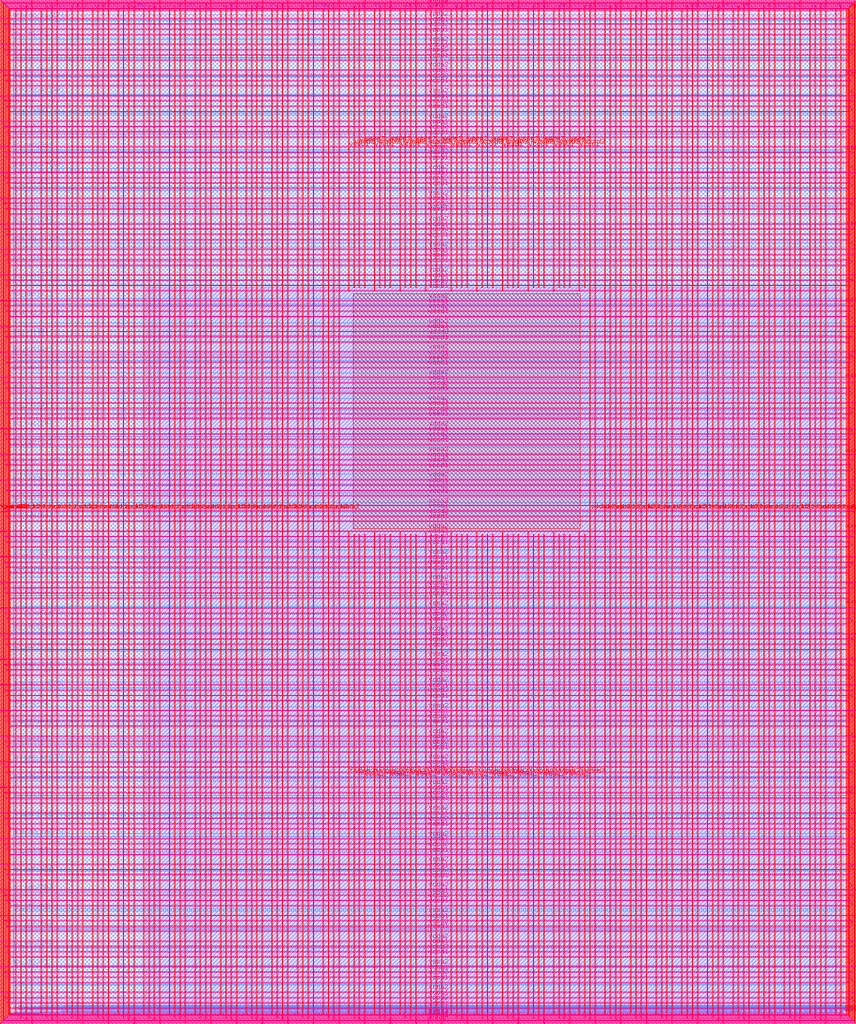
<source format=lef>
VERSION 5.7 ;
  NOWIREEXTENSIONATPIN ON ;
  DIVIDERCHAR "/" ;
  BUSBITCHARS "[]" ;
MACRO user_project_wrapper
  CLASS BLOCK ;
  FOREIGN user_project_wrapper ;
  ORIGIN 0.000 0.000 ;
  SIZE 2920.000 BY 3520.000 ;
  PIN analog_io[0]
    DIRECTION INOUT ;
    USE SIGNAL ;
    PORT
      LAYER met3 ;
        RECT 2917.600 1426.380 2924.800 1427.580 ;
    END
  END analog_io[0]
  PIN analog_io[10]
    DIRECTION INOUT ;
    USE SIGNAL ;
    PORT
      LAYER met2 ;
        RECT 2230.490 3517.600 2231.050 3524.800 ;
    END
  END analog_io[10]
  PIN analog_io[11]
    DIRECTION INOUT ;
    USE SIGNAL ;
    PORT
      LAYER met2 ;
        RECT 1905.730 3517.600 1906.290 3524.800 ;
    END
  END analog_io[11]
  PIN analog_io[12]
    DIRECTION INOUT ;
    USE SIGNAL ;
    PORT
      LAYER met2 ;
        RECT 1581.430 3517.600 1581.990 3524.800 ;
    END
  END analog_io[12]
  PIN analog_io[13]
    DIRECTION INOUT ;
    USE SIGNAL ;
    PORT
      LAYER met2 ;
        RECT 1257.130 3517.600 1257.690 3524.800 ;
    END
  END analog_io[13]
  PIN analog_io[14]
    DIRECTION INOUT ;
    USE SIGNAL ;
    PORT
      LAYER met2 ;
        RECT 932.370 3517.600 932.930 3524.800 ;
    END
  END analog_io[14]
  PIN analog_io[15]
    DIRECTION INOUT ;
    USE SIGNAL ;
    PORT
      LAYER met2 ;
        RECT 608.070 3517.600 608.630 3524.800 ;
    END
  END analog_io[15]
  PIN analog_io[16]
    DIRECTION INOUT ;
    USE SIGNAL ;
    PORT
      LAYER met2 ;
        RECT 283.770 3517.600 284.330 3524.800 ;
    END
  END analog_io[16]
  PIN analog_io[17]
    DIRECTION INOUT ;
    USE SIGNAL ;
    PORT
      LAYER met3 ;
        RECT -4.800 3486.100 2.400 3487.300 ;
    END
  END analog_io[17]
  PIN analog_io[18]
    DIRECTION INOUT ;
    USE SIGNAL ;
    PORT
      LAYER met3 ;
        RECT -4.800 3224.980 2.400 3226.180 ;
    END
  END analog_io[18]
  PIN analog_io[19]
    DIRECTION INOUT ;
    USE SIGNAL ;
    PORT
      LAYER met3 ;
        RECT -4.800 2964.540 2.400 2965.740 ;
    END
  END analog_io[19]
  PIN analog_io[1]
    DIRECTION INOUT ;
    USE SIGNAL ;
    PORT
      LAYER met3 ;
        RECT 2917.600 1692.260 2924.800 1693.460 ;
    END
  END analog_io[1]
  PIN analog_io[20]
    DIRECTION INOUT ;
    USE SIGNAL ;
    PORT
      LAYER met3 ;
        RECT -4.800 2703.420 2.400 2704.620 ;
    END
  END analog_io[20]
  PIN analog_io[21]
    DIRECTION INOUT ;
    USE SIGNAL ;
    PORT
      LAYER met3 ;
        RECT -4.800 2442.980 2.400 2444.180 ;
    END
  END analog_io[21]
  PIN analog_io[22]
    DIRECTION INOUT ;
    USE SIGNAL ;
    PORT
      LAYER met3 ;
        RECT -4.800 2182.540 2.400 2183.740 ;
    END
  END analog_io[22]
  PIN analog_io[23]
    DIRECTION INOUT ;
    USE SIGNAL ;
    PORT
      LAYER met3 ;
        RECT -4.800 1921.420 2.400 1922.620 ;
    END
  END analog_io[23]
  PIN analog_io[24]
    DIRECTION INOUT ;
    USE SIGNAL ;
    PORT
      LAYER met3 ;
        RECT -4.800 1660.980 2.400 1662.180 ;
    END
  END analog_io[24]
  PIN analog_io[25]
    DIRECTION INOUT ;
    USE SIGNAL ;
    PORT
      LAYER met3 ;
        RECT -4.800 1399.860 2.400 1401.060 ;
    END
  END analog_io[25]
  PIN analog_io[26]
    DIRECTION INOUT ;
    USE SIGNAL ;
    PORT
      LAYER met3 ;
        RECT -4.800 1139.420 2.400 1140.620 ;
    END
  END analog_io[26]
  PIN analog_io[27]
    DIRECTION INOUT ;
    USE SIGNAL ;
    PORT
      LAYER met3 ;
        RECT -4.800 878.980 2.400 880.180 ;
    END
  END analog_io[27]
  PIN analog_io[28]
    DIRECTION INOUT ;
    USE SIGNAL ;
    PORT
      LAYER met3 ;
        RECT -4.800 617.860 2.400 619.060 ;
    END
  END analog_io[28]
  PIN analog_io[2]
    DIRECTION INOUT ;
    USE SIGNAL ;
    PORT
      LAYER met3 ;
        RECT 2917.600 1958.140 2924.800 1959.340 ;
    END
  END analog_io[2]
  PIN analog_io[3]
    DIRECTION INOUT ;
    USE SIGNAL ;
    PORT
      LAYER met3 ;
        RECT 2917.600 2223.340 2924.800 2224.540 ;
    END
  END analog_io[3]
  PIN analog_io[4]
    DIRECTION INOUT ;
    USE SIGNAL ;
    PORT
      LAYER met3 ;
        RECT 2917.600 2489.220 2924.800 2490.420 ;
    END
  END analog_io[4]
  PIN analog_io[5]
    DIRECTION INOUT ;
    USE SIGNAL ;
    PORT
      LAYER met3 ;
        RECT 2917.600 2755.100 2924.800 2756.300 ;
    END
  END analog_io[5]
  PIN analog_io[6]
    DIRECTION INOUT ;
    USE SIGNAL ;
    PORT
      LAYER met3 ;
        RECT 2917.600 3020.300 2924.800 3021.500 ;
    END
  END analog_io[6]
  PIN analog_io[7]
    DIRECTION INOUT ;
    USE SIGNAL ;
    PORT
      LAYER met3 ;
        RECT 2917.600 3286.180 2924.800 3287.380 ;
    END
  END analog_io[7]
  PIN analog_io[8]
    DIRECTION INOUT ;
    USE SIGNAL ;
    PORT
      LAYER met2 ;
        RECT 2879.090 3517.600 2879.650 3524.800 ;
    END
  END analog_io[8]
  PIN analog_io[9]
    DIRECTION INOUT ;
    USE SIGNAL ;
    PORT
      LAYER met2 ;
        RECT 2554.790 3517.600 2555.350 3524.800 ;
    END
  END analog_io[9]
  PIN io_in[0]
    DIRECTION INPUT ;
    USE SIGNAL ;
    PORT
      LAYER met3 ;
        RECT 2917.600 32.380 2924.800 33.580 ;
    END
  END io_in[0]
  PIN io_in[10]
    DIRECTION INPUT ;
    USE SIGNAL ;
    PORT
      LAYER met3 ;
        RECT 2917.600 2289.980 2924.800 2291.180 ;
    END
  END io_in[10]
  PIN io_in[11]
    DIRECTION INPUT ;
    USE SIGNAL ;
    PORT
      LAYER met3 ;
        RECT 2917.600 2555.860 2924.800 2557.060 ;
    END
  END io_in[11]
  PIN io_in[12]
    DIRECTION INPUT ;
    USE SIGNAL ;
    PORT
      LAYER met3 ;
        RECT 2917.600 2821.060 2924.800 2822.260 ;
    END
  END io_in[12]
  PIN io_in[13]
    DIRECTION INPUT ;
    USE SIGNAL ;
    PORT
      LAYER met3 ;
        RECT 2917.600 3086.940 2924.800 3088.140 ;
    END
  END io_in[13]
  PIN io_in[14]
    DIRECTION INPUT ;
    USE SIGNAL ;
    PORT
      LAYER met3 ;
        RECT 2917.600 3352.820 2924.800 3354.020 ;
    END
  END io_in[14]
  PIN io_in[15]
    DIRECTION INPUT ;
    USE SIGNAL ;
    PORT
      LAYER met2 ;
        RECT 2798.130 3517.600 2798.690 3524.800 ;
    END
  END io_in[15]
  PIN io_in[16]
    DIRECTION INPUT ;
    USE SIGNAL ;
    PORT
      LAYER met2 ;
        RECT 2473.830 3517.600 2474.390 3524.800 ;
    END
  END io_in[16]
  PIN io_in[17]
    DIRECTION INPUT ;
    USE SIGNAL ;
    PORT
      LAYER met2 ;
        RECT 2149.070 3517.600 2149.630 3524.800 ;
    END
  END io_in[17]
  PIN io_in[18]
    DIRECTION INPUT ;
    USE SIGNAL ;
    PORT
      LAYER met2 ;
        RECT 1824.770 3517.600 1825.330 3524.800 ;
    END
  END io_in[18]
  PIN io_in[19]
    DIRECTION INPUT ;
    USE SIGNAL ;
    PORT
      LAYER met2 ;
        RECT 1500.470 3517.600 1501.030 3524.800 ;
    END
  END io_in[19]
  PIN io_in[1]
    DIRECTION INPUT ;
    USE SIGNAL ;
    PORT
      LAYER met3 ;
        RECT 2917.600 230.940 2924.800 232.140 ;
    END
  END io_in[1]
  PIN io_in[20]
    DIRECTION INPUT ;
    USE SIGNAL ;
    PORT
      LAYER met2 ;
        RECT 1175.710 3517.600 1176.270 3524.800 ;
    END
  END io_in[20]
  PIN io_in[21]
    DIRECTION INPUT ;
    USE SIGNAL ;
    PORT
      LAYER met2 ;
        RECT 851.410 3517.600 851.970 3524.800 ;
    END
  END io_in[21]
  PIN io_in[22]
    DIRECTION INPUT ;
    USE SIGNAL ;
    PORT
      LAYER met2 ;
        RECT 527.110 3517.600 527.670 3524.800 ;
    END
  END io_in[22]
  PIN io_in[23]
    DIRECTION INPUT ;
    USE SIGNAL ;
    PORT
      LAYER met2 ;
        RECT 202.350 3517.600 202.910 3524.800 ;
    END
  END io_in[23]
  PIN io_in[24]
    DIRECTION INPUT ;
    USE SIGNAL ;
    PORT
      LAYER met3 ;
        RECT -4.800 3420.820 2.400 3422.020 ;
    END
  END io_in[24]
  PIN io_in[25]
    DIRECTION INPUT ;
    USE SIGNAL ;
    PORT
      LAYER met3 ;
        RECT -4.800 3159.700 2.400 3160.900 ;
    END
  END io_in[25]
  PIN io_in[26]
    DIRECTION INPUT ;
    USE SIGNAL ;
    PORT
      LAYER met3 ;
        RECT -4.800 2899.260 2.400 2900.460 ;
    END
  END io_in[26]
  PIN io_in[27]
    DIRECTION INPUT ;
    USE SIGNAL ;
    PORT
      LAYER met3 ;
        RECT -4.800 2638.820 2.400 2640.020 ;
    END
  END io_in[27]
  PIN io_in[28]
    DIRECTION INPUT ;
    USE SIGNAL ;
    PORT
      LAYER met3 ;
        RECT -4.800 2377.700 2.400 2378.900 ;
    END
  END io_in[28]
  PIN io_in[29]
    DIRECTION INPUT ;
    USE SIGNAL ;
    PORT
      LAYER met3 ;
        RECT -4.800 2117.260 2.400 2118.460 ;
    END
  END io_in[29]
  PIN io_in[2]
    DIRECTION INPUT ;
    USE SIGNAL ;
    PORT
      LAYER met3 ;
        RECT 2917.600 430.180 2924.800 431.380 ;
    END
  END io_in[2]
  PIN io_in[30]
    DIRECTION INPUT ;
    USE SIGNAL ;
    PORT
      LAYER met3 ;
        RECT -4.800 1856.140 2.400 1857.340 ;
    END
  END io_in[30]
  PIN io_in[31]
    DIRECTION INPUT ;
    USE SIGNAL ;
    PORT
      LAYER met3 ;
        RECT -4.800 1595.700 2.400 1596.900 ;
    END
  END io_in[31]
  PIN io_in[32]
    DIRECTION INPUT ;
    USE SIGNAL ;
    PORT
      LAYER met3 ;
        RECT -4.800 1335.260 2.400 1336.460 ;
    END
  END io_in[32]
  PIN io_in[33]
    DIRECTION INPUT ;
    USE SIGNAL ;
    PORT
      LAYER met3 ;
        RECT -4.800 1074.140 2.400 1075.340 ;
    END
  END io_in[33]
  PIN io_in[34]
    DIRECTION INPUT ;
    USE SIGNAL ;
    PORT
      LAYER met3 ;
        RECT -4.800 813.700 2.400 814.900 ;
    END
  END io_in[34]
  PIN io_in[35]
    DIRECTION INPUT ;
    USE SIGNAL ;
    PORT
      LAYER met3 ;
        RECT -4.800 552.580 2.400 553.780 ;
    END
  END io_in[35]
  PIN io_in[36]
    DIRECTION INPUT ;
    USE SIGNAL ;
    PORT
      LAYER met3 ;
        RECT -4.800 357.420 2.400 358.620 ;
    END
  END io_in[36]
  PIN io_in[37]
    DIRECTION INPUT ;
    USE SIGNAL ;
    PORT
      LAYER met3 ;
        RECT -4.800 161.580 2.400 162.780 ;
    END
  END io_in[37]
  PIN io_in[3]
    DIRECTION INPUT ;
    USE SIGNAL ;
    PORT
      LAYER met3 ;
        RECT 2917.600 629.420 2924.800 630.620 ;
    END
  END io_in[3]
  PIN io_in[4]
    DIRECTION INPUT ;
    USE SIGNAL ;
    PORT
      LAYER met3 ;
        RECT 2917.600 828.660 2924.800 829.860 ;
    END
  END io_in[4]
  PIN io_in[5]
    DIRECTION INPUT ;
    USE SIGNAL ;
    PORT
      LAYER met3 ;
        RECT 2917.600 1027.900 2924.800 1029.100 ;
    END
  END io_in[5]
  PIN io_in[6]
    DIRECTION INPUT ;
    USE SIGNAL ;
    PORT
      LAYER met3 ;
        RECT 2917.600 1227.140 2924.800 1228.340 ;
    END
  END io_in[6]
  PIN io_in[7]
    DIRECTION INPUT ;
    USE SIGNAL ;
    PORT
      LAYER met3 ;
        RECT 2917.600 1493.020 2924.800 1494.220 ;
    END
  END io_in[7]
  PIN io_in[8]
    DIRECTION INPUT ;
    USE SIGNAL ;
    PORT
      LAYER met3 ;
        RECT 2917.600 1758.900 2924.800 1760.100 ;
    END
  END io_in[8]
  PIN io_in[9]
    DIRECTION INPUT ;
    USE SIGNAL ;
    PORT
      LAYER met3 ;
        RECT 2917.600 2024.100 2924.800 2025.300 ;
    END
  END io_in[9]
  PIN io_oeb[0]
    DIRECTION OUTPUT TRISTATE ;
    USE SIGNAL ;
    PORT
      LAYER met3 ;
        RECT 2917.600 164.980 2924.800 166.180 ;
    END
  END io_oeb[0]
  PIN io_oeb[10]
    DIRECTION OUTPUT TRISTATE ;
    USE SIGNAL ;
    PORT
      LAYER met3 ;
        RECT 2917.600 2422.580 2924.800 2423.780 ;
    END
  END io_oeb[10]
  PIN io_oeb[11]
    DIRECTION OUTPUT TRISTATE ;
    USE SIGNAL ;
    PORT
      LAYER met3 ;
        RECT 2917.600 2688.460 2924.800 2689.660 ;
    END
  END io_oeb[11]
  PIN io_oeb[12]
    DIRECTION OUTPUT TRISTATE ;
    USE SIGNAL ;
    PORT
      LAYER met3 ;
        RECT 2917.600 2954.340 2924.800 2955.540 ;
    END
  END io_oeb[12]
  PIN io_oeb[13]
    DIRECTION OUTPUT TRISTATE ;
    USE SIGNAL ;
    PORT
      LAYER met3 ;
        RECT 2917.600 3219.540 2924.800 3220.740 ;
    END
  END io_oeb[13]
  PIN io_oeb[14]
    DIRECTION OUTPUT TRISTATE ;
    USE SIGNAL ;
    PORT
      LAYER met3 ;
        RECT 2917.600 3485.420 2924.800 3486.620 ;
    END
  END io_oeb[14]
  PIN io_oeb[15]
    DIRECTION OUTPUT TRISTATE ;
    USE SIGNAL ;
    PORT
      LAYER met2 ;
        RECT 2635.750 3517.600 2636.310 3524.800 ;
    END
  END io_oeb[15]
  PIN io_oeb[16]
    DIRECTION OUTPUT TRISTATE ;
    USE SIGNAL ;
    PORT
      LAYER met2 ;
        RECT 2311.450 3517.600 2312.010 3524.800 ;
    END
  END io_oeb[16]
  PIN io_oeb[17]
    DIRECTION OUTPUT TRISTATE ;
    USE SIGNAL ;
    PORT
      LAYER met2 ;
        RECT 1987.150 3517.600 1987.710 3524.800 ;
    END
  END io_oeb[17]
  PIN io_oeb[18]
    DIRECTION OUTPUT TRISTATE ;
    USE SIGNAL ;
    PORT
      LAYER met2 ;
        RECT 1662.390 3517.600 1662.950 3524.800 ;
    END
  END io_oeb[18]
  PIN io_oeb[19]
    DIRECTION OUTPUT TRISTATE ;
    USE SIGNAL ;
    PORT
      LAYER met2 ;
        RECT 1338.090 3517.600 1338.650 3524.800 ;
    END
  END io_oeb[19]
  PIN io_oeb[1]
    DIRECTION OUTPUT TRISTATE ;
    USE SIGNAL ;
    PORT
      LAYER met3 ;
        RECT 2917.600 364.220 2924.800 365.420 ;
    END
  END io_oeb[1]
  PIN io_oeb[20]
    DIRECTION OUTPUT TRISTATE ;
    USE SIGNAL ;
    PORT
      LAYER met2 ;
        RECT 1013.790 3517.600 1014.350 3524.800 ;
    END
  END io_oeb[20]
  PIN io_oeb[21]
    DIRECTION OUTPUT TRISTATE ;
    USE SIGNAL ;
    PORT
      LAYER met2 ;
        RECT 689.030 3517.600 689.590 3524.800 ;
    END
  END io_oeb[21]
  PIN io_oeb[22]
    DIRECTION OUTPUT TRISTATE ;
    USE SIGNAL ;
    PORT
      LAYER met2 ;
        RECT 364.730 3517.600 365.290 3524.800 ;
    END
  END io_oeb[22]
  PIN io_oeb[23]
    DIRECTION OUTPUT TRISTATE ;
    USE SIGNAL ;
    PORT
      LAYER met2 ;
        RECT 40.430 3517.600 40.990 3524.800 ;
    END
  END io_oeb[23]
  PIN io_oeb[24]
    DIRECTION OUTPUT TRISTATE ;
    USE SIGNAL ;
    PORT
      LAYER met3 ;
        RECT -4.800 3290.260 2.400 3291.460 ;
    END
  END io_oeb[24]
  PIN io_oeb[25]
    DIRECTION OUTPUT TRISTATE ;
    USE SIGNAL ;
    PORT
      LAYER met3 ;
        RECT -4.800 3029.820 2.400 3031.020 ;
    END
  END io_oeb[25]
  PIN io_oeb[26]
    DIRECTION OUTPUT TRISTATE ;
    USE SIGNAL ;
    PORT
      LAYER met3 ;
        RECT -4.800 2768.700 2.400 2769.900 ;
    END
  END io_oeb[26]
  PIN io_oeb[27]
    DIRECTION OUTPUT TRISTATE ;
    USE SIGNAL ;
    PORT
      LAYER met3 ;
        RECT -4.800 2508.260 2.400 2509.460 ;
    END
  END io_oeb[27]
  PIN io_oeb[28]
    DIRECTION OUTPUT TRISTATE ;
    USE SIGNAL ;
    PORT
      LAYER met3 ;
        RECT -4.800 2247.140 2.400 2248.340 ;
    END
  END io_oeb[28]
  PIN io_oeb[29]
    DIRECTION OUTPUT TRISTATE ;
    USE SIGNAL ;
    PORT
      LAYER met3 ;
        RECT -4.800 1986.700 2.400 1987.900 ;
    END
  END io_oeb[29]
  PIN io_oeb[2]
    DIRECTION OUTPUT TRISTATE ;
    USE SIGNAL ;
    PORT
      LAYER met3 ;
        RECT 2917.600 563.460 2924.800 564.660 ;
    END
  END io_oeb[2]
  PIN io_oeb[30]
    DIRECTION OUTPUT TRISTATE ;
    USE SIGNAL ;
    PORT
      LAYER met3 ;
        RECT -4.800 1726.260 2.400 1727.460 ;
    END
  END io_oeb[30]
  PIN io_oeb[31]
    DIRECTION OUTPUT TRISTATE ;
    USE SIGNAL ;
    PORT
      LAYER met3 ;
        RECT -4.800 1465.140 2.400 1466.340 ;
    END
  END io_oeb[31]
  PIN io_oeb[32]
    DIRECTION OUTPUT TRISTATE ;
    USE SIGNAL ;
    PORT
      LAYER met3 ;
        RECT -4.800 1204.700 2.400 1205.900 ;
    END
  END io_oeb[32]
  PIN io_oeb[33]
    DIRECTION OUTPUT TRISTATE ;
    USE SIGNAL ;
    PORT
      LAYER met3 ;
        RECT -4.800 943.580 2.400 944.780 ;
    END
  END io_oeb[33]
  PIN io_oeb[34]
    DIRECTION OUTPUT TRISTATE ;
    USE SIGNAL ;
    PORT
      LAYER met3 ;
        RECT -4.800 683.140 2.400 684.340 ;
    END
  END io_oeb[34]
  PIN io_oeb[35]
    DIRECTION OUTPUT TRISTATE ;
    USE SIGNAL ;
    PORT
      LAYER met3 ;
        RECT -4.800 422.700 2.400 423.900 ;
    END
  END io_oeb[35]
  PIN io_oeb[36]
    DIRECTION OUTPUT TRISTATE ;
    USE SIGNAL ;
    PORT
      LAYER met3 ;
        RECT -4.800 226.860 2.400 228.060 ;
    END
  END io_oeb[36]
  PIN io_oeb[37]
    DIRECTION OUTPUT TRISTATE ;
    USE SIGNAL ;
    PORT
      LAYER met3 ;
        RECT -4.800 31.700 2.400 32.900 ;
    END
  END io_oeb[37]
  PIN io_oeb[3]
    DIRECTION OUTPUT TRISTATE ;
    USE SIGNAL ;
    PORT
      LAYER met3 ;
        RECT 2917.600 762.700 2924.800 763.900 ;
    END
  END io_oeb[3]
  PIN io_oeb[4]
    DIRECTION OUTPUT TRISTATE ;
    USE SIGNAL ;
    PORT
      LAYER met3 ;
        RECT 2917.600 961.940 2924.800 963.140 ;
    END
  END io_oeb[4]
  PIN io_oeb[5]
    DIRECTION OUTPUT TRISTATE ;
    USE SIGNAL ;
    PORT
      LAYER met3 ;
        RECT 2917.600 1161.180 2924.800 1162.380 ;
    END
  END io_oeb[5]
  PIN io_oeb[6]
    DIRECTION OUTPUT TRISTATE ;
    USE SIGNAL ;
    PORT
      LAYER met3 ;
        RECT 2917.600 1360.420 2924.800 1361.620 ;
    END
  END io_oeb[6]
  PIN io_oeb[7]
    DIRECTION OUTPUT TRISTATE ;
    USE SIGNAL ;
    PORT
      LAYER met3 ;
        RECT 2917.600 1625.620 2924.800 1626.820 ;
    END
  END io_oeb[7]
  PIN io_oeb[8]
    DIRECTION OUTPUT TRISTATE ;
    USE SIGNAL ;
    PORT
      LAYER met3 ;
        RECT 2917.600 1891.500 2924.800 1892.700 ;
    END
  END io_oeb[8]
  PIN io_oeb[9]
    DIRECTION OUTPUT TRISTATE ;
    USE SIGNAL ;
    PORT
      LAYER met3 ;
        RECT 2917.600 2157.380 2924.800 2158.580 ;
    END
  END io_oeb[9]
  PIN io_out[0]
    DIRECTION OUTPUT TRISTATE ;
    USE SIGNAL ;
    PORT
      LAYER met3 ;
        RECT 2917.600 98.340 2924.800 99.540 ;
    END
  END io_out[0]
  PIN io_out[10]
    DIRECTION OUTPUT TRISTATE ;
    USE SIGNAL ;
    PORT
      LAYER met3 ;
        RECT 2917.600 2356.620 2924.800 2357.820 ;
    END
  END io_out[10]
  PIN io_out[11]
    DIRECTION OUTPUT TRISTATE ;
    USE SIGNAL ;
    PORT
      LAYER met3 ;
        RECT 2917.600 2621.820 2924.800 2623.020 ;
    END
  END io_out[11]
  PIN io_out[12]
    DIRECTION OUTPUT TRISTATE ;
    USE SIGNAL ;
    PORT
      LAYER met3 ;
        RECT 2917.600 2887.700 2924.800 2888.900 ;
    END
  END io_out[12]
  PIN io_out[13]
    DIRECTION OUTPUT TRISTATE ;
    USE SIGNAL ;
    PORT
      LAYER met3 ;
        RECT 2917.600 3153.580 2924.800 3154.780 ;
    END
  END io_out[13]
  PIN io_out[14]
    DIRECTION OUTPUT TRISTATE ;
    USE SIGNAL ;
    PORT
      LAYER met3 ;
        RECT 2917.600 3418.780 2924.800 3419.980 ;
    END
  END io_out[14]
  PIN io_out[15]
    DIRECTION OUTPUT TRISTATE ;
    USE SIGNAL ;
    PORT
      LAYER met2 ;
        RECT 2717.170 3517.600 2717.730 3524.800 ;
    END
  END io_out[15]
  PIN io_out[16]
    DIRECTION OUTPUT TRISTATE ;
    USE SIGNAL ;
    PORT
      LAYER met2 ;
        RECT 2392.410 3517.600 2392.970 3524.800 ;
    END
  END io_out[16]
  PIN io_out[17]
    DIRECTION OUTPUT TRISTATE ;
    USE SIGNAL ;
    PORT
      LAYER met2 ;
        RECT 2068.110 3517.600 2068.670 3524.800 ;
    END
  END io_out[17]
  PIN io_out[18]
    DIRECTION OUTPUT TRISTATE ;
    USE SIGNAL ;
    PORT
      LAYER met2 ;
        RECT 1743.810 3517.600 1744.370 3524.800 ;
    END
  END io_out[18]
  PIN io_out[19]
    DIRECTION OUTPUT TRISTATE ;
    USE SIGNAL ;
    PORT
      LAYER met2 ;
        RECT 1419.050 3517.600 1419.610 3524.800 ;
    END
  END io_out[19]
  PIN io_out[1]
    DIRECTION OUTPUT TRISTATE ;
    USE SIGNAL ;
    PORT
      LAYER met3 ;
        RECT 2917.600 297.580 2924.800 298.780 ;
    END
  END io_out[1]
  PIN io_out[20]
    DIRECTION OUTPUT TRISTATE ;
    USE SIGNAL ;
    PORT
      LAYER met2 ;
        RECT 1094.750 3517.600 1095.310 3524.800 ;
    END
  END io_out[20]
  PIN io_out[21]
    DIRECTION OUTPUT TRISTATE ;
    USE SIGNAL ;
    PORT
      LAYER met2 ;
        RECT 770.450 3517.600 771.010 3524.800 ;
    END
  END io_out[21]
  PIN io_out[22]
    DIRECTION OUTPUT TRISTATE ;
    USE SIGNAL ;
    PORT
      LAYER met2 ;
        RECT 445.690 3517.600 446.250 3524.800 ;
    END
  END io_out[22]
  PIN io_out[23]
    DIRECTION OUTPUT TRISTATE ;
    USE SIGNAL ;
    PORT
      LAYER met2 ;
        RECT 121.390 3517.600 121.950 3524.800 ;
    END
  END io_out[23]
  PIN io_out[24]
    DIRECTION OUTPUT TRISTATE ;
    USE SIGNAL ;
    PORT
      LAYER met3 ;
        RECT -4.800 3355.540 2.400 3356.740 ;
    END
  END io_out[24]
  PIN io_out[25]
    DIRECTION OUTPUT TRISTATE ;
    USE SIGNAL ;
    PORT
      LAYER met3 ;
        RECT -4.800 3095.100 2.400 3096.300 ;
    END
  END io_out[25]
  PIN io_out[26]
    DIRECTION OUTPUT TRISTATE ;
    USE SIGNAL ;
    PORT
      LAYER met3 ;
        RECT -4.800 2833.980 2.400 2835.180 ;
    END
  END io_out[26]
  PIN io_out[27]
    DIRECTION OUTPUT TRISTATE ;
    USE SIGNAL ;
    PORT
      LAYER met3 ;
        RECT -4.800 2573.540 2.400 2574.740 ;
    END
  END io_out[27]
  PIN io_out[28]
    DIRECTION OUTPUT TRISTATE ;
    USE SIGNAL ;
    PORT
      LAYER met3 ;
        RECT -4.800 2312.420 2.400 2313.620 ;
    END
  END io_out[28]
  PIN io_out[29]
    DIRECTION OUTPUT TRISTATE ;
    USE SIGNAL ;
    PORT
      LAYER met3 ;
        RECT -4.800 2051.980 2.400 2053.180 ;
    END
  END io_out[29]
  PIN io_out[2]
    DIRECTION OUTPUT TRISTATE ;
    USE SIGNAL ;
    PORT
      LAYER met3 ;
        RECT 2917.600 496.820 2924.800 498.020 ;
    END
  END io_out[2]
  PIN io_out[30]
    DIRECTION OUTPUT TRISTATE ;
    USE SIGNAL ;
    PORT
      LAYER met3 ;
        RECT -4.800 1791.540 2.400 1792.740 ;
    END
  END io_out[30]
  PIN io_out[31]
    DIRECTION OUTPUT TRISTATE ;
    USE SIGNAL ;
    PORT
      LAYER met3 ;
        RECT -4.800 1530.420 2.400 1531.620 ;
    END
  END io_out[31]
  PIN io_out[32]
    DIRECTION OUTPUT TRISTATE ;
    USE SIGNAL ;
    PORT
      LAYER met3 ;
        RECT -4.800 1269.980 2.400 1271.180 ;
    END
  END io_out[32]
  PIN io_out[33]
    DIRECTION OUTPUT TRISTATE ;
    USE SIGNAL ;
    PORT
      LAYER met3 ;
        RECT -4.800 1008.860 2.400 1010.060 ;
    END
  END io_out[33]
  PIN io_out[34]
    DIRECTION OUTPUT TRISTATE ;
    USE SIGNAL ;
    PORT
      LAYER met3 ;
        RECT -4.800 748.420 2.400 749.620 ;
    END
  END io_out[34]
  PIN io_out[35]
    DIRECTION OUTPUT TRISTATE ;
    USE SIGNAL ;
    PORT
      LAYER met3 ;
        RECT -4.800 487.300 2.400 488.500 ;
    END
  END io_out[35]
  PIN io_out[36]
    DIRECTION OUTPUT TRISTATE ;
    USE SIGNAL ;
    PORT
      LAYER met3 ;
        RECT -4.800 292.140 2.400 293.340 ;
    END
  END io_out[36]
  PIN io_out[37]
    DIRECTION OUTPUT TRISTATE ;
    USE SIGNAL ;
    PORT
      LAYER met3 ;
        RECT -4.800 96.300 2.400 97.500 ;
    END
  END io_out[37]
  PIN io_out[3]
    DIRECTION OUTPUT TRISTATE ;
    USE SIGNAL ;
    PORT
      LAYER met3 ;
        RECT 2917.600 696.060 2924.800 697.260 ;
    END
  END io_out[3]
  PIN io_out[4]
    DIRECTION OUTPUT TRISTATE ;
    USE SIGNAL ;
    PORT
      LAYER met3 ;
        RECT 2917.600 895.300 2924.800 896.500 ;
    END
  END io_out[4]
  PIN io_out[5]
    DIRECTION OUTPUT TRISTATE ;
    USE SIGNAL ;
    PORT
      LAYER met3 ;
        RECT 2917.600 1094.540 2924.800 1095.740 ;
    END
  END io_out[5]
  PIN io_out[6]
    DIRECTION OUTPUT TRISTATE ;
    USE SIGNAL ;
    PORT
      LAYER met3 ;
        RECT 2917.600 1293.780 2924.800 1294.980 ;
    END
  END io_out[6]
  PIN io_out[7]
    DIRECTION OUTPUT TRISTATE ;
    USE SIGNAL ;
    PORT
      LAYER met3 ;
        RECT 2917.600 1559.660 2924.800 1560.860 ;
    END
  END io_out[7]
  PIN io_out[8]
    DIRECTION OUTPUT TRISTATE ;
    USE SIGNAL ;
    PORT
      LAYER met3 ;
        RECT 2917.600 1824.860 2924.800 1826.060 ;
    END
  END io_out[8]
  PIN io_out[9]
    DIRECTION OUTPUT TRISTATE ;
    USE SIGNAL ;
    PORT
      LAYER met3 ;
        RECT 2917.600 2090.740 2924.800 2091.940 ;
    END
  END io_out[9]
  PIN la_data_in[0]
    DIRECTION INPUT ;
    USE SIGNAL ;
    PORT
      LAYER met2 ;
        RECT 629.230 -4.800 629.790 2.400 ;
    END
  END la_data_in[0]
  PIN la_data_in[100]
    DIRECTION INPUT ;
    USE SIGNAL ;
    PORT
      LAYER met2 ;
        RECT 2402.530 -4.800 2403.090 2.400 ;
    END
  END la_data_in[100]
  PIN la_data_in[101]
    DIRECTION INPUT ;
    USE SIGNAL ;
    PORT
      LAYER met2 ;
        RECT 2420.010 -4.800 2420.570 2.400 ;
    END
  END la_data_in[101]
  PIN la_data_in[102]
    DIRECTION INPUT ;
    USE SIGNAL ;
    PORT
      LAYER met2 ;
        RECT 2437.950 -4.800 2438.510 2.400 ;
    END
  END la_data_in[102]
  PIN la_data_in[103]
    DIRECTION INPUT ;
    USE SIGNAL ;
    PORT
      LAYER met2 ;
        RECT 2455.430 -4.800 2455.990 2.400 ;
    END
  END la_data_in[103]
  PIN la_data_in[104]
    DIRECTION INPUT ;
    USE SIGNAL ;
    PORT
      LAYER met2 ;
        RECT 2473.370 -4.800 2473.930 2.400 ;
    END
  END la_data_in[104]
  PIN la_data_in[105]
    DIRECTION INPUT ;
    USE SIGNAL ;
    PORT
      LAYER met2 ;
        RECT 2490.850 -4.800 2491.410 2.400 ;
    END
  END la_data_in[105]
  PIN la_data_in[106]
    DIRECTION INPUT ;
    USE SIGNAL ;
    PORT
      LAYER met2 ;
        RECT 2508.790 -4.800 2509.350 2.400 ;
    END
  END la_data_in[106]
  PIN la_data_in[107]
    DIRECTION INPUT ;
    USE SIGNAL ;
    PORT
      LAYER met2 ;
        RECT 2526.730 -4.800 2527.290 2.400 ;
    END
  END la_data_in[107]
  PIN la_data_in[108]
    DIRECTION INPUT ;
    USE SIGNAL ;
    PORT
      LAYER met2 ;
        RECT 2544.210 -4.800 2544.770 2.400 ;
    END
  END la_data_in[108]
  PIN la_data_in[109]
    DIRECTION INPUT ;
    USE SIGNAL ;
    PORT
      LAYER met2 ;
        RECT 2562.150 -4.800 2562.710 2.400 ;
    END
  END la_data_in[109]
  PIN la_data_in[10]
    DIRECTION INPUT ;
    USE SIGNAL ;
    PORT
      LAYER met2 ;
        RECT 806.330 -4.800 806.890 2.400 ;
    END
  END la_data_in[10]
  PIN la_data_in[110]
    DIRECTION INPUT ;
    USE SIGNAL ;
    PORT
      LAYER met2 ;
        RECT 2579.630 -4.800 2580.190 2.400 ;
    END
  END la_data_in[110]
  PIN la_data_in[111]
    DIRECTION INPUT ;
    USE SIGNAL ;
    PORT
      LAYER met2 ;
        RECT 2597.570 -4.800 2598.130 2.400 ;
    END
  END la_data_in[111]
  PIN la_data_in[112]
    DIRECTION INPUT ;
    USE SIGNAL ;
    PORT
      LAYER met2 ;
        RECT 2615.050 -4.800 2615.610 2.400 ;
    END
  END la_data_in[112]
  PIN la_data_in[113]
    DIRECTION INPUT ;
    USE SIGNAL ;
    PORT
      LAYER met2 ;
        RECT 2632.990 -4.800 2633.550 2.400 ;
    END
  END la_data_in[113]
  PIN la_data_in[114]
    DIRECTION INPUT ;
    USE SIGNAL ;
    PORT
      LAYER met2 ;
        RECT 2650.470 -4.800 2651.030 2.400 ;
    END
  END la_data_in[114]
  PIN la_data_in[115]
    DIRECTION INPUT ;
    USE SIGNAL ;
    PORT
      LAYER met2 ;
        RECT 2668.410 -4.800 2668.970 2.400 ;
    END
  END la_data_in[115]
  PIN la_data_in[116]
    DIRECTION INPUT ;
    USE SIGNAL ;
    PORT
      LAYER met2 ;
        RECT 2685.890 -4.800 2686.450 2.400 ;
    END
  END la_data_in[116]
  PIN la_data_in[117]
    DIRECTION INPUT ;
    USE SIGNAL ;
    PORT
      LAYER met2 ;
        RECT 2703.830 -4.800 2704.390 2.400 ;
    END
  END la_data_in[117]
  PIN la_data_in[118]
    DIRECTION INPUT ;
    USE SIGNAL ;
    PORT
      LAYER met2 ;
        RECT 2721.770 -4.800 2722.330 2.400 ;
    END
  END la_data_in[118]
  PIN la_data_in[119]
    DIRECTION INPUT ;
    USE SIGNAL ;
    PORT
      LAYER met2 ;
        RECT 2739.250 -4.800 2739.810 2.400 ;
    END
  END la_data_in[119]
  PIN la_data_in[11]
    DIRECTION INPUT ;
    USE SIGNAL ;
    PORT
      LAYER met2 ;
        RECT 824.270 -4.800 824.830 2.400 ;
    END
  END la_data_in[11]
  PIN la_data_in[120]
    DIRECTION INPUT ;
    USE SIGNAL ;
    PORT
      LAYER met2 ;
        RECT 2757.190 -4.800 2757.750 2.400 ;
    END
  END la_data_in[120]
  PIN la_data_in[121]
    DIRECTION INPUT ;
    USE SIGNAL ;
    PORT
      LAYER met2 ;
        RECT 2774.670 -4.800 2775.230 2.400 ;
    END
  END la_data_in[121]
  PIN la_data_in[122]
    DIRECTION INPUT ;
    USE SIGNAL ;
    PORT
      LAYER met2 ;
        RECT 2792.610 -4.800 2793.170 2.400 ;
    END
  END la_data_in[122]
  PIN la_data_in[123]
    DIRECTION INPUT ;
    USE SIGNAL ;
    PORT
      LAYER met2 ;
        RECT 2810.090 -4.800 2810.650 2.400 ;
    END
  END la_data_in[123]
  PIN la_data_in[124]
    DIRECTION INPUT ;
    USE SIGNAL ;
    PORT
      LAYER met2 ;
        RECT 2828.030 -4.800 2828.590 2.400 ;
    END
  END la_data_in[124]
  PIN la_data_in[125]
    DIRECTION INPUT ;
    USE SIGNAL ;
    PORT
      LAYER met2 ;
        RECT 2845.510 -4.800 2846.070 2.400 ;
    END
  END la_data_in[125]
  PIN la_data_in[126]
    DIRECTION INPUT ;
    USE SIGNAL ;
    PORT
      LAYER met2 ;
        RECT 2863.450 -4.800 2864.010 2.400 ;
    END
  END la_data_in[126]
  PIN la_data_in[127]
    DIRECTION INPUT ;
    USE SIGNAL ;
    PORT
      LAYER met2 ;
        RECT 2881.390 -4.800 2881.950 2.400 ;
    END
  END la_data_in[127]
  PIN la_data_in[12]
    DIRECTION INPUT ;
    USE SIGNAL ;
    PORT
      LAYER met2 ;
        RECT 841.750 -4.800 842.310 2.400 ;
    END
  END la_data_in[12]
  PIN la_data_in[13]
    DIRECTION INPUT ;
    USE SIGNAL ;
    PORT
      LAYER met2 ;
        RECT 859.690 -4.800 860.250 2.400 ;
    END
  END la_data_in[13]
  PIN la_data_in[14]
    DIRECTION INPUT ;
    USE SIGNAL ;
    PORT
      LAYER met2 ;
        RECT 877.170 -4.800 877.730 2.400 ;
    END
  END la_data_in[14]
  PIN la_data_in[15]
    DIRECTION INPUT ;
    USE SIGNAL ;
    PORT
      LAYER met2 ;
        RECT 895.110 -4.800 895.670 2.400 ;
    END
  END la_data_in[15]
  PIN la_data_in[16]
    DIRECTION INPUT ;
    USE SIGNAL ;
    PORT
      LAYER met2 ;
        RECT 912.590 -4.800 913.150 2.400 ;
    END
  END la_data_in[16]
  PIN la_data_in[17]
    DIRECTION INPUT ;
    USE SIGNAL ;
    PORT
      LAYER met2 ;
        RECT 930.530 -4.800 931.090 2.400 ;
    END
  END la_data_in[17]
  PIN la_data_in[18]
    DIRECTION INPUT ;
    USE SIGNAL ;
    PORT
      LAYER met2 ;
        RECT 948.470 -4.800 949.030 2.400 ;
    END
  END la_data_in[18]
  PIN la_data_in[19]
    DIRECTION INPUT ;
    USE SIGNAL ;
    PORT
      LAYER met2 ;
        RECT 965.950 -4.800 966.510 2.400 ;
    END
  END la_data_in[19]
  PIN la_data_in[1]
    DIRECTION INPUT ;
    USE SIGNAL ;
    PORT
      LAYER met2 ;
        RECT 646.710 -4.800 647.270 2.400 ;
    END
  END la_data_in[1]
  PIN la_data_in[20]
    DIRECTION INPUT ;
    USE SIGNAL ;
    PORT
      LAYER met2 ;
        RECT 983.890 -4.800 984.450 2.400 ;
    END
  END la_data_in[20]
  PIN la_data_in[21]
    DIRECTION INPUT ;
    USE SIGNAL ;
    PORT
      LAYER met2 ;
        RECT 1001.370 -4.800 1001.930 2.400 ;
    END
  END la_data_in[21]
  PIN la_data_in[22]
    DIRECTION INPUT ;
    USE SIGNAL ;
    PORT
      LAYER met2 ;
        RECT 1019.310 -4.800 1019.870 2.400 ;
    END
  END la_data_in[22]
  PIN la_data_in[23]
    DIRECTION INPUT ;
    USE SIGNAL ;
    PORT
      LAYER met2 ;
        RECT 1036.790 -4.800 1037.350 2.400 ;
    END
  END la_data_in[23]
  PIN la_data_in[24]
    DIRECTION INPUT ;
    USE SIGNAL ;
    PORT
      LAYER met2 ;
        RECT 1054.730 -4.800 1055.290 2.400 ;
    END
  END la_data_in[24]
  PIN la_data_in[25]
    DIRECTION INPUT ;
    USE SIGNAL ;
    PORT
      LAYER met2 ;
        RECT 1072.210 -4.800 1072.770 2.400 ;
    END
  END la_data_in[25]
  PIN la_data_in[26]
    DIRECTION INPUT ;
    USE SIGNAL ;
    PORT
      LAYER met2 ;
        RECT 1090.150 -4.800 1090.710 2.400 ;
    END
  END la_data_in[26]
  PIN la_data_in[27]
    DIRECTION INPUT ;
    USE SIGNAL ;
    PORT
      LAYER met2 ;
        RECT 1107.630 -4.800 1108.190 2.400 ;
    END
  END la_data_in[27]
  PIN la_data_in[28]
    DIRECTION INPUT ;
    USE SIGNAL ;
    PORT
      LAYER met2 ;
        RECT 1125.570 -4.800 1126.130 2.400 ;
    END
  END la_data_in[28]
  PIN la_data_in[29]
    DIRECTION INPUT ;
    USE SIGNAL ;
    PORT
      LAYER met2 ;
        RECT 1143.510 -4.800 1144.070 2.400 ;
    END
  END la_data_in[29]
  PIN la_data_in[2]
    DIRECTION INPUT ;
    USE SIGNAL ;
    PORT
      LAYER met2 ;
        RECT 664.650 -4.800 665.210 2.400 ;
    END
  END la_data_in[2]
  PIN la_data_in[30]
    DIRECTION INPUT ;
    USE SIGNAL ;
    PORT
      LAYER met2 ;
        RECT 1160.990 -4.800 1161.550 2.400 ;
    END
  END la_data_in[30]
  PIN la_data_in[31]
    DIRECTION INPUT ;
    USE SIGNAL ;
    PORT
      LAYER met2 ;
        RECT 1178.930 -4.800 1179.490 2.400 ;
    END
  END la_data_in[31]
  PIN la_data_in[32]
    DIRECTION INPUT ;
    USE SIGNAL ;
    PORT
      LAYER met2 ;
        RECT 1196.410 -4.800 1196.970 2.400 ;
    END
  END la_data_in[32]
  PIN la_data_in[33]
    DIRECTION INPUT ;
    USE SIGNAL ;
    PORT
      LAYER met2 ;
        RECT 1214.350 -4.800 1214.910 2.400 ;
    END
  END la_data_in[33]
  PIN la_data_in[34]
    DIRECTION INPUT ;
    USE SIGNAL ;
    PORT
      LAYER met2 ;
        RECT 1231.830 -4.800 1232.390 2.400 ;
    END
  END la_data_in[34]
  PIN la_data_in[35]
    DIRECTION INPUT ;
    USE SIGNAL ;
    PORT
      LAYER met2 ;
        RECT 1249.770 -4.800 1250.330 2.400 ;
    END
  END la_data_in[35]
  PIN la_data_in[36]
    DIRECTION INPUT ;
    USE SIGNAL ;
    PORT
      LAYER met2 ;
        RECT 1267.250 -4.800 1267.810 2.400 ;
    END
  END la_data_in[36]
  PIN la_data_in[37]
    DIRECTION INPUT ;
    USE SIGNAL ;
    PORT
      LAYER met2 ;
        RECT 1285.190 -4.800 1285.750 2.400 ;
    END
  END la_data_in[37]
  PIN la_data_in[38]
    DIRECTION INPUT ;
    USE SIGNAL ;
    PORT
      LAYER met2 ;
        RECT 1303.130 -4.800 1303.690 2.400 ;
    END
  END la_data_in[38]
  PIN la_data_in[39]
    DIRECTION INPUT ;
    USE SIGNAL ;
    PORT
      LAYER met2 ;
        RECT 1320.610 -4.800 1321.170 2.400 ;
    END
  END la_data_in[39]
  PIN la_data_in[3]
    DIRECTION INPUT ;
    USE SIGNAL ;
    PORT
      LAYER met2 ;
        RECT 682.130 -4.800 682.690 2.400 ;
    END
  END la_data_in[3]
  PIN la_data_in[40]
    DIRECTION INPUT ;
    USE SIGNAL ;
    PORT
      LAYER met2 ;
        RECT 1338.550 -4.800 1339.110 2.400 ;
    END
  END la_data_in[40]
  PIN la_data_in[41]
    DIRECTION INPUT ;
    USE SIGNAL ;
    PORT
      LAYER met2 ;
        RECT 1356.030 -4.800 1356.590 2.400 ;
    END
  END la_data_in[41]
  PIN la_data_in[42]
    DIRECTION INPUT ;
    USE SIGNAL ;
    PORT
      LAYER met2 ;
        RECT 1373.970 -4.800 1374.530 2.400 ;
    END
  END la_data_in[42]
  PIN la_data_in[43]
    DIRECTION INPUT ;
    USE SIGNAL ;
    PORT
      LAYER met2 ;
        RECT 1391.450 -4.800 1392.010 2.400 ;
    END
  END la_data_in[43]
  PIN la_data_in[44]
    DIRECTION INPUT ;
    USE SIGNAL ;
    PORT
      LAYER met2 ;
        RECT 1409.390 -4.800 1409.950 2.400 ;
    END
  END la_data_in[44]
  PIN la_data_in[45]
    DIRECTION INPUT ;
    USE SIGNAL ;
    PORT
      LAYER met2 ;
        RECT 1426.870 -4.800 1427.430 2.400 ;
    END
  END la_data_in[45]
  PIN la_data_in[46]
    DIRECTION INPUT ;
    USE SIGNAL ;
    PORT
      LAYER met2 ;
        RECT 1444.810 -4.800 1445.370 2.400 ;
    END
  END la_data_in[46]
  PIN la_data_in[47]
    DIRECTION INPUT ;
    USE SIGNAL ;
    PORT
      LAYER met2 ;
        RECT 1462.750 -4.800 1463.310 2.400 ;
    END
  END la_data_in[47]
  PIN la_data_in[48]
    DIRECTION INPUT ;
    USE SIGNAL ;
    PORT
      LAYER met2 ;
        RECT 1480.230 -4.800 1480.790 2.400 ;
    END
  END la_data_in[48]
  PIN la_data_in[49]
    DIRECTION INPUT ;
    USE SIGNAL ;
    PORT
      LAYER met2 ;
        RECT 1498.170 -4.800 1498.730 2.400 ;
    END
  END la_data_in[49]
  PIN la_data_in[4]
    DIRECTION INPUT ;
    USE SIGNAL ;
    PORT
      LAYER met2 ;
        RECT 700.070 -4.800 700.630 2.400 ;
    END
  END la_data_in[4]
  PIN la_data_in[50]
    DIRECTION INPUT ;
    USE SIGNAL ;
    PORT
      LAYER met2 ;
        RECT 1515.650 -4.800 1516.210 2.400 ;
    END
  END la_data_in[50]
  PIN la_data_in[51]
    DIRECTION INPUT ;
    USE SIGNAL ;
    PORT
      LAYER met2 ;
        RECT 1533.590 -4.800 1534.150 2.400 ;
    END
  END la_data_in[51]
  PIN la_data_in[52]
    DIRECTION INPUT ;
    USE SIGNAL ;
    PORT
      LAYER met2 ;
        RECT 1551.070 -4.800 1551.630 2.400 ;
    END
  END la_data_in[52]
  PIN la_data_in[53]
    DIRECTION INPUT ;
    USE SIGNAL ;
    PORT
      LAYER met2 ;
        RECT 1569.010 -4.800 1569.570 2.400 ;
    END
  END la_data_in[53]
  PIN la_data_in[54]
    DIRECTION INPUT ;
    USE SIGNAL ;
    PORT
      LAYER met2 ;
        RECT 1586.490 -4.800 1587.050 2.400 ;
    END
  END la_data_in[54]
  PIN la_data_in[55]
    DIRECTION INPUT ;
    USE SIGNAL ;
    PORT
      LAYER met2 ;
        RECT 1604.430 -4.800 1604.990 2.400 ;
    END
  END la_data_in[55]
  PIN la_data_in[56]
    DIRECTION INPUT ;
    USE SIGNAL ;
    PORT
      LAYER met2 ;
        RECT 1621.910 -4.800 1622.470 2.400 ;
    END
  END la_data_in[56]
  PIN la_data_in[57]
    DIRECTION INPUT ;
    USE SIGNAL ;
    PORT
      LAYER met2 ;
        RECT 1639.850 -4.800 1640.410 2.400 ;
    END
  END la_data_in[57]
  PIN la_data_in[58]
    DIRECTION INPUT ;
    USE SIGNAL ;
    PORT
      LAYER met2 ;
        RECT 1657.790 -4.800 1658.350 2.400 ;
    END
  END la_data_in[58]
  PIN la_data_in[59]
    DIRECTION INPUT ;
    USE SIGNAL ;
    PORT
      LAYER met2 ;
        RECT 1675.270 -4.800 1675.830 2.400 ;
    END
  END la_data_in[59]
  PIN la_data_in[5]
    DIRECTION INPUT ;
    USE SIGNAL ;
    PORT
      LAYER met2 ;
        RECT 717.550 -4.800 718.110 2.400 ;
    END
  END la_data_in[5]
  PIN la_data_in[60]
    DIRECTION INPUT ;
    USE SIGNAL ;
    PORT
      LAYER met2 ;
        RECT 1693.210 -4.800 1693.770 2.400 ;
    END
  END la_data_in[60]
  PIN la_data_in[61]
    DIRECTION INPUT ;
    USE SIGNAL ;
    PORT
      LAYER met2 ;
        RECT 1710.690 -4.800 1711.250 2.400 ;
    END
  END la_data_in[61]
  PIN la_data_in[62]
    DIRECTION INPUT ;
    USE SIGNAL ;
    PORT
      LAYER met2 ;
        RECT 1728.630 -4.800 1729.190 2.400 ;
    END
  END la_data_in[62]
  PIN la_data_in[63]
    DIRECTION INPUT ;
    USE SIGNAL ;
    PORT
      LAYER met2 ;
        RECT 1746.110 -4.800 1746.670 2.400 ;
    END
  END la_data_in[63]
  PIN la_data_in[64]
    DIRECTION INPUT ;
    USE SIGNAL ;
    PORT
      LAYER met2 ;
        RECT 1764.050 -4.800 1764.610 2.400 ;
    END
  END la_data_in[64]
  PIN la_data_in[65]
    DIRECTION INPUT ;
    USE SIGNAL ;
    PORT
      LAYER met2 ;
        RECT 1781.530 -4.800 1782.090 2.400 ;
    END
  END la_data_in[65]
  PIN la_data_in[66]
    DIRECTION INPUT ;
    USE SIGNAL ;
    PORT
      LAYER met2 ;
        RECT 1799.470 -4.800 1800.030 2.400 ;
    END
  END la_data_in[66]
  PIN la_data_in[67]
    DIRECTION INPUT ;
    USE SIGNAL ;
    PORT
      LAYER met2 ;
        RECT 1817.410 -4.800 1817.970 2.400 ;
    END
  END la_data_in[67]
  PIN la_data_in[68]
    DIRECTION INPUT ;
    USE SIGNAL ;
    PORT
      LAYER met2 ;
        RECT 1834.890 -4.800 1835.450 2.400 ;
    END
  END la_data_in[68]
  PIN la_data_in[69]
    DIRECTION INPUT ;
    USE SIGNAL ;
    PORT
      LAYER met2 ;
        RECT 1852.830 -4.800 1853.390 2.400 ;
    END
  END la_data_in[69]
  PIN la_data_in[6]
    DIRECTION INPUT ;
    USE SIGNAL ;
    PORT
      LAYER met2 ;
        RECT 735.490 -4.800 736.050 2.400 ;
    END
  END la_data_in[6]
  PIN la_data_in[70]
    DIRECTION INPUT ;
    USE SIGNAL ;
    PORT
      LAYER met2 ;
        RECT 1870.310 -4.800 1870.870 2.400 ;
    END
  END la_data_in[70]
  PIN la_data_in[71]
    DIRECTION INPUT ;
    USE SIGNAL ;
    PORT
      LAYER met2 ;
        RECT 1888.250 -4.800 1888.810 2.400 ;
    END
  END la_data_in[71]
  PIN la_data_in[72]
    DIRECTION INPUT ;
    USE SIGNAL ;
    PORT
      LAYER met2 ;
        RECT 1905.730 -4.800 1906.290 2.400 ;
    END
  END la_data_in[72]
  PIN la_data_in[73]
    DIRECTION INPUT ;
    USE SIGNAL ;
    PORT
      LAYER met2 ;
        RECT 1923.670 -4.800 1924.230 2.400 ;
    END
  END la_data_in[73]
  PIN la_data_in[74]
    DIRECTION INPUT ;
    USE SIGNAL ;
    PORT
      LAYER met2 ;
        RECT 1941.150 -4.800 1941.710 2.400 ;
    END
  END la_data_in[74]
  PIN la_data_in[75]
    DIRECTION INPUT ;
    USE SIGNAL ;
    PORT
      LAYER met2 ;
        RECT 1959.090 -4.800 1959.650 2.400 ;
    END
  END la_data_in[75]
  PIN la_data_in[76]
    DIRECTION INPUT ;
    USE SIGNAL ;
    PORT
      LAYER met2 ;
        RECT 1976.570 -4.800 1977.130 2.400 ;
    END
  END la_data_in[76]
  PIN la_data_in[77]
    DIRECTION INPUT ;
    USE SIGNAL ;
    PORT
      LAYER met2 ;
        RECT 1994.510 -4.800 1995.070 2.400 ;
    END
  END la_data_in[77]
  PIN la_data_in[78]
    DIRECTION INPUT ;
    USE SIGNAL ;
    PORT
      LAYER met2 ;
        RECT 2012.450 -4.800 2013.010 2.400 ;
    END
  END la_data_in[78]
  PIN la_data_in[79]
    DIRECTION INPUT ;
    USE SIGNAL ;
    PORT
      LAYER met2 ;
        RECT 2029.930 -4.800 2030.490 2.400 ;
    END
  END la_data_in[79]
  PIN la_data_in[7]
    DIRECTION INPUT ;
    USE SIGNAL ;
    PORT
      LAYER met2 ;
        RECT 752.970 -4.800 753.530 2.400 ;
    END
  END la_data_in[7]
  PIN la_data_in[80]
    DIRECTION INPUT ;
    USE SIGNAL ;
    PORT
      LAYER met2 ;
        RECT 2047.870 -4.800 2048.430 2.400 ;
    END
  END la_data_in[80]
  PIN la_data_in[81]
    DIRECTION INPUT ;
    USE SIGNAL ;
    PORT
      LAYER met2 ;
        RECT 2065.350 -4.800 2065.910 2.400 ;
    END
  END la_data_in[81]
  PIN la_data_in[82]
    DIRECTION INPUT ;
    USE SIGNAL ;
    PORT
      LAYER met2 ;
        RECT 2083.290 -4.800 2083.850 2.400 ;
    END
  END la_data_in[82]
  PIN la_data_in[83]
    DIRECTION INPUT ;
    USE SIGNAL ;
    PORT
      LAYER met2 ;
        RECT 2100.770 -4.800 2101.330 2.400 ;
    END
  END la_data_in[83]
  PIN la_data_in[84]
    DIRECTION INPUT ;
    USE SIGNAL ;
    PORT
      LAYER met2 ;
        RECT 2118.710 -4.800 2119.270 2.400 ;
    END
  END la_data_in[84]
  PIN la_data_in[85]
    DIRECTION INPUT ;
    USE SIGNAL ;
    PORT
      LAYER met2 ;
        RECT 2136.190 -4.800 2136.750 2.400 ;
    END
  END la_data_in[85]
  PIN la_data_in[86]
    DIRECTION INPUT ;
    USE SIGNAL ;
    PORT
      LAYER met2 ;
        RECT 2154.130 -4.800 2154.690 2.400 ;
    END
  END la_data_in[86]
  PIN la_data_in[87]
    DIRECTION INPUT ;
    USE SIGNAL ;
    PORT
      LAYER met2 ;
        RECT 2172.070 -4.800 2172.630 2.400 ;
    END
  END la_data_in[87]
  PIN la_data_in[88]
    DIRECTION INPUT ;
    USE SIGNAL ;
    PORT
      LAYER met2 ;
        RECT 2189.550 -4.800 2190.110 2.400 ;
    END
  END la_data_in[88]
  PIN la_data_in[89]
    DIRECTION INPUT ;
    USE SIGNAL ;
    PORT
      LAYER met2 ;
        RECT 2207.490 -4.800 2208.050 2.400 ;
    END
  END la_data_in[89]
  PIN la_data_in[8]
    DIRECTION INPUT ;
    USE SIGNAL ;
    PORT
      LAYER met2 ;
        RECT 770.910 -4.800 771.470 2.400 ;
    END
  END la_data_in[8]
  PIN la_data_in[90]
    DIRECTION INPUT ;
    USE SIGNAL ;
    PORT
      LAYER met2 ;
        RECT 2224.970 -4.800 2225.530 2.400 ;
    END
  END la_data_in[90]
  PIN la_data_in[91]
    DIRECTION INPUT ;
    USE SIGNAL ;
    PORT
      LAYER met2 ;
        RECT 2242.910 -4.800 2243.470 2.400 ;
    END
  END la_data_in[91]
  PIN la_data_in[92]
    DIRECTION INPUT ;
    USE SIGNAL ;
    PORT
      LAYER met2 ;
        RECT 2260.390 -4.800 2260.950 2.400 ;
    END
  END la_data_in[92]
  PIN la_data_in[93]
    DIRECTION INPUT ;
    USE SIGNAL ;
    PORT
      LAYER met2 ;
        RECT 2278.330 -4.800 2278.890 2.400 ;
    END
  END la_data_in[93]
  PIN la_data_in[94]
    DIRECTION INPUT ;
    USE SIGNAL ;
    PORT
      LAYER met2 ;
        RECT 2295.810 -4.800 2296.370 2.400 ;
    END
  END la_data_in[94]
  PIN la_data_in[95]
    DIRECTION INPUT ;
    USE SIGNAL ;
    PORT
      LAYER met2 ;
        RECT 2313.750 -4.800 2314.310 2.400 ;
    END
  END la_data_in[95]
  PIN la_data_in[96]
    DIRECTION INPUT ;
    USE SIGNAL ;
    PORT
      LAYER met2 ;
        RECT 2331.230 -4.800 2331.790 2.400 ;
    END
  END la_data_in[96]
  PIN la_data_in[97]
    DIRECTION INPUT ;
    USE SIGNAL ;
    PORT
      LAYER met2 ;
        RECT 2349.170 -4.800 2349.730 2.400 ;
    END
  END la_data_in[97]
  PIN la_data_in[98]
    DIRECTION INPUT ;
    USE SIGNAL ;
    PORT
      LAYER met2 ;
        RECT 2367.110 -4.800 2367.670 2.400 ;
    END
  END la_data_in[98]
  PIN la_data_in[99]
    DIRECTION INPUT ;
    USE SIGNAL ;
    PORT
      LAYER met2 ;
        RECT 2384.590 -4.800 2385.150 2.400 ;
    END
  END la_data_in[99]
  PIN la_data_in[9]
    DIRECTION INPUT ;
    USE SIGNAL ;
    PORT
      LAYER met2 ;
        RECT 788.850 -4.800 789.410 2.400 ;
    END
  END la_data_in[9]
  PIN la_data_out[0]
    DIRECTION OUTPUT TRISTATE ;
    USE SIGNAL ;
    PORT
      LAYER met2 ;
        RECT 634.750 -4.800 635.310 2.400 ;
    END
  END la_data_out[0]
  PIN la_data_out[100]
    DIRECTION OUTPUT TRISTATE ;
    USE SIGNAL ;
    PORT
      LAYER met2 ;
        RECT 2408.510 -4.800 2409.070 2.400 ;
    END
  END la_data_out[100]
  PIN la_data_out[101]
    DIRECTION OUTPUT TRISTATE ;
    USE SIGNAL ;
    PORT
      LAYER met2 ;
        RECT 2425.990 -4.800 2426.550 2.400 ;
    END
  END la_data_out[101]
  PIN la_data_out[102]
    DIRECTION OUTPUT TRISTATE ;
    USE SIGNAL ;
    PORT
      LAYER met2 ;
        RECT 2443.930 -4.800 2444.490 2.400 ;
    END
  END la_data_out[102]
  PIN la_data_out[103]
    DIRECTION OUTPUT TRISTATE ;
    USE SIGNAL ;
    PORT
      LAYER met2 ;
        RECT 2461.410 -4.800 2461.970 2.400 ;
    END
  END la_data_out[103]
  PIN la_data_out[104]
    DIRECTION OUTPUT TRISTATE ;
    USE SIGNAL ;
    PORT
      LAYER met2 ;
        RECT 2479.350 -4.800 2479.910 2.400 ;
    END
  END la_data_out[104]
  PIN la_data_out[105]
    DIRECTION OUTPUT TRISTATE ;
    USE SIGNAL ;
    PORT
      LAYER met2 ;
        RECT 2496.830 -4.800 2497.390 2.400 ;
    END
  END la_data_out[105]
  PIN la_data_out[106]
    DIRECTION OUTPUT TRISTATE ;
    USE SIGNAL ;
    PORT
      LAYER met2 ;
        RECT 2514.770 -4.800 2515.330 2.400 ;
    END
  END la_data_out[106]
  PIN la_data_out[107]
    DIRECTION OUTPUT TRISTATE ;
    USE SIGNAL ;
    PORT
      LAYER met2 ;
        RECT 2532.250 -4.800 2532.810 2.400 ;
    END
  END la_data_out[107]
  PIN la_data_out[108]
    DIRECTION OUTPUT TRISTATE ;
    USE SIGNAL ;
    PORT
      LAYER met2 ;
        RECT 2550.190 -4.800 2550.750 2.400 ;
    END
  END la_data_out[108]
  PIN la_data_out[109]
    DIRECTION OUTPUT TRISTATE ;
    USE SIGNAL ;
    PORT
      LAYER met2 ;
        RECT 2567.670 -4.800 2568.230 2.400 ;
    END
  END la_data_out[109]
  PIN la_data_out[10]
    DIRECTION OUTPUT TRISTATE ;
    USE SIGNAL ;
    PORT
      LAYER met2 ;
        RECT 812.310 -4.800 812.870 2.400 ;
    END
  END la_data_out[10]
  PIN la_data_out[110]
    DIRECTION OUTPUT TRISTATE ;
    USE SIGNAL ;
    PORT
      LAYER met2 ;
        RECT 2585.610 -4.800 2586.170 2.400 ;
    END
  END la_data_out[110]
  PIN la_data_out[111]
    DIRECTION OUTPUT TRISTATE ;
    USE SIGNAL ;
    PORT
      LAYER met2 ;
        RECT 2603.550 -4.800 2604.110 2.400 ;
    END
  END la_data_out[111]
  PIN la_data_out[112]
    DIRECTION OUTPUT TRISTATE ;
    USE SIGNAL ;
    PORT
      LAYER met2 ;
        RECT 2621.030 -4.800 2621.590 2.400 ;
    END
  END la_data_out[112]
  PIN la_data_out[113]
    DIRECTION OUTPUT TRISTATE ;
    USE SIGNAL ;
    PORT
      LAYER met2 ;
        RECT 2638.970 -4.800 2639.530 2.400 ;
    END
  END la_data_out[113]
  PIN la_data_out[114]
    DIRECTION OUTPUT TRISTATE ;
    USE SIGNAL ;
    PORT
      LAYER met2 ;
        RECT 2656.450 -4.800 2657.010 2.400 ;
    END
  END la_data_out[114]
  PIN la_data_out[115]
    DIRECTION OUTPUT TRISTATE ;
    USE SIGNAL ;
    PORT
      LAYER met2 ;
        RECT 2674.390 -4.800 2674.950 2.400 ;
    END
  END la_data_out[115]
  PIN la_data_out[116]
    DIRECTION OUTPUT TRISTATE ;
    USE SIGNAL ;
    PORT
      LAYER met2 ;
        RECT 2691.870 -4.800 2692.430 2.400 ;
    END
  END la_data_out[116]
  PIN la_data_out[117]
    DIRECTION OUTPUT TRISTATE ;
    USE SIGNAL ;
    PORT
      LAYER met2 ;
        RECT 2709.810 -4.800 2710.370 2.400 ;
    END
  END la_data_out[117]
  PIN la_data_out[118]
    DIRECTION OUTPUT TRISTATE ;
    USE SIGNAL ;
    PORT
      LAYER met2 ;
        RECT 2727.290 -4.800 2727.850 2.400 ;
    END
  END la_data_out[118]
  PIN la_data_out[119]
    DIRECTION OUTPUT TRISTATE ;
    USE SIGNAL ;
    PORT
      LAYER met2 ;
        RECT 2745.230 -4.800 2745.790 2.400 ;
    END
  END la_data_out[119]
  PIN la_data_out[11]
    DIRECTION OUTPUT TRISTATE ;
    USE SIGNAL ;
    PORT
      LAYER met2 ;
        RECT 830.250 -4.800 830.810 2.400 ;
    END
  END la_data_out[11]
  PIN la_data_out[120]
    DIRECTION OUTPUT TRISTATE ;
    USE SIGNAL ;
    PORT
      LAYER met2 ;
        RECT 2763.170 -4.800 2763.730 2.400 ;
    END
  END la_data_out[120]
  PIN la_data_out[121]
    DIRECTION OUTPUT TRISTATE ;
    USE SIGNAL ;
    PORT
      LAYER met2 ;
        RECT 2780.650 -4.800 2781.210 2.400 ;
    END
  END la_data_out[121]
  PIN la_data_out[122]
    DIRECTION OUTPUT TRISTATE ;
    USE SIGNAL ;
    PORT
      LAYER met2 ;
        RECT 2798.590 -4.800 2799.150 2.400 ;
    END
  END la_data_out[122]
  PIN la_data_out[123]
    DIRECTION OUTPUT TRISTATE ;
    USE SIGNAL ;
    PORT
      LAYER met2 ;
        RECT 2816.070 -4.800 2816.630 2.400 ;
    END
  END la_data_out[123]
  PIN la_data_out[124]
    DIRECTION OUTPUT TRISTATE ;
    USE SIGNAL ;
    PORT
      LAYER met2 ;
        RECT 2834.010 -4.800 2834.570 2.400 ;
    END
  END la_data_out[124]
  PIN la_data_out[125]
    DIRECTION OUTPUT TRISTATE ;
    USE SIGNAL ;
    PORT
      LAYER met2 ;
        RECT 2851.490 -4.800 2852.050 2.400 ;
    END
  END la_data_out[125]
  PIN la_data_out[126]
    DIRECTION OUTPUT TRISTATE ;
    USE SIGNAL ;
    PORT
      LAYER met2 ;
        RECT 2869.430 -4.800 2869.990 2.400 ;
    END
  END la_data_out[126]
  PIN la_data_out[127]
    DIRECTION OUTPUT TRISTATE ;
    USE SIGNAL ;
    PORT
      LAYER met2 ;
        RECT 2886.910 -4.800 2887.470 2.400 ;
    END
  END la_data_out[127]
  PIN la_data_out[12]
    DIRECTION OUTPUT TRISTATE ;
    USE SIGNAL ;
    PORT
      LAYER met2 ;
        RECT 847.730 -4.800 848.290 2.400 ;
    END
  END la_data_out[12]
  PIN la_data_out[13]
    DIRECTION OUTPUT TRISTATE ;
    USE SIGNAL ;
    PORT
      LAYER met2 ;
        RECT 865.670 -4.800 866.230 2.400 ;
    END
  END la_data_out[13]
  PIN la_data_out[14]
    DIRECTION OUTPUT TRISTATE ;
    USE SIGNAL ;
    PORT
      LAYER met2 ;
        RECT 883.150 -4.800 883.710 2.400 ;
    END
  END la_data_out[14]
  PIN la_data_out[15]
    DIRECTION OUTPUT TRISTATE ;
    USE SIGNAL ;
    PORT
      LAYER met2 ;
        RECT 901.090 -4.800 901.650 2.400 ;
    END
  END la_data_out[15]
  PIN la_data_out[16]
    DIRECTION OUTPUT TRISTATE ;
    USE SIGNAL ;
    PORT
      LAYER met2 ;
        RECT 918.570 -4.800 919.130 2.400 ;
    END
  END la_data_out[16]
  PIN la_data_out[17]
    DIRECTION OUTPUT TRISTATE ;
    USE SIGNAL ;
    PORT
      LAYER met2 ;
        RECT 936.510 -4.800 937.070 2.400 ;
    END
  END la_data_out[17]
  PIN la_data_out[18]
    DIRECTION OUTPUT TRISTATE ;
    USE SIGNAL ;
    PORT
      LAYER met2 ;
        RECT 953.990 -4.800 954.550 2.400 ;
    END
  END la_data_out[18]
  PIN la_data_out[19]
    DIRECTION OUTPUT TRISTATE ;
    USE SIGNAL ;
    PORT
      LAYER met2 ;
        RECT 971.930 -4.800 972.490 2.400 ;
    END
  END la_data_out[19]
  PIN la_data_out[1]
    DIRECTION OUTPUT TRISTATE ;
    USE SIGNAL ;
    PORT
      LAYER met2 ;
        RECT 652.690 -4.800 653.250 2.400 ;
    END
  END la_data_out[1]
  PIN la_data_out[20]
    DIRECTION OUTPUT TRISTATE ;
    USE SIGNAL ;
    PORT
      LAYER met2 ;
        RECT 989.410 -4.800 989.970 2.400 ;
    END
  END la_data_out[20]
  PIN la_data_out[21]
    DIRECTION OUTPUT TRISTATE ;
    USE SIGNAL ;
    PORT
      LAYER met2 ;
        RECT 1007.350 -4.800 1007.910 2.400 ;
    END
  END la_data_out[21]
  PIN la_data_out[22]
    DIRECTION OUTPUT TRISTATE ;
    USE SIGNAL ;
    PORT
      LAYER met2 ;
        RECT 1025.290 -4.800 1025.850 2.400 ;
    END
  END la_data_out[22]
  PIN la_data_out[23]
    DIRECTION OUTPUT TRISTATE ;
    USE SIGNAL ;
    PORT
      LAYER met2 ;
        RECT 1042.770 -4.800 1043.330 2.400 ;
    END
  END la_data_out[23]
  PIN la_data_out[24]
    DIRECTION OUTPUT TRISTATE ;
    USE SIGNAL ;
    PORT
      LAYER met2 ;
        RECT 1060.710 -4.800 1061.270 2.400 ;
    END
  END la_data_out[24]
  PIN la_data_out[25]
    DIRECTION OUTPUT TRISTATE ;
    USE SIGNAL ;
    PORT
      LAYER met2 ;
        RECT 1078.190 -4.800 1078.750 2.400 ;
    END
  END la_data_out[25]
  PIN la_data_out[26]
    DIRECTION OUTPUT TRISTATE ;
    USE SIGNAL ;
    PORT
      LAYER met2 ;
        RECT 1096.130 -4.800 1096.690 2.400 ;
    END
  END la_data_out[26]
  PIN la_data_out[27]
    DIRECTION OUTPUT TRISTATE ;
    USE SIGNAL ;
    PORT
      LAYER met2 ;
        RECT 1113.610 -4.800 1114.170 2.400 ;
    END
  END la_data_out[27]
  PIN la_data_out[28]
    DIRECTION OUTPUT TRISTATE ;
    USE SIGNAL ;
    PORT
      LAYER met2 ;
        RECT 1131.550 -4.800 1132.110 2.400 ;
    END
  END la_data_out[28]
  PIN la_data_out[29]
    DIRECTION OUTPUT TRISTATE ;
    USE SIGNAL ;
    PORT
      LAYER met2 ;
        RECT 1149.030 -4.800 1149.590 2.400 ;
    END
  END la_data_out[29]
  PIN la_data_out[2]
    DIRECTION OUTPUT TRISTATE ;
    USE SIGNAL ;
    PORT
      LAYER met2 ;
        RECT 670.630 -4.800 671.190 2.400 ;
    END
  END la_data_out[2]
  PIN la_data_out[30]
    DIRECTION OUTPUT TRISTATE ;
    USE SIGNAL ;
    PORT
      LAYER met2 ;
        RECT 1166.970 -4.800 1167.530 2.400 ;
    END
  END la_data_out[30]
  PIN la_data_out[31]
    DIRECTION OUTPUT TRISTATE ;
    USE SIGNAL ;
    PORT
      LAYER met2 ;
        RECT 1184.910 -4.800 1185.470 2.400 ;
    END
  END la_data_out[31]
  PIN la_data_out[32]
    DIRECTION OUTPUT TRISTATE ;
    USE SIGNAL ;
    PORT
      LAYER met2 ;
        RECT 1202.390 -4.800 1202.950 2.400 ;
    END
  END la_data_out[32]
  PIN la_data_out[33]
    DIRECTION OUTPUT TRISTATE ;
    USE SIGNAL ;
    PORT
      LAYER met2 ;
        RECT 1220.330 -4.800 1220.890 2.400 ;
    END
  END la_data_out[33]
  PIN la_data_out[34]
    DIRECTION OUTPUT TRISTATE ;
    USE SIGNAL ;
    PORT
      LAYER met2 ;
        RECT 1237.810 -4.800 1238.370 2.400 ;
    END
  END la_data_out[34]
  PIN la_data_out[35]
    DIRECTION OUTPUT TRISTATE ;
    USE SIGNAL ;
    PORT
      LAYER met2 ;
        RECT 1255.750 -4.800 1256.310 2.400 ;
    END
  END la_data_out[35]
  PIN la_data_out[36]
    DIRECTION OUTPUT TRISTATE ;
    USE SIGNAL ;
    PORT
      LAYER met2 ;
        RECT 1273.230 -4.800 1273.790 2.400 ;
    END
  END la_data_out[36]
  PIN la_data_out[37]
    DIRECTION OUTPUT TRISTATE ;
    USE SIGNAL ;
    PORT
      LAYER met2 ;
        RECT 1291.170 -4.800 1291.730 2.400 ;
    END
  END la_data_out[37]
  PIN la_data_out[38]
    DIRECTION OUTPUT TRISTATE ;
    USE SIGNAL ;
    PORT
      LAYER met2 ;
        RECT 1308.650 -4.800 1309.210 2.400 ;
    END
  END la_data_out[38]
  PIN la_data_out[39]
    DIRECTION OUTPUT TRISTATE ;
    USE SIGNAL ;
    PORT
      LAYER met2 ;
        RECT 1326.590 -4.800 1327.150 2.400 ;
    END
  END la_data_out[39]
  PIN la_data_out[3]
    DIRECTION OUTPUT TRISTATE ;
    USE SIGNAL ;
    PORT
      LAYER met2 ;
        RECT 688.110 -4.800 688.670 2.400 ;
    END
  END la_data_out[3]
  PIN la_data_out[40]
    DIRECTION OUTPUT TRISTATE ;
    USE SIGNAL ;
    PORT
      LAYER met2 ;
        RECT 1344.070 -4.800 1344.630 2.400 ;
    END
  END la_data_out[40]
  PIN la_data_out[41]
    DIRECTION OUTPUT TRISTATE ;
    USE SIGNAL ;
    PORT
      LAYER met2 ;
        RECT 1362.010 -4.800 1362.570 2.400 ;
    END
  END la_data_out[41]
  PIN la_data_out[42]
    DIRECTION OUTPUT TRISTATE ;
    USE SIGNAL ;
    PORT
      LAYER met2 ;
        RECT 1379.950 -4.800 1380.510 2.400 ;
    END
  END la_data_out[42]
  PIN la_data_out[43]
    DIRECTION OUTPUT TRISTATE ;
    USE SIGNAL ;
    PORT
      LAYER met2 ;
        RECT 1397.430 -4.800 1397.990 2.400 ;
    END
  END la_data_out[43]
  PIN la_data_out[44]
    DIRECTION OUTPUT TRISTATE ;
    USE SIGNAL ;
    PORT
      LAYER met2 ;
        RECT 1415.370 -4.800 1415.930 2.400 ;
    END
  END la_data_out[44]
  PIN la_data_out[45]
    DIRECTION OUTPUT TRISTATE ;
    USE SIGNAL ;
    PORT
      LAYER met2 ;
        RECT 1432.850 -4.800 1433.410 2.400 ;
    END
  END la_data_out[45]
  PIN la_data_out[46]
    DIRECTION OUTPUT TRISTATE ;
    USE SIGNAL ;
    PORT
      LAYER met2 ;
        RECT 1450.790 -4.800 1451.350 2.400 ;
    END
  END la_data_out[46]
  PIN la_data_out[47]
    DIRECTION OUTPUT TRISTATE ;
    USE SIGNAL ;
    PORT
      LAYER met2 ;
        RECT 1468.270 -4.800 1468.830 2.400 ;
    END
  END la_data_out[47]
  PIN la_data_out[48]
    DIRECTION OUTPUT TRISTATE ;
    USE SIGNAL ;
    PORT
      LAYER met2 ;
        RECT 1486.210 -4.800 1486.770 2.400 ;
    END
  END la_data_out[48]
  PIN la_data_out[49]
    DIRECTION OUTPUT TRISTATE ;
    USE SIGNAL ;
    PORT
      LAYER met2 ;
        RECT 1503.690 -4.800 1504.250 2.400 ;
    END
  END la_data_out[49]
  PIN la_data_out[4]
    DIRECTION OUTPUT TRISTATE ;
    USE SIGNAL ;
    PORT
      LAYER met2 ;
        RECT 706.050 -4.800 706.610 2.400 ;
    END
  END la_data_out[4]
  PIN la_data_out[50]
    DIRECTION OUTPUT TRISTATE ;
    USE SIGNAL ;
    PORT
      LAYER met2 ;
        RECT 1521.630 -4.800 1522.190 2.400 ;
    END
  END la_data_out[50]
  PIN la_data_out[51]
    DIRECTION OUTPUT TRISTATE ;
    USE SIGNAL ;
    PORT
      LAYER met2 ;
        RECT 1539.570 -4.800 1540.130 2.400 ;
    END
  END la_data_out[51]
  PIN la_data_out[52]
    DIRECTION OUTPUT TRISTATE ;
    USE SIGNAL ;
    PORT
      LAYER met2 ;
        RECT 1557.050 -4.800 1557.610 2.400 ;
    END
  END la_data_out[52]
  PIN la_data_out[53]
    DIRECTION OUTPUT TRISTATE ;
    USE SIGNAL ;
    PORT
      LAYER met2 ;
        RECT 1574.990 -4.800 1575.550 2.400 ;
    END
  END la_data_out[53]
  PIN la_data_out[54]
    DIRECTION OUTPUT TRISTATE ;
    USE SIGNAL ;
    PORT
      LAYER met2 ;
        RECT 1592.470 -4.800 1593.030 2.400 ;
    END
  END la_data_out[54]
  PIN la_data_out[55]
    DIRECTION OUTPUT TRISTATE ;
    USE SIGNAL ;
    PORT
      LAYER met2 ;
        RECT 1610.410 -4.800 1610.970 2.400 ;
    END
  END la_data_out[55]
  PIN la_data_out[56]
    DIRECTION OUTPUT TRISTATE ;
    USE SIGNAL ;
    PORT
      LAYER met2 ;
        RECT 1627.890 -4.800 1628.450 2.400 ;
    END
  END la_data_out[56]
  PIN la_data_out[57]
    DIRECTION OUTPUT TRISTATE ;
    USE SIGNAL ;
    PORT
      LAYER met2 ;
        RECT 1645.830 -4.800 1646.390 2.400 ;
    END
  END la_data_out[57]
  PIN la_data_out[58]
    DIRECTION OUTPUT TRISTATE ;
    USE SIGNAL ;
    PORT
      LAYER met2 ;
        RECT 1663.310 -4.800 1663.870 2.400 ;
    END
  END la_data_out[58]
  PIN la_data_out[59]
    DIRECTION OUTPUT TRISTATE ;
    USE SIGNAL ;
    PORT
      LAYER met2 ;
        RECT 1681.250 -4.800 1681.810 2.400 ;
    END
  END la_data_out[59]
  PIN la_data_out[5]
    DIRECTION OUTPUT TRISTATE ;
    USE SIGNAL ;
    PORT
      LAYER met2 ;
        RECT 723.530 -4.800 724.090 2.400 ;
    END
  END la_data_out[5]
  PIN la_data_out[60]
    DIRECTION OUTPUT TRISTATE ;
    USE SIGNAL ;
    PORT
      LAYER met2 ;
        RECT 1699.190 -4.800 1699.750 2.400 ;
    END
  END la_data_out[60]
  PIN la_data_out[61]
    DIRECTION OUTPUT TRISTATE ;
    USE SIGNAL ;
    PORT
      LAYER met2 ;
        RECT 1716.670 -4.800 1717.230 2.400 ;
    END
  END la_data_out[61]
  PIN la_data_out[62]
    DIRECTION OUTPUT TRISTATE ;
    USE SIGNAL ;
    PORT
      LAYER met2 ;
        RECT 1734.610 -4.800 1735.170 2.400 ;
    END
  END la_data_out[62]
  PIN la_data_out[63]
    DIRECTION OUTPUT TRISTATE ;
    USE SIGNAL ;
    PORT
      LAYER met2 ;
        RECT 1752.090 -4.800 1752.650 2.400 ;
    END
  END la_data_out[63]
  PIN la_data_out[64]
    DIRECTION OUTPUT TRISTATE ;
    USE SIGNAL ;
    PORT
      LAYER met2 ;
        RECT 1770.030 -4.800 1770.590 2.400 ;
    END
  END la_data_out[64]
  PIN la_data_out[65]
    DIRECTION OUTPUT TRISTATE ;
    USE SIGNAL ;
    PORT
      LAYER met2 ;
        RECT 1787.510 -4.800 1788.070 2.400 ;
    END
  END la_data_out[65]
  PIN la_data_out[66]
    DIRECTION OUTPUT TRISTATE ;
    USE SIGNAL ;
    PORT
      LAYER met2 ;
        RECT 1805.450 -4.800 1806.010 2.400 ;
    END
  END la_data_out[66]
  PIN la_data_out[67]
    DIRECTION OUTPUT TRISTATE ;
    USE SIGNAL ;
    PORT
      LAYER met2 ;
        RECT 1822.930 -4.800 1823.490 2.400 ;
    END
  END la_data_out[67]
  PIN la_data_out[68]
    DIRECTION OUTPUT TRISTATE ;
    USE SIGNAL ;
    PORT
      LAYER met2 ;
        RECT 1840.870 -4.800 1841.430 2.400 ;
    END
  END la_data_out[68]
  PIN la_data_out[69]
    DIRECTION OUTPUT TRISTATE ;
    USE SIGNAL ;
    PORT
      LAYER met2 ;
        RECT 1858.350 -4.800 1858.910 2.400 ;
    END
  END la_data_out[69]
  PIN la_data_out[6]
    DIRECTION OUTPUT TRISTATE ;
    USE SIGNAL ;
    PORT
      LAYER met2 ;
        RECT 741.470 -4.800 742.030 2.400 ;
    END
  END la_data_out[6]
  PIN la_data_out[70]
    DIRECTION OUTPUT TRISTATE ;
    USE SIGNAL ;
    PORT
      LAYER met2 ;
        RECT 1876.290 -4.800 1876.850 2.400 ;
    END
  END la_data_out[70]
  PIN la_data_out[71]
    DIRECTION OUTPUT TRISTATE ;
    USE SIGNAL ;
    PORT
      LAYER met2 ;
        RECT 1894.230 -4.800 1894.790 2.400 ;
    END
  END la_data_out[71]
  PIN la_data_out[72]
    DIRECTION OUTPUT TRISTATE ;
    USE SIGNAL ;
    PORT
      LAYER met2 ;
        RECT 1911.710 -4.800 1912.270 2.400 ;
    END
  END la_data_out[72]
  PIN la_data_out[73]
    DIRECTION OUTPUT TRISTATE ;
    USE SIGNAL ;
    PORT
      LAYER met2 ;
        RECT 1929.650 -4.800 1930.210 2.400 ;
    END
  END la_data_out[73]
  PIN la_data_out[74]
    DIRECTION OUTPUT TRISTATE ;
    USE SIGNAL ;
    PORT
      LAYER met2 ;
        RECT 1947.130 -4.800 1947.690 2.400 ;
    END
  END la_data_out[74]
  PIN la_data_out[75]
    DIRECTION OUTPUT TRISTATE ;
    USE SIGNAL ;
    PORT
      LAYER met2 ;
        RECT 1965.070 -4.800 1965.630 2.400 ;
    END
  END la_data_out[75]
  PIN la_data_out[76]
    DIRECTION OUTPUT TRISTATE ;
    USE SIGNAL ;
    PORT
      LAYER met2 ;
        RECT 1982.550 -4.800 1983.110 2.400 ;
    END
  END la_data_out[76]
  PIN la_data_out[77]
    DIRECTION OUTPUT TRISTATE ;
    USE SIGNAL ;
    PORT
      LAYER met2 ;
        RECT 2000.490 -4.800 2001.050 2.400 ;
    END
  END la_data_out[77]
  PIN la_data_out[78]
    DIRECTION OUTPUT TRISTATE ;
    USE SIGNAL ;
    PORT
      LAYER met2 ;
        RECT 2017.970 -4.800 2018.530 2.400 ;
    END
  END la_data_out[78]
  PIN la_data_out[79]
    DIRECTION OUTPUT TRISTATE ;
    USE SIGNAL ;
    PORT
      LAYER met2 ;
        RECT 2035.910 -4.800 2036.470 2.400 ;
    END
  END la_data_out[79]
  PIN la_data_out[7]
    DIRECTION OUTPUT TRISTATE ;
    USE SIGNAL ;
    PORT
      LAYER met2 ;
        RECT 758.950 -4.800 759.510 2.400 ;
    END
  END la_data_out[7]
  PIN la_data_out[80]
    DIRECTION OUTPUT TRISTATE ;
    USE SIGNAL ;
    PORT
      LAYER met2 ;
        RECT 2053.850 -4.800 2054.410 2.400 ;
    END
  END la_data_out[80]
  PIN la_data_out[81]
    DIRECTION OUTPUT TRISTATE ;
    USE SIGNAL ;
    PORT
      LAYER met2 ;
        RECT 2071.330 -4.800 2071.890 2.400 ;
    END
  END la_data_out[81]
  PIN la_data_out[82]
    DIRECTION OUTPUT TRISTATE ;
    USE SIGNAL ;
    PORT
      LAYER met2 ;
        RECT 2089.270 -4.800 2089.830 2.400 ;
    END
  END la_data_out[82]
  PIN la_data_out[83]
    DIRECTION OUTPUT TRISTATE ;
    USE SIGNAL ;
    PORT
      LAYER met2 ;
        RECT 2106.750 -4.800 2107.310 2.400 ;
    END
  END la_data_out[83]
  PIN la_data_out[84]
    DIRECTION OUTPUT TRISTATE ;
    USE SIGNAL ;
    PORT
      LAYER met2 ;
        RECT 2124.690 -4.800 2125.250 2.400 ;
    END
  END la_data_out[84]
  PIN la_data_out[85]
    DIRECTION OUTPUT TRISTATE ;
    USE SIGNAL ;
    PORT
      LAYER met2 ;
        RECT 2142.170 -4.800 2142.730 2.400 ;
    END
  END la_data_out[85]
  PIN la_data_out[86]
    DIRECTION OUTPUT TRISTATE ;
    USE SIGNAL ;
    PORT
      LAYER met2 ;
        RECT 2160.110 -4.800 2160.670 2.400 ;
    END
  END la_data_out[86]
  PIN la_data_out[87]
    DIRECTION OUTPUT TRISTATE ;
    USE SIGNAL ;
    PORT
      LAYER met2 ;
        RECT 2177.590 -4.800 2178.150 2.400 ;
    END
  END la_data_out[87]
  PIN la_data_out[88]
    DIRECTION OUTPUT TRISTATE ;
    USE SIGNAL ;
    PORT
      LAYER met2 ;
        RECT 2195.530 -4.800 2196.090 2.400 ;
    END
  END la_data_out[88]
  PIN la_data_out[89]
    DIRECTION OUTPUT TRISTATE ;
    USE SIGNAL ;
    PORT
      LAYER met2 ;
        RECT 2213.010 -4.800 2213.570 2.400 ;
    END
  END la_data_out[89]
  PIN la_data_out[8]
    DIRECTION OUTPUT TRISTATE ;
    USE SIGNAL ;
    PORT
      LAYER met2 ;
        RECT 776.890 -4.800 777.450 2.400 ;
    END
  END la_data_out[8]
  PIN la_data_out[90]
    DIRECTION OUTPUT TRISTATE ;
    USE SIGNAL ;
    PORT
      LAYER met2 ;
        RECT 2230.950 -4.800 2231.510 2.400 ;
    END
  END la_data_out[90]
  PIN la_data_out[91]
    DIRECTION OUTPUT TRISTATE ;
    USE SIGNAL ;
    PORT
      LAYER met2 ;
        RECT 2248.890 -4.800 2249.450 2.400 ;
    END
  END la_data_out[91]
  PIN la_data_out[92]
    DIRECTION OUTPUT TRISTATE ;
    USE SIGNAL ;
    PORT
      LAYER met2 ;
        RECT 2266.370 -4.800 2266.930 2.400 ;
    END
  END la_data_out[92]
  PIN la_data_out[93]
    DIRECTION OUTPUT TRISTATE ;
    USE SIGNAL ;
    PORT
      LAYER met2 ;
        RECT 2284.310 -4.800 2284.870 2.400 ;
    END
  END la_data_out[93]
  PIN la_data_out[94]
    DIRECTION OUTPUT TRISTATE ;
    USE SIGNAL ;
    PORT
      LAYER met2 ;
        RECT 2301.790 -4.800 2302.350 2.400 ;
    END
  END la_data_out[94]
  PIN la_data_out[95]
    DIRECTION OUTPUT TRISTATE ;
    USE SIGNAL ;
    PORT
      LAYER met2 ;
        RECT 2319.730 -4.800 2320.290 2.400 ;
    END
  END la_data_out[95]
  PIN la_data_out[96]
    DIRECTION OUTPUT TRISTATE ;
    USE SIGNAL ;
    PORT
      LAYER met2 ;
        RECT 2337.210 -4.800 2337.770 2.400 ;
    END
  END la_data_out[96]
  PIN la_data_out[97]
    DIRECTION OUTPUT TRISTATE ;
    USE SIGNAL ;
    PORT
      LAYER met2 ;
        RECT 2355.150 -4.800 2355.710 2.400 ;
    END
  END la_data_out[97]
  PIN la_data_out[98]
    DIRECTION OUTPUT TRISTATE ;
    USE SIGNAL ;
    PORT
      LAYER met2 ;
        RECT 2372.630 -4.800 2373.190 2.400 ;
    END
  END la_data_out[98]
  PIN la_data_out[99]
    DIRECTION OUTPUT TRISTATE ;
    USE SIGNAL ;
    PORT
      LAYER met2 ;
        RECT 2390.570 -4.800 2391.130 2.400 ;
    END
  END la_data_out[99]
  PIN la_data_out[9]
    DIRECTION OUTPUT TRISTATE ;
    USE SIGNAL ;
    PORT
      LAYER met2 ;
        RECT 794.370 -4.800 794.930 2.400 ;
    END
  END la_data_out[9]
  PIN la_oenb[0]
    DIRECTION INPUT ;
    USE SIGNAL ;
    PORT
      LAYER met2 ;
        RECT 640.730 -4.800 641.290 2.400 ;
    END
  END la_oenb[0]
  PIN la_oenb[100]
    DIRECTION INPUT ;
    USE SIGNAL ;
    PORT
      LAYER met2 ;
        RECT 2414.030 -4.800 2414.590 2.400 ;
    END
  END la_oenb[100]
  PIN la_oenb[101]
    DIRECTION INPUT ;
    USE SIGNAL ;
    PORT
      LAYER met2 ;
        RECT 2431.970 -4.800 2432.530 2.400 ;
    END
  END la_oenb[101]
  PIN la_oenb[102]
    DIRECTION INPUT ;
    USE SIGNAL ;
    PORT
      LAYER met2 ;
        RECT 2449.450 -4.800 2450.010 2.400 ;
    END
  END la_oenb[102]
  PIN la_oenb[103]
    DIRECTION INPUT ;
    USE SIGNAL ;
    PORT
      LAYER met2 ;
        RECT 2467.390 -4.800 2467.950 2.400 ;
    END
  END la_oenb[103]
  PIN la_oenb[104]
    DIRECTION INPUT ;
    USE SIGNAL ;
    PORT
      LAYER met2 ;
        RECT 2485.330 -4.800 2485.890 2.400 ;
    END
  END la_oenb[104]
  PIN la_oenb[105]
    DIRECTION INPUT ;
    USE SIGNAL ;
    PORT
      LAYER met2 ;
        RECT 2502.810 -4.800 2503.370 2.400 ;
    END
  END la_oenb[105]
  PIN la_oenb[106]
    DIRECTION INPUT ;
    USE SIGNAL ;
    PORT
      LAYER met2 ;
        RECT 2520.750 -4.800 2521.310 2.400 ;
    END
  END la_oenb[106]
  PIN la_oenb[107]
    DIRECTION INPUT ;
    USE SIGNAL ;
    PORT
      LAYER met2 ;
        RECT 2538.230 -4.800 2538.790 2.400 ;
    END
  END la_oenb[107]
  PIN la_oenb[108]
    DIRECTION INPUT ;
    USE SIGNAL ;
    PORT
      LAYER met2 ;
        RECT 2556.170 -4.800 2556.730 2.400 ;
    END
  END la_oenb[108]
  PIN la_oenb[109]
    DIRECTION INPUT ;
    USE SIGNAL ;
    PORT
      LAYER met2 ;
        RECT 2573.650 -4.800 2574.210 2.400 ;
    END
  END la_oenb[109]
  PIN la_oenb[10]
    DIRECTION INPUT ;
    USE SIGNAL ;
    PORT
      LAYER met2 ;
        RECT 818.290 -4.800 818.850 2.400 ;
    END
  END la_oenb[10]
  PIN la_oenb[110]
    DIRECTION INPUT ;
    USE SIGNAL ;
    PORT
      LAYER met2 ;
        RECT 2591.590 -4.800 2592.150 2.400 ;
    END
  END la_oenb[110]
  PIN la_oenb[111]
    DIRECTION INPUT ;
    USE SIGNAL ;
    PORT
      LAYER met2 ;
        RECT 2609.070 -4.800 2609.630 2.400 ;
    END
  END la_oenb[111]
  PIN la_oenb[112]
    DIRECTION INPUT ;
    USE SIGNAL ;
    PORT
      LAYER met2 ;
        RECT 2627.010 -4.800 2627.570 2.400 ;
    END
  END la_oenb[112]
  PIN la_oenb[113]
    DIRECTION INPUT ;
    USE SIGNAL ;
    PORT
      LAYER met2 ;
        RECT 2644.950 -4.800 2645.510 2.400 ;
    END
  END la_oenb[113]
  PIN la_oenb[114]
    DIRECTION INPUT ;
    USE SIGNAL ;
    PORT
      LAYER met2 ;
        RECT 2662.430 -4.800 2662.990 2.400 ;
    END
  END la_oenb[114]
  PIN la_oenb[115]
    DIRECTION INPUT ;
    USE SIGNAL ;
    PORT
      LAYER met2 ;
        RECT 2680.370 -4.800 2680.930 2.400 ;
    END
  END la_oenb[115]
  PIN la_oenb[116]
    DIRECTION INPUT ;
    USE SIGNAL ;
    PORT
      LAYER met2 ;
        RECT 2697.850 -4.800 2698.410 2.400 ;
    END
  END la_oenb[116]
  PIN la_oenb[117]
    DIRECTION INPUT ;
    USE SIGNAL ;
    PORT
      LAYER met2 ;
        RECT 2715.790 -4.800 2716.350 2.400 ;
    END
  END la_oenb[117]
  PIN la_oenb[118]
    DIRECTION INPUT ;
    USE SIGNAL ;
    PORT
      LAYER met2 ;
        RECT 2733.270 -4.800 2733.830 2.400 ;
    END
  END la_oenb[118]
  PIN la_oenb[119]
    DIRECTION INPUT ;
    USE SIGNAL ;
    PORT
      LAYER met2 ;
        RECT 2751.210 -4.800 2751.770 2.400 ;
    END
  END la_oenb[119]
  PIN la_oenb[11]
    DIRECTION INPUT ;
    USE SIGNAL ;
    PORT
      LAYER met2 ;
        RECT 835.770 -4.800 836.330 2.400 ;
    END
  END la_oenb[11]
  PIN la_oenb[120]
    DIRECTION INPUT ;
    USE SIGNAL ;
    PORT
      LAYER met2 ;
        RECT 2768.690 -4.800 2769.250 2.400 ;
    END
  END la_oenb[120]
  PIN la_oenb[121]
    DIRECTION INPUT ;
    USE SIGNAL ;
    PORT
      LAYER met2 ;
        RECT 2786.630 -4.800 2787.190 2.400 ;
    END
  END la_oenb[121]
  PIN la_oenb[122]
    DIRECTION INPUT ;
    USE SIGNAL ;
    PORT
      LAYER met2 ;
        RECT 2804.110 -4.800 2804.670 2.400 ;
    END
  END la_oenb[122]
  PIN la_oenb[123]
    DIRECTION INPUT ;
    USE SIGNAL ;
    PORT
      LAYER met2 ;
        RECT 2822.050 -4.800 2822.610 2.400 ;
    END
  END la_oenb[123]
  PIN la_oenb[124]
    DIRECTION INPUT ;
    USE SIGNAL ;
    PORT
      LAYER met2 ;
        RECT 2839.990 -4.800 2840.550 2.400 ;
    END
  END la_oenb[124]
  PIN la_oenb[125]
    DIRECTION INPUT ;
    USE SIGNAL ;
    PORT
      LAYER met2 ;
        RECT 2857.470 -4.800 2858.030 2.400 ;
    END
  END la_oenb[125]
  PIN la_oenb[126]
    DIRECTION INPUT ;
    USE SIGNAL ;
    PORT
      LAYER met2 ;
        RECT 2875.410 -4.800 2875.970 2.400 ;
    END
  END la_oenb[126]
  PIN la_oenb[127]
    DIRECTION INPUT ;
    USE SIGNAL ;
    PORT
      LAYER met2 ;
        RECT 2892.890 -4.800 2893.450 2.400 ;
    END
  END la_oenb[127]
  PIN la_oenb[12]
    DIRECTION INPUT ;
    USE SIGNAL ;
    PORT
      LAYER met2 ;
        RECT 853.710 -4.800 854.270 2.400 ;
    END
  END la_oenb[12]
  PIN la_oenb[13]
    DIRECTION INPUT ;
    USE SIGNAL ;
    PORT
      LAYER met2 ;
        RECT 871.190 -4.800 871.750 2.400 ;
    END
  END la_oenb[13]
  PIN la_oenb[14]
    DIRECTION INPUT ;
    USE SIGNAL ;
    PORT
      LAYER met2 ;
        RECT 889.130 -4.800 889.690 2.400 ;
    END
  END la_oenb[14]
  PIN la_oenb[15]
    DIRECTION INPUT ;
    USE SIGNAL ;
    PORT
      LAYER met2 ;
        RECT 907.070 -4.800 907.630 2.400 ;
    END
  END la_oenb[15]
  PIN la_oenb[16]
    DIRECTION INPUT ;
    USE SIGNAL ;
    PORT
      LAYER met2 ;
        RECT 924.550 -4.800 925.110 2.400 ;
    END
  END la_oenb[16]
  PIN la_oenb[17]
    DIRECTION INPUT ;
    USE SIGNAL ;
    PORT
      LAYER met2 ;
        RECT 942.490 -4.800 943.050 2.400 ;
    END
  END la_oenb[17]
  PIN la_oenb[18]
    DIRECTION INPUT ;
    USE SIGNAL ;
    PORT
      LAYER met2 ;
        RECT 959.970 -4.800 960.530 2.400 ;
    END
  END la_oenb[18]
  PIN la_oenb[19]
    DIRECTION INPUT ;
    USE SIGNAL ;
    PORT
      LAYER met2 ;
        RECT 977.910 -4.800 978.470 2.400 ;
    END
  END la_oenb[19]
  PIN la_oenb[1]
    DIRECTION INPUT ;
    USE SIGNAL ;
    PORT
      LAYER met2 ;
        RECT 658.670 -4.800 659.230 2.400 ;
    END
  END la_oenb[1]
  PIN la_oenb[20]
    DIRECTION INPUT ;
    USE SIGNAL ;
    PORT
      LAYER met2 ;
        RECT 995.390 -4.800 995.950 2.400 ;
    END
  END la_oenb[20]
  PIN la_oenb[21]
    DIRECTION INPUT ;
    USE SIGNAL ;
    PORT
      LAYER met2 ;
        RECT 1013.330 -4.800 1013.890 2.400 ;
    END
  END la_oenb[21]
  PIN la_oenb[22]
    DIRECTION INPUT ;
    USE SIGNAL ;
    PORT
      LAYER met2 ;
        RECT 1030.810 -4.800 1031.370 2.400 ;
    END
  END la_oenb[22]
  PIN la_oenb[23]
    DIRECTION INPUT ;
    USE SIGNAL ;
    PORT
      LAYER met2 ;
        RECT 1048.750 -4.800 1049.310 2.400 ;
    END
  END la_oenb[23]
  PIN la_oenb[24]
    DIRECTION INPUT ;
    USE SIGNAL ;
    PORT
      LAYER met2 ;
        RECT 1066.690 -4.800 1067.250 2.400 ;
    END
  END la_oenb[24]
  PIN la_oenb[25]
    DIRECTION INPUT ;
    USE SIGNAL ;
    PORT
      LAYER met2 ;
        RECT 1084.170 -4.800 1084.730 2.400 ;
    END
  END la_oenb[25]
  PIN la_oenb[26]
    DIRECTION INPUT ;
    USE SIGNAL ;
    PORT
      LAYER met2 ;
        RECT 1102.110 -4.800 1102.670 2.400 ;
    END
  END la_oenb[26]
  PIN la_oenb[27]
    DIRECTION INPUT ;
    USE SIGNAL ;
    PORT
      LAYER met2 ;
        RECT 1119.590 -4.800 1120.150 2.400 ;
    END
  END la_oenb[27]
  PIN la_oenb[28]
    DIRECTION INPUT ;
    USE SIGNAL ;
    PORT
      LAYER met2 ;
        RECT 1137.530 -4.800 1138.090 2.400 ;
    END
  END la_oenb[28]
  PIN la_oenb[29]
    DIRECTION INPUT ;
    USE SIGNAL ;
    PORT
      LAYER met2 ;
        RECT 1155.010 -4.800 1155.570 2.400 ;
    END
  END la_oenb[29]
  PIN la_oenb[2]
    DIRECTION INPUT ;
    USE SIGNAL ;
    PORT
      LAYER met2 ;
        RECT 676.150 -4.800 676.710 2.400 ;
    END
  END la_oenb[2]
  PIN la_oenb[30]
    DIRECTION INPUT ;
    USE SIGNAL ;
    PORT
      LAYER met2 ;
        RECT 1172.950 -4.800 1173.510 2.400 ;
    END
  END la_oenb[30]
  PIN la_oenb[31]
    DIRECTION INPUT ;
    USE SIGNAL ;
    PORT
      LAYER met2 ;
        RECT 1190.430 -4.800 1190.990 2.400 ;
    END
  END la_oenb[31]
  PIN la_oenb[32]
    DIRECTION INPUT ;
    USE SIGNAL ;
    PORT
      LAYER met2 ;
        RECT 1208.370 -4.800 1208.930 2.400 ;
    END
  END la_oenb[32]
  PIN la_oenb[33]
    DIRECTION INPUT ;
    USE SIGNAL ;
    PORT
      LAYER met2 ;
        RECT 1225.850 -4.800 1226.410 2.400 ;
    END
  END la_oenb[33]
  PIN la_oenb[34]
    DIRECTION INPUT ;
    USE SIGNAL ;
    PORT
      LAYER met2 ;
        RECT 1243.790 -4.800 1244.350 2.400 ;
    END
  END la_oenb[34]
  PIN la_oenb[35]
    DIRECTION INPUT ;
    USE SIGNAL ;
    PORT
      LAYER met2 ;
        RECT 1261.730 -4.800 1262.290 2.400 ;
    END
  END la_oenb[35]
  PIN la_oenb[36]
    DIRECTION INPUT ;
    USE SIGNAL ;
    PORT
      LAYER met2 ;
        RECT 1279.210 -4.800 1279.770 2.400 ;
    END
  END la_oenb[36]
  PIN la_oenb[37]
    DIRECTION INPUT ;
    USE SIGNAL ;
    PORT
      LAYER met2 ;
        RECT 1297.150 -4.800 1297.710 2.400 ;
    END
  END la_oenb[37]
  PIN la_oenb[38]
    DIRECTION INPUT ;
    USE SIGNAL ;
    PORT
      LAYER met2 ;
        RECT 1314.630 -4.800 1315.190 2.400 ;
    END
  END la_oenb[38]
  PIN la_oenb[39]
    DIRECTION INPUT ;
    USE SIGNAL ;
    PORT
      LAYER met2 ;
        RECT 1332.570 -4.800 1333.130 2.400 ;
    END
  END la_oenb[39]
  PIN la_oenb[3]
    DIRECTION INPUT ;
    USE SIGNAL ;
    PORT
      LAYER met2 ;
        RECT 694.090 -4.800 694.650 2.400 ;
    END
  END la_oenb[3]
  PIN la_oenb[40]
    DIRECTION INPUT ;
    USE SIGNAL ;
    PORT
      LAYER met2 ;
        RECT 1350.050 -4.800 1350.610 2.400 ;
    END
  END la_oenb[40]
  PIN la_oenb[41]
    DIRECTION INPUT ;
    USE SIGNAL ;
    PORT
      LAYER met2 ;
        RECT 1367.990 -4.800 1368.550 2.400 ;
    END
  END la_oenb[41]
  PIN la_oenb[42]
    DIRECTION INPUT ;
    USE SIGNAL ;
    PORT
      LAYER met2 ;
        RECT 1385.470 -4.800 1386.030 2.400 ;
    END
  END la_oenb[42]
  PIN la_oenb[43]
    DIRECTION INPUT ;
    USE SIGNAL ;
    PORT
      LAYER met2 ;
        RECT 1403.410 -4.800 1403.970 2.400 ;
    END
  END la_oenb[43]
  PIN la_oenb[44]
    DIRECTION INPUT ;
    USE SIGNAL ;
    PORT
      LAYER met2 ;
        RECT 1421.350 -4.800 1421.910 2.400 ;
    END
  END la_oenb[44]
  PIN la_oenb[45]
    DIRECTION INPUT ;
    USE SIGNAL ;
    PORT
      LAYER met2 ;
        RECT 1438.830 -4.800 1439.390 2.400 ;
    END
  END la_oenb[45]
  PIN la_oenb[46]
    DIRECTION INPUT ;
    USE SIGNAL ;
    PORT
      LAYER met2 ;
        RECT 1456.770 -4.800 1457.330 2.400 ;
    END
  END la_oenb[46]
  PIN la_oenb[47]
    DIRECTION INPUT ;
    USE SIGNAL ;
    PORT
      LAYER met2 ;
        RECT 1474.250 -4.800 1474.810 2.400 ;
    END
  END la_oenb[47]
  PIN la_oenb[48]
    DIRECTION INPUT ;
    USE SIGNAL ;
    PORT
      LAYER met2 ;
        RECT 1492.190 -4.800 1492.750 2.400 ;
    END
  END la_oenb[48]
  PIN la_oenb[49]
    DIRECTION INPUT ;
    USE SIGNAL ;
    PORT
      LAYER met2 ;
        RECT 1509.670 -4.800 1510.230 2.400 ;
    END
  END la_oenb[49]
  PIN la_oenb[4]
    DIRECTION INPUT ;
    USE SIGNAL ;
    PORT
      LAYER met2 ;
        RECT 712.030 -4.800 712.590 2.400 ;
    END
  END la_oenb[4]
  PIN la_oenb[50]
    DIRECTION INPUT ;
    USE SIGNAL ;
    PORT
      LAYER met2 ;
        RECT 1527.610 -4.800 1528.170 2.400 ;
    END
  END la_oenb[50]
  PIN la_oenb[51]
    DIRECTION INPUT ;
    USE SIGNAL ;
    PORT
      LAYER met2 ;
        RECT 1545.090 -4.800 1545.650 2.400 ;
    END
  END la_oenb[51]
  PIN la_oenb[52]
    DIRECTION INPUT ;
    USE SIGNAL ;
    PORT
      LAYER met2 ;
        RECT 1563.030 -4.800 1563.590 2.400 ;
    END
  END la_oenb[52]
  PIN la_oenb[53]
    DIRECTION INPUT ;
    USE SIGNAL ;
    PORT
      LAYER met2 ;
        RECT 1580.970 -4.800 1581.530 2.400 ;
    END
  END la_oenb[53]
  PIN la_oenb[54]
    DIRECTION INPUT ;
    USE SIGNAL ;
    PORT
      LAYER met2 ;
        RECT 1598.450 -4.800 1599.010 2.400 ;
    END
  END la_oenb[54]
  PIN la_oenb[55]
    DIRECTION INPUT ;
    USE SIGNAL ;
    PORT
      LAYER met2 ;
        RECT 1616.390 -4.800 1616.950 2.400 ;
    END
  END la_oenb[55]
  PIN la_oenb[56]
    DIRECTION INPUT ;
    USE SIGNAL ;
    PORT
      LAYER met2 ;
        RECT 1633.870 -4.800 1634.430 2.400 ;
    END
  END la_oenb[56]
  PIN la_oenb[57]
    DIRECTION INPUT ;
    USE SIGNAL ;
    PORT
      LAYER met2 ;
        RECT 1651.810 -4.800 1652.370 2.400 ;
    END
  END la_oenb[57]
  PIN la_oenb[58]
    DIRECTION INPUT ;
    USE SIGNAL ;
    PORT
      LAYER met2 ;
        RECT 1669.290 -4.800 1669.850 2.400 ;
    END
  END la_oenb[58]
  PIN la_oenb[59]
    DIRECTION INPUT ;
    USE SIGNAL ;
    PORT
      LAYER met2 ;
        RECT 1687.230 -4.800 1687.790 2.400 ;
    END
  END la_oenb[59]
  PIN la_oenb[5]
    DIRECTION INPUT ;
    USE SIGNAL ;
    PORT
      LAYER met2 ;
        RECT 729.510 -4.800 730.070 2.400 ;
    END
  END la_oenb[5]
  PIN la_oenb[60]
    DIRECTION INPUT ;
    USE SIGNAL ;
    PORT
      LAYER met2 ;
        RECT 1704.710 -4.800 1705.270 2.400 ;
    END
  END la_oenb[60]
  PIN la_oenb[61]
    DIRECTION INPUT ;
    USE SIGNAL ;
    PORT
      LAYER met2 ;
        RECT 1722.650 -4.800 1723.210 2.400 ;
    END
  END la_oenb[61]
  PIN la_oenb[62]
    DIRECTION INPUT ;
    USE SIGNAL ;
    PORT
      LAYER met2 ;
        RECT 1740.130 -4.800 1740.690 2.400 ;
    END
  END la_oenb[62]
  PIN la_oenb[63]
    DIRECTION INPUT ;
    USE SIGNAL ;
    PORT
      LAYER met2 ;
        RECT 1758.070 -4.800 1758.630 2.400 ;
    END
  END la_oenb[63]
  PIN la_oenb[64]
    DIRECTION INPUT ;
    USE SIGNAL ;
    PORT
      LAYER met2 ;
        RECT 1776.010 -4.800 1776.570 2.400 ;
    END
  END la_oenb[64]
  PIN la_oenb[65]
    DIRECTION INPUT ;
    USE SIGNAL ;
    PORT
      LAYER met2 ;
        RECT 1793.490 -4.800 1794.050 2.400 ;
    END
  END la_oenb[65]
  PIN la_oenb[66]
    DIRECTION INPUT ;
    USE SIGNAL ;
    PORT
      LAYER met2 ;
        RECT 1811.430 -4.800 1811.990 2.400 ;
    END
  END la_oenb[66]
  PIN la_oenb[67]
    DIRECTION INPUT ;
    USE SIGNAL ;
    PORT
      LAYER met2 ;
        RECT 1828.910 -4.800 1829.470 2.400 ;
    END
  END la_oenb[67]
  PIN la_oenb[68]
    DIRECTION INPUT ;
    USE SIGNAL ;
    PORT
      LAYER met2 ;
        RECT 1846.850 -4.800 1847.410 2.400 ;
    END
  END la_oenb[68]
  PIN la_oenb[69]
    DIRECTION INPUT ;
    USE SIGNAL ;
    PORT
      LAYER met2 ;
        RECT 1864.330 -4.800 1864.890 2.400 ;
    END
  END la_oenb[69]
  PIN la_oenb[6]
    DIRECTION INPUT ;
    USE SIGNAL ;
    PORT
      LAYER met2 ;
        RECT 747.450 -4.800 748.010 2.400 ;
    END
  END la_oenb[6]
  PIN la_oenb[70]
    DIRECTION INPUT ;
    USE SIGNAL ;
    PORT
      LAYER met2 ;
        RECT 1882.270 -4.800 1882.830 2.400 ;
    END
  END la_oenb[70]
  PIN la_oenb[71]
    DIRECTION INPUT ;
    USE SIGNAL ;
    PORT
      LAYER met2 ;
        RECT 1899.750 -4.800 1900.310 2.400 ;
    END
  END la_oenb[71]
  PIN la_oenb[72]
    DIRECTION INPUT ;
    USE SIGNAL ;
    PORT
      LAYER met2 ;
        RECT 1917.690 -4.800 1918.250 2.400 ;
    END
  END la_oenb[72]
  PIN la_oenb[73]
    DIRECTION INPUT ;
    USE SIGNAL ;
    PORT
      LAYER met2 ;
        RECT 1935.630 -4.800 1936.190 2.400 ;
    END
  END la_oenb[73]
  PIN la_oenb[74]
    DIRECTION INPUT ;
    USE SIGNAL ;
    PORT
      LAYER met2 ;
        RECT 1953.110 -4.800 1953.670 2.400 ;
    END
  END la_oenb[74]
  PIN la_oenb[75]
    DIRECTION INPUT ;
    USE SIGNAL ;
    PORT
      LAYER met2 ;
        RECT 1971.050 -4.800 1971.610 2.400 ;
    END
  END la_oenb[75]
  PIN la_oenb[76]
    DIRECTION INPUT ;
    USE SIGNAL ;
    PORT
      LAYER met2 ;
        RECT 1988.530 -4.800 1989.090 2.400 ;
    END
  END la_oenb[76]
  PIN la_oenb[77]
    DIRECTION INPUT ;
    USE SIGNAL ;
    PORT
      LAYER met2 ;
        RECT 2006.470 -4.800 2007.030 2.400 ;
    END
  END la_oenb[77]
  PIN la_oenb[78]
    DIRECTION INPUT ;
    USE SIGNAL ;
    PORT
      LAYER met2 ;
        RECT 2023.950 -4.800 2024.510 2.400 ;
    END
  END la_oenb[78]
  PIN la_oenb[79]
    DIRECTION INPUT ;
    USE SIGNAL ;
    PORT
      LAYER met2 ;
        RECT 2041.890 -4.800 2042.450 2.400 ;
    END
  END la_oenb[79]
  PIN la_oenb[7]
    DIRECTION INPUT ;
    USE SIGNAL ;
    PORT
      LAYER met2 ;
        RECT 764.930 -4.800 765.490 2.400 ;
    END
  END la_oenb[7]
  PIN la_oenb[80]
    DIRECTION INPUT ;
    USE SIGNAL ;
    PORT
      LAYER met2 ;
        RECT 2059.370 -4.800 2059.930 2.400 ;
    END
  END la_oenb[80]
  PIN la_oenb[81]
    DIRECTION INPUT ;
    USE SIGNAL ;
    PORT
      LAYER met2 ;
        RECT 2077.310 -4.800 2077.870 2.400 ;
    END
  END la_oenb[81]
  PIN la_oenb[82]
    DIRECTION INPUT ;
    USE SIGNAL ;
    PORT
      LAYER met2 ;
        RECT 2094.790 -4.800 2095.350 2.400 ;
    END
  END la_oenb[82]
  PIN la_oenb[83]
    DIRECTION INPUT ;
    USE SIGNAL ;
    PORT
      LAYER met2 ;
        RECT 2112.730 -4.800 2113.290 2.400 ;
    END
  END la_oenb[83]
  PIN la_oenb[84]
    DIRECTION INPUT ;
    USE SIGNAL ;
    PORT
      LAYER met2 ;
        RECT 2130.670 -4.800 2131.230 2.400 ;
    END
  END la_oenb[84]
  PIN la_oenb[85]
    DIRECTION INPUT ;
    USE SIGNAL ;
    PORT
      LAYER met2 ;
        RECT 2148.150 -4.800 2148.710 2.400 ;
    END
  END la_oenb[85]
  PIN la_oenb[86]
    DIRECTION INPUT ;
    USE SIGNAL ;
    PORT
      LAYER met2 ;
        RECT 2166.090 -4.800 2166.650 2.400 ;
    END
  END la_oenb[86]
  PIN la_oenb[87]
    DIRECTION INPUT ;
    USE SIGNAL ;
    PORT
      LAYER met2 ;
        RECT 2183.570 -4.800 2184.130 2.400 ;
    END
  END la_oenb[87]
  PIN la_oenb[88]
    DIRECTION INPUT ;
    USE SIGNAL ;
    PORT
      LAYER met2 ;
        RECT 2201.510 -4.800 2202.070 2.400 ;
    END
  END la_oenb[88]
  PIN la_oenb[89]
    DIRECTION INPUT ;
    USE SIGNAL ;
    PORT
      LAYER met2 ;
        RECT 2218.990 -4.800 2219.550 2.400 ;
    END
  END la_oenb[89]
  PIN la_oenb[8]
    DIRECTION INPUT ;
    USE SIGNAL ;
    PORT
      LAYER met2 ;
        RECT 782.870 -4.800 783.430 2.400 ;
    END
  END la_oenb[8]
  PIN la_oenb[90]
    DIRECTION INPUT ;
    USE SIGNAL ;
    PORT
      LAYER met2 ;
        RECT 2236.930 -4.800 2237.490 2.400 ;
    END
  END la_oenb[90]
  PIN la_oenb[91]
    DIRECTION INPUT ;
    USE SIGNAL ;
    PORT
      LAYER met2 ;
        RECT 2254.410 -4.800 2254.970 2.400 ;
    END
  END la_oenb[91]
  PIN la_oenb[92]
    DIRECTION INPUT ;
    USE SIGNAL ;
    PORT
      LAYER met2 ;
        RECT 2272.350 -4.800 2272.910 2.400 ;
    END
  END la_oenb[92]
  PIN la_oenb[93]
    DIRECTION INPUT ;
    USE SIGNAL ;
    PORT
      LAYER met2 ;
        RECT 2290.290 -4.800 2290.850 2.400 ;
    END
  END la_oenb[93]
  PIN la_oenb[94]
    DIRECTION INPUT ;
    USE SIGNAL ;
    PORT
      LAYER met2 ;
        RECT 2307.770 -4.800 2308.330 2.400 ;
    END
  END la_oenb[94]
  PIN la_oenb[95]
    DIRECTION INPUT ;
    USE SIGNAL ;
    PORT
      LAYER met2 ;
        RECT 2325.710 -4.800 2326.270 2.400 ;
    END
  END la_oenb[95]
  PIN la_oenb[96]
    DIRECTION INPUT ;
    USE SIGNAL ;
    PORT
      LAYER met2 ;
        RECT 2343.190 -4.800 2343.750 2.400 ;
    END
  END la_oenb[96]
  PIN la_oenb[97]
    DIRECTION INPUT ;
    USE SIGNAL ;
    PORT
      LAYER met2 ;
        RECT 2361.130 -4.800 2361.690 2.400 ;
    END
  END la_oenb[97]
  PIN la_oenb[98]
    DIRECTION INPUT ;
    USE SIGNAL ;
    PORT
      LAYER met2 ;
        RECT 2378.610 -4.800 2379.170 2.400 ;
    END
  END la_oenb[98]
  PIN la_oenb[99]
    DIRECTION INPUT ;
    USE SIGNAL ;
    PORT
      LAYER met2 ;
        RECT 2396.550 -4.800 2397.110 2.400 ;
    END
  END la_oenb[99]
  PIN la_oenb[9]
    DIRECTION INPUT ;
    USE SIGNAL ;
    PORT
      LAYER met2 ;
        RECT 800.350 -4.800 800.910 2.400 ;
    END
  END la_oenb[9]
  PIN user_clock2
    DIRECTION INPUT ;
    USE SIGNAL ;
    PORT
      LAYER met2 ;
        RECT 2898.870 -4.800 2899.430 2.400 ;
    END
  END user_clock2
  PIN user_irq[0]
    DIRECTION OUTPUT TRISTATE ;
    USE SIGNAL ;
    PORT
      LAYER met2 ;
        RECT 2904.850 -4.800 2905.410 2.400 ;
    END
  END user_irq[0]
  PIN user_irq[1]
    DIRECTION OUTPUT TRISTATE ;
    USE SIGNAL ;
    PORT
      LAYER met2 ;
        RECT 2910.830 -4.800 2911.390 2.400 ;
    END
  END user_irq[1]
  PIN user_irq[2]
    DIRECTION OUTPUT TRISTATE ;
    USE SIGNAL ;
    PORT
      LAYER met2 ;
        RECT 2916.810 -4.800 2917.370 2.400 ;
    END
  END user_irq[2]
  PIN vccd1
    DIRECTION INPUT ;
    USE POWER ;
    PORT
      LAYER met5 ;
        RECT -10.030 -4.670 2929.650 -1.570 ;
    END
    PORT
      LAYER met5 ;
        RECT -14.830 14.330 2934.450 17.430 ;
    END
    PORT
      LAYER met5 ;
        RECT -14.830 194.330 2934.450 197.430 ;
    END
    PORT
      LAYER met5 ;
        RECT -14.830 374.330 2934.450 377.430 ;
    END
    PORT
      LAYER met5 ;
        RECT -14.830 554.330 2934.450 557.430 ;
    END
    PORT
      LAYER met5 ;
        RECT -14.830 734.330 2934.450 737.430 ;
    END
    PORT
      LAYER met5 ;
        RECT -14.830 914.330 2934.450 917.430 ;
    END
    PORT
      LAYER met5 ;
        RECT -14.830 1094.330 2934.450 1097.430 ;
    END
    PORT
      LAYER met5 ;
        RECT -14.830 1274.330 2934.450 1277.430 ;
    END
    PORT
      LAYER met5 ;
        RECT -14.830 1454.330 2934.450 1457.430 ;
    END
    PORT
      LAYER met5 ;
        RECT -14.830 1634.330 2934.450 1637.430 ;
    END
    PORT
      LAYER met5 ;
        RECT -14.830 1814.330 2934.450 1817.430 ;
    END
    PORT
      LAYER met5 ;
        RECT -14.830 1994.330 2934.450 1997.430 ;
    END
    PORT
      LAYER met5 ;
        RECT -14.830 2174.330 2934.450 2177.430 ;
    END
    PORT
      LAYER met5 ;
        RECT -14.830 2354.330 2934.450 2357.430 ;
    END
    PORT
      LAYER met5 ;
        RECT -14.830 2534.330 2934.450 2537.430 ;
    END
    PORT
      LAYER met5 ;
        RECT -14.830 2714.330 2934.450 2717.430 ;
    END
    PORT
      LAYER met5 ;
        RECT -14.830 2894.330 2934.450 2897.430 ;
    END
    PORT
      LAYER met5 ;
        RECT -14.830 3074.330 2934.450 3077.430 ;
    END
    PORT
      LAYER met5 ;
        RECT -14.830 3254.330 2934.450 3257.430 ;
    END
    PORT
      LAYER met5 ;
        RECT -14.830 3434.330 2934.450 3437.430 ;
    END
    PORT
      LAYER met5 ;
        RECT -10.030 3521.250 2929.650 3524.350 ;
    END
    PORT
      LAYER met4 ;
        RECT 1268.970 -9.470 1272.070 1690.000 ;
    END
    PORT
      LAYER met4 ;
        RECT 1448.970 -9.470 1452.070 1690.000 ;
    END
    PORT
      LAYER met4 ;
        RECT 1628.970 -9.470 1632.070 1690.000 ;
    END
    PORT
      LAYER met4 ;
        RECT 1808.970 -9.470 1812.070 1690.000 ;
    END
    PORT
      LAYER met4 ;
        RECT 1988.970 -9.470 1992.070 1690.000 ;
    END
    PORT
      LAYER met4 ;
        RECT -10.030 -4.670 -6.930 3524.350 ;
    END
    PORT
      LAYER met4 ;
        RECT 2926.550 -4.670 2929.650 3524.350 ;
    END
    PORT
      LAYER met4 ;
        RECT 8.970 -9.470 12.070 3529.150 ;
    END
    PORT
      LAYER met4 ;
        RECT 188.970 -9.470 192.070 3529.150 ;
    END
    PORT
      LAYER met4 ;
        RECT 368.970 -9.470 372.070 3529.150 ;
    END
    PORT
      LAYER met4 ;
        RECT 548.970 -9.470 552.070 3529.150 ;
    END
    PORT
      LAYER met4 ;
        RECT 728.970 -9.470 732.070 3529.150 ;
    END
    PORT
      LAYER met4 ;
        RECT 908.970 -9.470 912.070 3529.150 ;
    END
    PORT
      LAYER met4 ;
        RECT 1088.970 -9.470 1092.070 3529.150 ;
    END
    PORT
      LAYER met4 ;
        RECT 1268.970 2536.390 1272.070 3529.150 ;
    END
    PORT
      LAYER met4 ;
        RECT 1448.970 2536.390 1452.070 3529.150 ;
    END
    PORT
      LAYER met4 ;
        RECT 1628.970 2536.390 1632.070 3529.150 ;
    END
    PORT
      LAYER met4 ;
        RECT 1808.970 2536.390 1812.070 3529.150 ;
    END
    PORT
      LAYER met4 ;
        RECT 1988.970 2536.390 1992.070 3529.150 ;
    END
    PORT
      LAYER met4 ;
        RECT 2168.970 -9.470 2172.070 3529.150 ;
    END
    PORT
      LAYER met4 ;
        RECT 2348.970 -9.470 2352.070 3529.150 ;
    END
    PORT
      LAYER met4 ;
        RECT 2528.970 -9.470 2532.070 3529.150 ;
    END
    PORT
      LAYER met4 ;
        RECT 2708.970 -9.470 2712.070 3529.150 ;
    END
    PORT
      LAYER met4 ;
        RECT 2888.970 -9.470 2892.070 3529.150 ;
    END
  END vccd1
  PIN vccd2
    DIRECTION INPUT ;
    USE POWER ;
    PORT
      LAYER met5 ;
        RECT -19.630 -14.270 2939.250 -11.170 ;
    END
    PORT
      LAYER met5 ;
        RECT -24.430 32.930 2944.050 36.030 ;
    END
    PORT
      LAYER met5 ;
        RECT -24.430 212.930 2944.050 216.030 ;
    END
    PORT
      LAYER met5 ;
        RECT -24.430 392.930 2944.050 396.030 ;
    END
    PORT
      LAYER met5 ;
        RECT -24.430 572.930 2944.050 576.030 ;
    END
    PORT
      LAYER met5 ;
        RECT -24.430 752.930 2944.050 756.030 ;
    END
    PORT
      LAYER met5 ;
        RECT -24.430 932.930 2944.050 936.030 ;
    END
    PORT
      LAYER met5 ;
        RECT -24.430 1112.930 2944.050 1116.030 ;
    END
    PORT
      LAYER met5 ;
        RECT -24.430 1292.930 2944.050 1296.030 ;
    END
    PORT
      LAYER met5 ;
        RECT -24.430 1472.930 2944.050 1476.030 ;
    END
    PORT
      LAYER met5 ;
        RECT -24.430 1652.930 2944.050 1656.030 ;
    END
    PORT
      LAYER met5 ;
        RECT -24.430 1832.930 2944.050 1836.030 ;
    END
    PORT
      LAYER met5 ;
        RECT -24.430 2012.930 2944.050 2016.030 ;
    END
    PORT
      LAYER met5 ;
        RECT -24.430 2192.930 2944.050 2196.030 ;
    END
    PORT
      LAYER met5 ;
        RECT -24.430 2372.930 2944.050 2376.030 ;
    END
    PORT
      LAYER met5 ;
        RECT -24.430 2552.930 2944.050 2556.030 ;
    END
    PORT
      LAYER met5 ;
        RECT -24.430 2732.930 2944.050 2736.030 ;
    END
    PORT
      LAYER met5 ;
        RECT -24.430 2912.930 2944.050 2916.030 ;
    END
    PORT
      LAYER met5 ;
        RECT -24.430 3092.930 2944.050 3096.030 ;
    END
    PORT
      LAYER met5 ;
        RECT -24.430 3272.930 2944.050 3276.030 ;
    END
    PORT
      LAYER met5 ;
        RECT -24.430 3452.930 2944.050 3456.030 ;
    END
    PORT
      LAYER met5 ;
        RECT -19.630 3530.850 2939.250 3533.950 ;
    END
    PORT
      LAYER met4 ;
        RECT 1287.570 -19.070 1290.670 1680.000 ;
    END
    PORT
      LAYER met4 ;
        RECT 1467.570 -19.070 1470.670 1680.000 ;
    END
    PORT
      LAYER met4 ;
        RECT 1647.570 -19.070 1650.670 1680.000 ;
    END
    PORT
      LAYER met4 ;
        RECT 1827.570 -19.070 1830.670 1680.000 ;
    END
    PORT
      LAYER met4 ;
        RECT 2007.570 -19.070 2010.670 1680.000 ;
    END
    PORT
      LAYER met4 ;
        RECT -19.630 -14.270 -16.530 3533.950 ;
    END
    PORT
      LAYER met4 ;
        RECT 2936.150 -14.270 2939.250 3533.950 ;
    END
    PORT
      LAYER met4 ;
        RECT 27.570 -19.070 30.670 3538.750 ;
    END
    PORT
      LAYER met4 ;
        RECT 207.570 -19.070 210.670 3538.750 ;
    END
    PORT
      LAYER met4 ;
        RECT 387.570 -19.070 390.670 3538.750 ;
    END
    PORT
      LAYER met4 ;
        RECT 567.570 -19.070 570.670 3538.750 ;
    END
    PORT
      LAYER met4 ;
        RECT 747.570 -19.070 750.670 3538.750 ;
    END
    PORT
      LAYER met4 ;
        RECT 927.570 -19.070 930.670 3538.750 ;
    END
    PORT
      LAYER met4 ;
        RECT 1107.570 -19.070 1110.670 3538.750 ;
    END
    PORT
      LAYER met4 ;
        RECT 1287.570 2546.390 1290.670 3538.750 ;
    END
    PORT
      LAYER met4 ;
        RECT 1467.570 2546.390 1470.670 3538.750 ;
    END
    PORT
      LAYER met4 ;
        RECT 1647.570 2546.390 1650.670 3538.750 ;
    END
    PORT
      LAYER met4 ;
        RECT 1827.570 2546.390 1830.670 3538.750 ;
    END
    PORT
      LAYER met4 ;
        RECT 2007.570 2546.390 2010.670 3538.750 ;
    END
    PORT
      LAYER met4 ;
        RECT 2187.570 -19.070 2190.670 3538.750 ;
    END
    PORT
      LAYER met4 ;
        RECT 2367.570 -19.070 2370.670 3538.750 ;
    END
    PORT
      LAYER met4 ;
        RECT 2547.570 -19.070 2550.670 3538.750 ;
    END
    PORT
      LAYER met4 ;
        RECT 2727.570 -19.070 2730.670 3538.750 ;
    END
    PORT
      LAYER met4 ;
        RECT 2907.570 -19.070 2910.670 3538.750 ;
    END
  END vccd2
  PIN vdda1
    DIRECTION INPUT ;
    USE POWER ;
    PORT
      LAYER met5 ;
        RECT -29.230 -23.870 2948.850 -20.770 ;
    END
    PORT
      LAYER met5 ;
        RECT -34.030 51.530 2953.650 54.630 ;
    END
    PORT
      LAYER met5 ;
        RECT -34.030 231.530 2953.650 234.630 ;
    END
    PORT
      LAYER met5 ;
        RECT -34.030 411.530 2953.650 414.630 ;
    END
    PORT
      LAYER met5 ;
        RECT -34.030 591.530 2953.650 594.630 ;
    END
    PORT
      LAYER met5 ;
        RECT -34.030 771.530 2953.650 774.630 ;
    END
    PORT
      LAYER met5 ;
        RECT -34.030 951.530 2953.650 954.630 ;
    END
    PORT
      LAYER met5 ;
        RECT -34.030 1131.530 2953.650 1134.630 ;
    END
    PORT
      LAYER met5 ;
        RECT -34.030 1311.530 2953.650 1314.630 ;
    END
    PORT
      LAYER met5 ;
        RECT -34.030 1491.530 2953.650 1494.630 ;
    END
    PORT
      LAYER met5 ;
        RECT -34.030 1671.530 2953.650 1674.630 ;
    END
    PORT
      LAYER met5 ;
        RECT -34.030 1851.530 2953.650 1854.630 ;
    END
    PORT
      LAYER met5 ;
        RECT -34.030 2031.530 2953.650 2034.630 ;
    END
    PORT
      LAYER met5 ;
        RECT -34.030 2211.530 2953.650 2214.630 ;
    END
    PORT
      LAYER met5 ;
        RECT -34.030 2391.530 2953.650 2394.630 ;
    END
    PORT
      LAYER met5 ;
        RECT -34.030 2571.530 2953.650 2574.630 ;
    END
    PORT
      LAYER met5 ;
        RECT -34.030 2751.530 2953.650 2754.630 ;
    END
    PORT
      LAYER met5 ;
        RECT -34.030 2931.530 2953.650 2934.630 ;
    END
    PORT
      LAYER met5 ;
        RECT -34.030 3111.530 2953.650 3114.630 ;
    END
    PORT
      LAYER met5 ;
        RECT -34.030 3291.530 2953.650 3294.630 ;
    END
    PORT
      LAYER met5 ;
        RECT -34.030 3471.530 2953.650 3474.630 ;
    END
    PORT
      LAYER met5 ;
        RECT -29.230 3540.450 2948.850 3543.550 ;
    END
    PORT
      LAYER met4 ;
        RECT 1306.170 -28.670 1309.270 1680.000 ;
    END
    PORT
      LAYER met4 ;
        RECT 1486.170 -28.670 1489.270 1680.000 ;
    END
    PORT
      LAYER met4 ;
        RECT 1666.170 -28.670 1669.270 1680.000 ;
    END
    PORT
      LAYER met4 ;
        RECT 1846.170 -28.670 1849.270 1680.000 ;
    END
    PORT
      LAYER met4 ;
        RECT -29.230 -23.870 -26.130 3543.550 ;
    END
    PORT
      LAYER met4 ;
        RECT 2945.750 -23.870 2948.850 3543.550 ;
    END
    PORT
      LAYER met4 ;
        RECT 46.170 -28.670 49.270 3548.350 ;
    END
    PORT
      LAYER met4 ;
        RECT 226.170 -28.670 229.270 3548.350 ;
    END
    PORT
      LAYER met4 ;
        RECT 406.170 -28.670 409.270 3548.350 ;
    END
    PORT
      LAYER met4 ;
        RECT 586.170 -28.670 589.270 3548.350 ;
    END
    PORT
      LAYER met4 ;
        RECT 766.170 -28.670 769.270 3548.350 ;
    END
    PORT
      LAYER met4 ;
        RECT 946.170 -28.670 949.270 3548.350 ;
    END
    PORT
      LAYER met4 ;
        RECT 1126.170 -28.670 1129.270 3548.350 ;
    END
    PORT
      LAYER met4 ;
        RECT 1306.170 2546.390 1309.270 3548.350 ;
    END
    PORT
      LAYER met4 ;
        RECT 1486.170 2546.390 1489.270 3548.350 ;
    END
    PORT
      LAYER met4 ;
        RECT 1666.170 2546.390 1669.270 3548.350 ;
    END
    PORT
      LAYER met4 ;
        RECT 1846.170 2546.390 1849.270 3548.350 ;
    END
    PORT
      LAYER met4 ;
        RECT 2026.170 -28.670 2029.270 3548.350 ;
    END
    PORT
      LAYER met4 ;
        RECT 2206.170 -28.670 2209.270 3548.350 ;
    END
    PORT
      LAYER met4 ;
        RECT 2386.170 -28.670 2389.270 3548.350 ;
    END
    PORT
      LAYER met4 ;
        RECT 2566.170 -28.670 2569.270 3548.350 ;
    END
    PORT
      LAYER met4 ;
        RECT 2746.170 -28.670 2749.270 3548.350 ;
    END
  END vdda1
  PIN vdda2
    DIRECTION INPUT ;
    USE POWER ;
    PORT
      LAYER met5 ;
        RECT -38.830 -33.470 2958.450 -30.370 ;
    END
    PORT
      LAYER met5 ;
        RECT -43.630 70.130 2963.250 73.230 ;
    END
    PORT
      LAYER met5 ;
        RECT -43.630 250.130 2963.250 253.230 ;
    END
    PORT
      LAYER met5 ;
        RECT -43.630 430.130 2963.250 433.230 ;
    END
    PORT
      LAYER met5 ;
        RECT -43.630 610.130 2963.250 613.230 ;
    END
    PORT
      LAYER met5 ;
        RECT -43.630 790.130 2963.250 793.230 ;
    END
    PORT
      LAYER met5 ;
        RECT -43.630 970.130 2963.250 973.230 ;
    END
    PORT
      LAYER met5 ;
        RECT -43.630 1150.130 2963.250 1153.230 ;
    END
    PORT
      LAYER met5 ;
        RECT -43.630 1330.130 2963.250 1333.230 ;
    END
    PORT
      LAYER met5 ;
        RECT -43.630 1510.130 2963.250 1513.230 ;
    END
    PORT
      LAYER met5 ;
        RECT -43.630 1690.130 2963.250 1693.230 ;
    END
    PORT
      LAYER met5 ;
        RECT -43.630 1870.130 2963.250 1873.230 ;
    END
    PORT
      LAYER met5 ;
        RECT -43.630 2050.130 2963.250 2053.230 ;
    END
    PORT
      LAYER met5 ;
        RECT -43.630 2230.130 2963.250 2233.230 ;
    END
    PORT
      LAYER met5 ;
        RECT -43.630 2410.130 2963.250 2413.230 ;
    END
    PORT
      LAYER met5 ;
        RECT -43.630 2590.130 2963.250 2593.230 ;
    END
    PORT
      LAYER met5 ;
        RECT -43.630 2770.130 2963.250 2773.230 ;
    END
    PORT
      LAYER met5 ;
        RECT -43.630 2950.130 2963.250 2953.230 ;
    END
    PORT
      LAYER met5 ;
        RECT -43.630 3130.130 2963.250 3133.230 ;
    END
    PORT
      LAYER met5 ;
        RECT -43.630 3310.130 2963.250 3313.230 ;
    END
    PORT
      LAYER met5 ;
        RECT -43.630 3490.130 2963.250 3493.230 ;
    END
    PORT
      LAYER met5 ;
        RECT -38.830 3550.050 2958.450 3553.150 ;
    END
    PORT
      LAYER met4 ;
        RECT 1324.770 -38.270 1327.870 1680.000 ;
    END
    PORT
      LAYER met4 ;
        RECT 1504.770 -38.270 1507.870 1680.000 ;
    END
    PORT
      LAYER met4 ;
        RECT 1684.770 -38.270 1687.870 1680.000 ;
    END
    PORT
      LAYER met4 ;
        RECT 1864.770 -38.270 1867.870 1680.000 ;
    END
    PORT
      LAYER met4 ;
        RECT -38.830 -33.470 -35.730 3553.150 ;
    END
    PORT
      LAYER met4 ;
        RECT 2955.350 -33.470 2958.450 3553.150 ;
    END
    PORT
      LAYER met4 ;
        RECT 64.770 -38.270 67.870 3557.950 ;
    END
    PORT
      LAYER met4 ;
        RECT 244.770 -38.270 247.870 3557.950 ;
    END
    PORT
      LAYER met4 ;
        RECT 424.770 -38.270 427.870 3557.950 ;
    END
    PORT
      LAYER met4 ;
        RECT 604.770 -38.270 607.870 3557.950 ;
    END
    PORT
      LAYER met4 ;
        RECT 784.770 -38.270 787.870 3557.950 ;
    END
    PORT
      LAYER met4 ;
        RECT 964.770 -38.270 967.870 3557.950 ;
    END
    PORT
      LAYER met4 ;
        RECT 1144.770 -38.270 1147.870 3557.950 ;
    END
    PORT
      LAYER met4 ;
        RECT 1324.770 2546.390 1327.870 3557.950 ;
    END
    PORT
      LAYER met4 ;
        RECT 1504.770 2546.390 1507.870 3557.950 ;
    END
    PORT
      LAYER met4 ;
        RECT 1684.770 2546.390 1687.870 3557.950 ;
    END
    PORT
      LAYER met4 ;
        RECT 1864.770 2546.390 1867.870 3557.950 ;
    END
    PORT
      LAYER met4 ;
        RECT 2044.770 -38.270 2047.870 3557.950 ;
    END
    PORT
      LAYER met4 ;
        RECT 2224.770 -38.270 2227.870 3557.950 ;
    END
    PORT
      LAYER met4 ;
        RECT 2404.770 -38.270 2407.870 3557.950 ;
    END
    PORT
      LAYER met4 ;
        RECT 2584.770 -38.270 2587.870 3557.950 ;
    END
    PORT
      LAYER met4 ;
        RECT 2764.770 -38.270 2767.870 3557.950 ;
    END
  END vdda2
  PIN vssa1
    DIRECTION INPUT ;
    USE GROUND ;
    PORT
      LAYER met5 ;
        RECT -34.030 -28.670 2953.650 -25.570 ;
    END
    PORT
      LAYER met5 ;
        RECT -34.030 141.530 2953.650 144.630 ;
    END
    PORT
      LAYER met5 ;
        RECT -34.030 321.530 2953.650 324.630 ;
    END
    PORT
      LAYER met5 ;
        RECT -34.030 501.530 2953.650 504.630 ;
    END
    PORT
      LAYER met5 ;
        RECT -34.030 681.530 2953.650 684.630 ;
    END
    PORT
      LAYER met5 ;
        RECT -34.030 861.530 2953.650 864.630 ;
    END
    PORT
      LAYER met5 ;
        RECT -34.030 1041.530 2953.650 1044.630 ;
    END
    PORT
      LAYER met5 ;
        RECT -34.030 1221.530 2953.650 1224.630 ;
    END
    PORT
      LAYER met5 ;
        RECT -34.030 1401.530 2953.650 1404.630 ;
    END
    PORT
      LAYER met5 ;
        RECT -34.030 1581.530 2953.650 1584.630 ;
    END
    PORT
      LAYER met5 ;
        RECT -34.030 1761.530 2953.650 1764.630 ;
    END
    PORT
      LAYER met5 ;
        RECT -34.030 1941.530 2953.650 1944.630 ;
    END
    PORT
      LAYER met5 ;
        RECT -34.030 2121.530 2953.650 2124.630 ;
    END
    PORT
      LAYER met5 ;
        RECT -34.030 2301.530 2953.650 2304.630 ;
    END
    PORT
      LAYER met5 ;
        RECT -34.030 2481.530 2953.650 2484.630 ;
    END
    PORT
      LAYER met5 ;
        RECT -34.030 2661.530 2953.650 2664.630 ;
    END
    PORT
      LAYER met5 ;
        RECT -34.030 2841.530 2953.650 2844.630 ;
    END
    PORT
      LAYER met5 ;
        RECT -34.030 3021.530 2953.650 3024.630 ;
    END
    PORT
      LAYER met5 ;
        RECT -34.030 3201.530 2953.650 3204.630 ;
    END
    PORT
      LAYER met5 ;
        RECT -34.030 3381.530 2953.650 3384.630 ;
    END
    PORT
      LAYER met5 ;
        RECT -34.030 3545.250 2953.650 3548.350 ;
    END
    PORT
      LAYER met4 ;
        RECT 1216.170 -28.670 1219.270 1680.000 ;
    END
    PORT
      LAYER met4 ;
        RECT 1396.170 -28.670 1399.270 1680.000 ;
    END
    PORT
      LAYER met4 ;
        RECT 1576.170 -28.670 1579.270 1680.000 ;
    END
    PORT
      LAYER met4 ;
        RECT 1756.170 -28.670 1759.270 1680.000 ;
    END
    PORT
      LAYER met4 ;
        RECT 1936.170 -28.670 1939.270 1680.000 ;
    END
    PORT
      LAYER met4 ;
        RECT -34.030 -28.670 -30.930 3548.350 ;
    END
    PORT
      LAYER met4 ;
        RECT 136.170 -28.670 139.270 3548.350 ;
    END
    PORT
      LAYER met4 ;
        RECT 316.170 -28.670 319.270 3548.350 ;
    END
    PORT
      LAYER met4 ;
        RECT 496.170 -28.670 499.270 3548.350 ;
    END
    PORT
      LAYER met4 ;
        RECT 676.170 -28.670 679.270 3548.350 ;
    END
    PORT
      LAYER met4 ;
        RECT 856.170 -28.670 859.270 3548.350 ;
    END
    PORT
      LAYER met4 ;
        RECT 1036.170 -28.670 1039.270 3548.350 ;
    END
    PORT
      LAYER met4 ;
        RECT 1216.170 2546.390 1219.270 3548.350 ;
    END
    PORT
      LAYER met4 ;
        RECT 1396.170 2546.390 1399.270 3548.350 ;
    END
    PORT
      LAYER met4 ;
        RECT 1576.170 2546.390 1579.270 3548.350 ;
    END
    PORT
      LAYER met4 ;
        RECT 1756.170 2546.390 1759.270 3548.350 ;
    END
    PORT
      LAYER met4 ;
        RECT 1936.170 2546.390 1939.270 3548.350 ;
    END
    PORT
      LAYER met4 ;
        RECT 2116.170 -28.670 2119.270 3548.350 ;
    END
    PORT
      LAYER met4 ;
        RECT 2296.170 -28.670 2299.270 3548.350 ;
    END
    PORT
      LAYER met4 ;
        RECT 2476.170 -28.670 2479.270 3548.350 ;
    END
    PORT
      LAYER met4 ;
        RECT 2656.170 -28.670 2659.270 3548.350 ;
    END
    PORT
      LAYER met4 ;
        RECT 2836.170 -28.670 2839.270 3548.350 ;
    END
    PORT
      LAYER met4 ;
        RECT 2950.550 -28.670 2953.650 3548.350 ;
    END
  END vssa1
  PIN vssa2
    DIRECTION INPUT ;
    USE GROUND ;
    PORT
      LAYER met5 ;
        RECT -43.630 -38.270 2963.250 -35.170 ;
    END
    PORT
      LAYER met5 ;
        RECT -43.630 160.130 2963.250 163.230 ;
    END
    PORT
      LAYER met5 ;
        RECT -43.630 340.130 2963.250 343.230 ;
    END
    PORT
      LAYER met5 ;
        RECT -43.630 520.130 2963.250 523.230 ;
    END
    PORT
      LAYER met5 ;
        RECT -43.630 700.130 2963.250 703.230 ;
    END
    PORT
      LAYER met5 ;
        RECT -43.630 880.130 2963.250 883.230 ;
    END
    PORT
      LAYER met5 ;
        RECT -43.630 1060.130 2963.250 1063.230 ;
    END
    PORT
      LAYER met5 ;
        RECT -43.630 1240.130 2963.250 1243.230 ;
    END
    PORT
      LAYER met5 ;
        RECT -43.630 1420.130 2963.250 1423.230 ;
    END
    PORT
      LAYER met5 ;
        RECT -43.630 1600.130 2963.250 1603.230 ;
    END
    PORT
      LAYER met5 ;
        RECT -43.630 1780.130 2963.250 1783.230 ;
    END
    PORT
      LAYER met5 ;
        RECT -43.630 1960.130 2963.250 1963.230 ;
    END
    PORT
      LAYER met5 ;
        RECT -43.630 2140.130 2963.250 2143.230 ;
    END
    PORT
      LAYER met5 ;
        RECT -43.630 2320.130 2963.250 2323.230 ;
    END
    PORT
      LAYER met5 ;
        RECT -43.630 2500.130 2963.250 2503.230 ;
    END
    PORT
      LAYER met5 ;
        RECT -43.630 2680.130 2963.250 2683.230 ;
    END
    PORT
      LAYER met5 ;
        RECT -43.630 2860.130 2963.250 2863.230 ;
    END
    PORT
      LAYER met5 ;
        RECT -43.630 3040.130 2963.250 3043.230 ;
    END
    PORT
      LAYER met5 ;
        RECT -43.630 3220.130 2963.250 3223.230 ;
    END
    PORT
      LAYER met5 ;
        RECT -43.630 3400.130 2963.250 3403.230 ;
    END
    PORT
      LAYER met5 ;
        RECT -43.630 3554.850 2963.250 3557.950 ;
    END
    PORT
      LAYER met4 ;
        RECT 1234.770 -38.270 1237.870 1680.000 ;
    END
    PORT
      LAYER met4 ;
        RECT 1414.770 -38.270 1417.870 1680.000 ;
    END
    PORT
      LAYER met4 ;
        RECT 1594.770 -38.270 1597.870 1680.000 ;
    END
    PORT
      LAYER met4 ;
        RECT 1774.770 -38.270 1777.870 1680.000 ;
    END
    PORT
      LAYER met4 ;
        RECT 1954.770 -38.270 1957.870 1680.000 ;
    END
    PORT
      LAYER met4 ;
        RECT -43.630 -38.270 -40.530 3557.950 ;
    END
    PORT
      LAYER met4 ;
        RECT 154.770 -38.270 157.870 3557.950 ;
    END
    PORT
      LAYER met4 ;
        RECT 334.770 -38.270 337.870 3557.950 ;
    END
    PORT
      LAYER met4 ;
        RECT 514.770 -38.270 517.870 3557.950 ;
    END
    PORT
      LAYER met4 ;
        RECT 694.770 -38.270 697.870 3557.950 ;
    END
    PORT
      LAYER met4 ;
        RECT 874.770 -38.270 877.870 3557.950 ;
    END
    PORT
      LAYER met4 ;
        RECT 1054.770 -38.270 1057.870 3557.950 ;
    END
    PORT
      LAYER met4 ;
        RECT 1234.770 2546.390 1237.870 3557.950 ;
    END
    PORT
      LAYER met4 ;
        RECT 1414.770 2546.390 1417.870 3557.950 ;
    END
    PORT
      LAYER met4 ;
        RECT 1594.770 2546.390 1597.870 3557.950 ;
    END
    PORT
      LAYER met4 ;
        RECT 1774.770 2546.390 1777.870 3557.950 ;
    END
    PORT
      LAYER met4 ;
        RECT 1954.770 2546.390 1957.870 3557.950 ;
    END
    PORT
      LAYER met4 ;
        RECT 2134.770 -38.270 2137.870 3557.950 ;
    END
    PORT
      LAYER met4 ;
        RECT 2314.770 -38.270 2317.870 3557.950 ;
    END
    PORT
      LAYER met4 ;
        RECT 2494.770 -38.270 2497.870 3557.950 ;
    END
    PORT
      LAYER met4 ;
        RECT 2674.770 -38.270 2677.870 3557.950 ;
    END
    PORT
      LAYER met4 ;
        RECT 2854.770 -38.270 2857.870 3557.950 ;
    END
    PORT
      LAYER met4 ;
        RECT 2960.150 -38.270 2963.250 3557.950 ;
    END
  END vssa2
  PIN vssd1
    DIRECTION INPUT ;
    USE GROUND ;
    PORT
      LAYER met5 ;
        RECT -14.830 -9.470 2934.450 -6.370 ;
    END
    PORT
      LAYER met5 ;
        RECT -14.830 104.330 2934.450 107.430 ;
    END
    PORT
      LAYER met5 ;
        RECT -14.830 284.330 2934.450 287.430 ;
    END
    PORT
      LAYER met5 ;
        RECT -14.830 464.330 2934.450 467.430 ;
    END
    PORT
      LAYER met5 ;
        RECT -14.830 644.330 2934.450 647.430 ;
    END
    PORT
      LAYER met5 ;
        RECT -14.830 824.330 2934.450 827.430 ;
    END
    PORT
      LAYER met5 ;
        RECT -14.830 1004.330 2934.450 1007.430 ;
    END
    PORT
      LAYER met5 ;
        RECT -14.830 1184.330 2934.450 1187.430 ;
    END
    PORT
      LAYER met5 ;
        RECT -14.830 1364.330 2934.450 1367.430 ;
    END
    PORT
      LAYER met5 ;
        RECT -14.830 1544.330 2934.450 1547.430 ;
    END
    PORT
      LAYER met5 ;
        RECT -14.830 1724.330 2934.450 1727.430 ;
    END
    PORT
      LAYER met5 ;
        RECT -14.830 1904.330 2934.450 1907.430 ;
    END
    PORT
      LAYER met5 ;
        RECT -14.830 2084.330 2934.450 2087.430 ;
    END
    PORT
      LAYER met5 ;
        RECT -14.830 2264.330 2934.450 2267.430 ;
    END
    PORT
      LAYER met5 ;
        RECT -14.830 2444.330 2934.450 2447.430 ;
    END
    PORT
      LAYER met5 ;
        RECT -14.830 2624.330 2934.450 2627.430 ;
    END
    PORT
      LAYER met5 ;
        RECT -14.830 2804.330 2934.450 2807.430 ;
    END
    PORT
      LAYER met5 ;
        RECT -14.830 2984.330 2934.450 2987.430 ;
    END
    PORT
      LAYER met5 ;
        RECT -14.830 3164.330 2934.450 3167.430 ;
    END
    PORT
      LAYER met5 ;
        RECT -14.830 3344.330 2934.450 3347.430 ;
    END
    PORT
      LAYER met5 ;
        RECT -14.830 3526.050 2934.450 3529.150 ;
    END
    PORT
      LAYER met4 ;
        RECT 1178.970 -9.470 1182.070 1690.000 ;
    END
    PORT
      LAYER met4 ;
        RECT 1358.970 -9.470 1362.070 1690.000 ;
    END
    PORT
      LAYER met4 ;
        RECT 1538.970 -9.470 1542.070 1690.000 ;
    END
    PORT
      LAYER met4 ;
        RECT 1718.970 -9.470 1722.070 1690.000 ;
    END
    PORT
      LAYER met4 ;
        RECT 1898.970 -9.470 1902.070 1690.000 ;
    END
    PORT
      LAYER met4 ;
        RECT -14.830 -9.470 -11.730 3529.150 ;
    END
    PORT
      LAYER met4 ;
        RECT 98.970 -9.470 102.070 3529.150 ;
    END
    PORT
      LAYER met4 ;
        RECT 278.970 -9.470 282.070 3529.150 ;
    END
    PORT
      LAYER met4 ;
        RECT 458.970 -9.470 462.070 3529.150 ;
    END
    PORT
      LAYER met4 ;
        RECT 638.970 -9.470 642.070 3529.150 ;
    END
    PORT
      LAYER met4 ;
        RECT 818.970 -9.470 822.070 3529.150 ;
    END
    PORT
      LAYER met4 ;
        RECT 998.970 -9.470 1002.070 3529.150 ;
    END
    PORT
      LAYER met4 ;
        RECT 1178.970 2536.390 1182.070 3529.150 ;
    END
    PORT
      LAYER met4 ;
        RECT 1358.970 2536.390 1362.070 3529.150 ;
    END
    PORT
      LAYER met4 ;
        RECT 1538.970 2536.390 1542.070 3529.150 ;
    END
    PORT
      LAYER met4 ;
        RECT 1718.970 2536.390 1722.070 3529.150 ;
    END
    PORT
      LAYER met4 ;
        RECT 1898.970 2536.390 1902.070 3529.150 ;
    END
    PORT
      LAYER met4 ;
        RECT 2078.970 -9.470 2082.070 3529.150 ;
    END
    PORT
      LAYER met4 ;
        RECT 2258.970 -9.470 2262.070 3529.150 ;
    END
    PORT
      LAYER met4 ;
        RECT 2438.970 -9.470 2442.070 3529.150 ;
    END
    PORT
      LAYER met4 ;
        RECT 2618.970 -9.470 2622.070 3529.150 ;
    END
    PORT
      LAYER met4 ;
        RECT 2798.970 -9.470 2802.070 3529.150 ;
    END
    PORT
      LAYER met4 ;
        RECT 2931.350 -9.470 2934.450 3529.150 ;
    END
  END vssd1
  PIN vssd2
    DIRECTION INPUT ;
    USE GROUND ;
    PORT
      LAYER met5 ;
        RECT -24.430 -19.070 2944.050 -15.970 ;
    END
    PORT
      LAYER met5 ;
        RECT -24.430 122.930 2944.050 126.030 ;
    END
    PORT
      LAYER met5 ;
        RECT -24.430 302.930 2944.050 306.030 ;
    END
    PORT
      LAYER met5 ;
        RECT -24.430 482.930 2944.050 486.030 ;
    END
    PORT
      LAYER met5 ;
        RECT -24.430 662.930 2944.050 666.030 ;
    END
    PORT
      LAYER met5 ;
        RECT -24.430 842.930 2944.050 846.030 ;
    END
    PORT
      LAYER met5 ;
        RECT -24.430 1022.930 2944.050 1026.030 ;
    END
    PORT
      LAYER met5 ;
        RECT -24.430 1202.930 2944.050 1206.030 ;
    END
    PORT
      LAYER met5 ;
        RECT -24.430 1382.930 2944.050 1386.030 ;
    END
    PORT
      LAYER met5 ;
        RECT -24.430 1562.930 2944.050 1566.030 ;
    END
    PORT
      LAYER met5 ;
        RECT -24.430 1742.930 2944.050 1746.030 ;
    END
    PORT
      LAYER met5 ;
        RECT -24.430 1922.930 2944.050 1926.030 ;
    END
    PORT
      LAYER met5 ;
        RECT -24.430 2102.930 2944.050 2106.030 ;
    END
    PORT
      LAYER met5 ;
        RECT -24.430 2282.930 2944.050 2286.030 ;
    END
    PORT
      LAYER met5 ;
        RECT -24.430 2462.930 2944.050 2466.030 ;
    END
    PORT
      LAYER met5 ;
        RECT -24.430 2642.930 2944.050 2646.030 ;
    END
    PORT
      LAYER met5 ;
        RECT -24.430 2822.930 2944.050 2826.030 ;
    END
    PORT
      LAYER met5 ;
        RECT -24.430 3002.930 2944.050 3006.030 ;
    END
    PORT
      LAYER met5 ;
        RECT -24.430 3182.930 2944.050 3186.030 ;
    END
    PORT
      LAYER met5 ;
        RECT -24.430 3362.930 2944.050 3366.030 ;
    END
    PORT
      LAYER met5 ;
        RECT -24.430 3535.650 2944.050 3538.750 ;
    END
    PORT
      LAYER met4 ;
        RECT 1197.570 -19.070 1200.670 1680.000 ;
    END
    PORT
      LAYER met4 ;
        RECT 1377.570 -19.070 1380.670 1680.000 ;
    END
    PORT
      LAYER met4 ;
        RECT 1557.570 -19.070 1560.670 1680.000 ;
    END
    PORT
      LAYER met4 ;
        RECT 1737.570 -19.070 1740.670 1680.000 ;
    END
    PORT
      LAYER met4 ;
        RECT 1917.570 -19.070 1920.670 1680.000 ;
    END
    PORT
      LAYER met4 ;
        RECT -24.430 -19.070 -21.330 3538.750 ;
    END
    PORT
      LAYER met4 ;
        RECT 117.570 -19.070 120.670 3538.750 ;
    END
    PORT
      LAYER met4 ;
        RECT 297.570 -19.070 300.670 3538.750 ;
    END
    PORT
      LAYER met4 ;
        RECT 477.570 -19.070 480.670 3538.750 ;
    END
    PORT
      LAYER met4 ;
        RECT 657.570 -19.070 660.670 3538.750 ;
    END
    PORT
      LAYER met4 ;
        RECT 837.570 -19.070 840.670 3538.750 ;
    END
    PORT
      LAYER met4 ;
        RECT 1017.570 -19.070 1020.670 3538.750 ;
    END
    PORT
      LAYER met4 ;
        RECT 1197.570 2546.390 1200.670 3538.750 ;
    END
    PORT
      LAYER met4 ;
        RECT 1377.570 2546.390 1380.670 3538.750 ;
    END
    PORT
      LAYER met4 ;
        RECT 1557.570 2546.390 1560.670 3538.750 ;
    END
    PORT
      LAYER met4 ;
        RECT 1737.570 2546.390 1740.670 3538.750 ;
    END
    PORT
      LAYER met4 ;
        RECT 1917.570 2546.390 1920.670 3538.750 ;
    END
    PORT
      LAYER met4 ;
        RECT 2097.570 -19.070 2100.670 3538.750 ;
    END
    PORT
      LAYER met4 ;
        RECT 2277.570 -19.070 2280.670 3538.750 ;
    END
    PORT
      LAYER met4 ;
        RECT 2457.570 -19.070 2460.670 3538.750 ;
    END
    PORT
      LAYER met4 ;
        RECT 2637.570 -19.070 2640.670 3538.750 ;
    END
    PORT
      LAYER met4 ;
        RECT 2817.570 -19.070 2820.670 3538.750 ;
    END
    PORT
      LAYER met4 ;
        RECT 2940.950 -19.070 2944.050 3538.750 ;
    END
  END vssd2
  PIN wb_clk_i
    DIRECTION INPUT ;
    USE SIGNAL ;
    PORT
      LAYER met2 ;
        RECT 2.710 -4.800 3.270 2.400 ;
    END
  END wb_clk_i
  PIN wb_rst_i
    DIRECTION INPUT ;
    USE SIGNAL ;
    PORT
      LAYER met2 ;
        RECT 8.230 -4.800 8.790 2.400 ;
    END
  END wb_rst_i
  PIN wbs_ack_o
    DIRECTION OUTPUT TRISTATE ;
    USE SIGNAL ;
    PORT
      LAYER met2 ;
        RECT 14.210 -4.800 14.770 2.400 ;
    END
  END wbs_ack_o
  PIN wbs_adr_i[0]
    DIRECTION INPUT ;
    USE SIGNAL ;
    PORT
      LAYER met2 ;
        RECT 38.130 -4.800 38.690 2.400 ;
    END
  END wbs_adr_i[0]
  PIN wbs_adr_i[10]
    DIRECTION INPUT ;
    USE SIGNAL ;
    PORT
      LAYER met2 ;
        RECT 239.150 -4.800 239.710 2.400 ;
    END
  END wbs_adr_i[10]
  PIN wbs_adr_i[11]
    DIRECTION INPUT ;
    USE SIGNAL ;
    PORT
      LAYER met2 ;
        RECT 256.630 -4.800 257.190 2.400 ;
    END
  END wbs_adr_i[11]
  PIN wbs_adr_i[12]
    DIRECTION INPUT ;
    USE SIGNAL ;
    PORT
      LAYER met2 ;
        RECT 274.570 -4.800 275.130 2.400 ;
    END
  END wbs_adr_i[12]
  PIN wbs_adr_i[13]
    DIRECTION INPUT ;
    USE SIGNAL ;
    PORT
      LAYER met2 ;
        RECT 292.050 -4.800 292.610 2.400 ;
    END
  END wbs_adr_i[13]
  PIN wbs_adr_i[14]
    DIRECTION INPUT ;
    USE SIGNAL ;
    PORT
      LAYER met2 ;
        RECT 309.990 -4.800 310.550 2.400 ;
    END
  END wbs_adr_i[14]
  PIN wbs_adr_i[15]
    DIRECTION INPUT ;
    USE SIGNAL ;
    PORT
      LAYER met2 ;
        RECT 327.470 -4.800 328.030 2.400 ;
    END
  END wbs_adr_i[15]
  PIN wbs_adr_i[16]
    DIRECTION INPUT ;
    USE SIGNAL ;
    PORT
      LAYER met2 ;
        RECT 345.410 -4.800 345.970 2.400 ;
    END
  END wbs_adr_i[16]
  PIN wbs_adr_i[17]
    DIRECTION INPUT ;
    USE SIGNAL ;
    PORT
      LAYER met2 ;
        RECT 362.890 -4.800 363.450 2.400 ;
    END
  END wbs_adr_i[17]
  PIN wbs_adr_i[18]
    DIRECTION INPUT ;
    USE SIGNAL ;
    PORT
      LAYER met2 ;
        RECT 380.830 -4.800 381.390 2.400 ;
    END
  END wbs_adr_i[18]
  PIN wbs_adr_i[19]
    DIRECTION INPUT ;
    USE SIGNAL ;
    PORT
      LAYER met2 ;
        RECT 398.310 -4.800 398.870 2.400 ;
    END
  END wbs_adr_i[19]
  PIN wbs_adr_i[1]
    DIRECTION INPUT ;
    USE SIGNAL ;
    PORT
      LAYER met2 ;
        RECT 61.590 -4.800 62.150 2.400 ;
    END
  END wbs_adr_i[1]
  PIN wbs_adr_i[20]
    DIRECTION INPUT ;
    USE SIGNAL ;
    PORT
      LAYER met2 ;
        RECT 416.250 -4.800 416.810 2.400 ;
    END
  END wbs_adr_i[20]
  PIN wbs_adr_i[21]
    DIRECTION INPUT ;
    USE SIGNAL ;
    PORT
      LAYER met2 ;
        RECT 434.190 -4.800 434.750 2.400 ;
    END
  END wbs_adr_i[21]
  PIN wbs_adr_i[22]
    DIRECTION INPUT ;
    USE SIGNAL ;
    PORT
      LAYER met2 ;
        RECT 451.670 -4.800 452.230 2.400 ;
    END
  END wbs_adr_i[22]
  PIN wbs_adr_i[23]
    DIRECTION INPUT ;
    USE SIGNAL ;
    PORT
      LAYER met2 ;
        RECT 469.610 -4.800 470.170 2.400 ;
    END
  END wbs_adr_i[23]
  PIN wbs_adr_i[24]
    DIRECTION INPUT ;
    USE SIGNAL ;
    PORT
      LAYER met2 ;
        RECT 487.090 -4.800 487.650 2.400 ;
    END
  END wbs_adr_i[24]
  PIN wbs_adr_i[25]
    DIRECTION INPUT ;
    USE SIGNAL ;
    PORT
      LAYER met2 ;
        RECT 505.030 -4.800 505.590 2.400 ;
    END
  END wbs_adr_i[25]
  PIN wbs_adr_i[26]
    DIRECTION INPUT ;
    USE SIGNAL ;
    PORT
      LAYER met2 ;
        RECT 522.510 -4.800 523.070 2.400 ;
    END
  END wbs_adr_i[26]
  PIN wbs_adr_i[27]
    DIRECTION INPUT ;
    USE SIGNAL ;
    PORT
      LAYER met2 ;
        RECT 540.450 -4.800 541.010 2.400 ;
    END
  END wbs_adr_i[27]
  PIN wbs_adr_i[28]
    DIRECTION INPUT ;
    USE SIGNAL ;
    PORT
      LAYER met2 ;
        RECT 557.930 -4.800 558.490 2.400 ;
    END
  END wbs_adr_i[28]
  PIN wbs_adr_i[29]
    DIRECTION INPUT ;
    USE SIGNAL ;
    PORT
      LAYER met2 ;
        RECT 575.870 -4.800 576.430 2.400 ;
    END
  END wbs_adr_i[29]
  PIN wbs_adr_i[2]
    DIRECTION INPUT ;
    USE SIGNAL ;
    PORT
      LAYER met2 ;
        RECT 85.050 -4.800 85.610 2.400 ;
    END
  END wbs_adr_i[2]
  PIN wbs_adr_i[30]
    DIRECTION INPUT ;
    USE SIGNAL ;
    PORT
      LAYER met2 ;
        RECT 593.810 -4.800 594.370 2.400 ;
    END
  END wbs_adr_i[30]
  PIN wbs_adr_i[31]
    DIRECTION INPUT ;
    USE SIGNAL ;
    PORT
      LAYER met2 ;
        RECT 611.290 -4.800 611.850 2.400 ;
    END
  END wbs_adr_i[31]
  PIN wbs_adr_i[3]
    DIRECTION INPUT ;
    USE SIGNAL ;
    PORT
      LAYER met2 ;
        RECT 108.970 -4.800 109.530 2.400 ;
    END
  END wbs_adr_i[3]
  PIN wbs_adr_i[4]
    DIRECTION INPUT ;
    USE SIGNAL ;
    PORT
      LAYER met2 ;
        RECT 132.430 -4.800 132.990 2.400 ;
    END
  END wbs_adr_i[4]
  PIN wbs_adr_i[5]
    DIRECTION INPUT ;
    USE SIGNAL ;
    PORT
      LAYER met2 ;
        RECT 150.370 -4.800 150.930 2.400 ;
    END
  END wbs_adr_i[5]
  PIN wbs_adr_i[6]
    DIRECTION INPUT ;
    USE SIGNAL ;
    PORT
      LAYER met2 ;
        RECT 167.850 -4.800 168.410 2.400 ;
    END
  END wbs_adr_i[6]
  PIN wbs_adr_i[7]
    DIRECTION INPUT ;
    USE SIGNAL ;
    PORT
      LAYER met2 ;
        RECT 185.790 -4.800 186.350 2.400 ;
    END
  END wbs_adr_i[7]
  PIN wbs_adr_i[8]
    DIRECTION INPUT ;
    USE SIGNAL ;
    PORT
      LAYER met2 ;
        RECT 203.270 -4.800 203.830 2.400 ;
    END
  END wbs_adr_i[8]
  PIN wbs_adr_i[9]
    DIRECTION INPUT ;
    USE SIGNAL ;
    PORT
      LAYER met2 ;
        RECT 221.210 -4.800 221.770 2.400 ;
    END
  END wbs_adr_i[9]
  PIN wbs_cyc_i
    DIRECTION INPUT ;
    USE SIGNAL ;
    PORT
      LAYER met2 ;
        RECT 20.190 -4.800 20.750 2.400 ;
    END
  END wbs_cyc_i
  PIN wbs_dat_i[0]
    DIRECTION INPUT ;
    USE SIGNAL ;
    PORT
      LAYER met2 ;
        RECT 43.650 -4.800 44.210 2.400 ;
    END
  END wbs_dat_i[0]
  PIN wbs_dat_i[10]
    DIRECTION INPUT ;
    USE SIGNAL ;
    PORT
      LAYER met2 ;
        RECT 244.670 -4.800 245.230 2.400 ;
    END
  END wbs_dat_i[10]
  PIN wbs_dat_i[11]
    DIRECTION INPUT ;
    USE SIGNAL ;
    PORT
      LAYER met2 ;
        RECT 262.610 -4.800 263.170 2.400 ;
    END
  END wbs_dat_i[11]
  PIN wbs_dat_i[12]
    DIRECTION INPUT ;
    USE SIGNAL ;
    PORT
      LAYER met2 ;
        RECT 280.090 -4.800 280.650 2.400 ;
    END
  END wbs_dat_i[12]
  PIN wbs_dat_i[13]
    DIRECTION INPUT ;
    USE SIGNAL ;
    PORT
      LAYER met2 ;
        RECT 298.030 -4.800 298.590 2.400 ;
    END
  END wbs_dat_i[13]
  PIN wbs_dat_i[14]
    DIRECTION INPUT ;
    USE SIGNAL ;
    PORT
      LAYER met2 ;
        RECT 315.970 -4.800 316.530 2.400 ;
    END
  END wbs_dat_i[14]
  PIN wbs_dat_i[15]
    DIRECTION INPUT ;
    USE SIGNAL ;
    PORT
      LAYER met2 ;
        RECT 333.450 -4.800 334.010 2.400 ;
    END
  END wbs_dat_i[15]
  PIN wbs_dat_i[16]
    DIRECTION INPUT ;
    USE SIGNAL ;
    PORT
      LAYER met2 ;
        RECT 351.390 -4.800 351.950 2.400 ;
    END
  END wbs_dat_i[16]
  PIN wbs_dat_i[17]
    DIRECTION INPUT ;
    USE SIGNAL ;
    PORT
      LAYER met2 ;
        RECT 368.870 -4.800 369.430 2.400 ;
    END
  END wbs_dat_i[17]
  PIN wbs_dat_i[18]
    DIRECTION INPUT ;
    USE SIGNAL ;
    PORT
      LAYER met2 ;
        RECT 386.810 -4.800 387.370 2.400 ;
    END
  END wbs_dat_i[18]
  PIN wbs_dat_i[19]
    DIRECTION INPUT ;
    USE SIGNAL ;
    PORT
      LAYER met2 ;
        RECT 404.290 -4.800 404.850 2.400 ;
    END
  END wbs_dat_i[19]
  PIN wbs_dat_i[1]
    DIRECTION INPUT ;
    USE SIGNAL ;
    PORT
      LAYER met2 ;
        RECT 67.570 -4.800 68.130 2.400 ;
    END
  END wbs_dat_i[1]
  PIN wbs_dat_i[20]
    DIRECTION INPUT ;
    USE SIGNAL ;
    PORT
      LAYER met2 ;
        RECT 422.230 -4.800 422.790 2.400 ;
    END
  END wbs_dat_i[20]
  PIN wbs_dat_i[21]
    DIRECTION INPUT ;
    USE SIGNAL ;
    PORT
      LAYER met2 ;
        RECT 439.710 -4.800 440.270 2.400 ;
    END
  END wbs_dat_i[21]
  PIN wbs_dat_i[22]
    DIRECTION INPUT ;
    USE SIGNAL ;
    PORT
      LAYER met2 ;
        RECT 457.650 -4.800 458.210 2.400 ;
    END
  END wbs_dat_i[22]
  PIN wbs_dat_i[23]
    DIRECTION INPUT ;
    USE SIGNAL ;
    PORT
      LAYER met2 ;
        RECT 475.590 -4.800 476.150 2.400 ;
    END
  END wbs_dat_i[23]
  PIN wbs_dat_i[24]
    DIRECTION INPUT ;
    USE SIGNAL ;
    PORT
      LAYER met2 ;
        RECT 493.070 -4.800 493.630 2.400 ;
    END
  END wbs_dat_i[24]
  PIN wbs_dat_i[25]
    DIRECTION INPUT ;
    USE SIGNAL ;
    PORT
      LAYER met2 ;
        RECT 511.010 -4.800 511.570 2.400 ;
    END
  END wbs_dat_i[25]
  PIN wbs_dat_i[26]
    DIRECTION INPUT ;
    USE SIGNAL ;
    PORT
      LAYER met2 ;
        RECT 528.490 -4.800 529.050 2.400 ;
    END
  END wbs_dat_i[26]
  PIN wbs_dat_i[27]
    DIRECTION INPUT ;
    USE SIGNAL ;
    PORT
      LAYER met2 ;
        RECT 546.430 -4.800 546.990 2.400 ;
    END
  END wbs_dat_i[27]
  PIN wbs_dat_i[28]
    DIRECTION INPUT ;
    USE SIGNAL ;
    PORT
      LAYER met2 ;
        RECT 563.910 -4.800 564.470 2.400 ;
    END
  END wbs_dat_i[28]
  PIN wbs_dat_i[29]
    DIRECTION INPUT ;
    USE SIGNAL ;
    PORT
      LAYER met2 ;
        RECT 581.850 -4.800 582.410 2.400 ;
    END
  END wbs_dat_i[29]
  PIN wbs_dat_i[2]
    DIRECTION INPUT ;
    USE SIGNAL ;
    PORT
      LAYER met2 ;
        RECT 91.030 -4.800 91.590 2.400 ;
    END
  END wbs_dat_i[2]
  PIN wbs_dat_i[30]
    DIRECTION INPUT ;
    USE SIGNAL ;
    PORT
      LAYER met2 ;
        RECT 599.330 -4.800 599.890 2.400 ;
    END
  END wbs_dat_i[30]
  PIN wbs_dat_i[31]
    DIRECTION INPUT ;
    USE SIGNAL ;
    PORT
      LAYER met2 ;
        RECT 617.270 -4.800 617.830 2.400 ;
    END
  END wbs_dat_i[31]
  PIN wbs_dat_i[3]
    DIRECTION INPUT ;
    USE SIGNAL ;
    PORT
      LAYER met2 ;
        RECT 114.950 -4.800 115.510 2.400 ;
    END
  END wbs_dat_i[3]
  PIN wbs_dat_i[4]
    DIRECTION INPUT ;
    USE SIGNAL ;
    PORT
      LAYER met2 ;
        RECT 138.410 -4.800 138.970 2.400 ;
    END
  END wbs_dat_i[4]
  PIN wbs_dat_i[5]
    DIRECTION INPUT ;
    USE SIGNAL ;
    PORT
      LAYER met2 ;
        RECT 156.350 -4.800 156.910 2.400 ;
    END
  END wbs_dat_i[5]
  PIN wbs_dat_i[6]
    DIRECTION INPUT ;
    USE SIGNAL ;
    PORT
      LAYER met2 ;
        RECT 173.830 -4.800 174.390 2.400 ;
    END
  END wbs_dat_i[6]
  PIN wbs_dat_i[7]
    DIRECTION INPUT ;
    USE SIGNAL ;
    PORT
      LAYER met2 ;
        RECT 191.770 -4.800 192.330 2.400 ;
    END
  END wbs_dat_i[7]
  PIN wbs_dat_i[8]
    DIRECTION INPUT ;
    USE SIGNAL ;
    PORT
      LAYER met2 ;
        RECT 209.250 -4.800 209.810 2.400 ;
    END
  END wbs_dat_i[8]
  PIN wbs_dat_i[9]
    DIRECTION INPUT ;
    USE SIGNAL ;
    PORT
      LAYER met2 ;
        RECT 227.190 -4.800 227.750 2.400 ;
    END
  END wbs_dat_i[9]
  PIN wbs_dat_o[0]
    DIRECTION OUTPUT TRISTATE ;
    USE SIGNAL ;
    PORT
      LAYER met2 ;
        RECT 49.630 -4.800 50.190 2.400 ;
    END
  END wbs_dat_o[0]
  PIN wbs_dat_o[10]
    DIRECTION OUTPUT TRISTATE ;
    USE SIGNAL ;
    PORT
      LAYER met2 ;
        RECT 250.650 -4.800 251.210 2.400 ;
    END
  END wbs_dat_o[10]
  PIN wbs_dat_o[11]
    DIRECTION OUTPUT TRISTATE ;
    USE SIGNAL ;
    PORT
      LAYER met2 ;
        RECT 268.590 -4.800 269.150 2.400 ;
    END
  END wbs_dat_o[11]
  PIN wbs_dat_o[12]
    DIRECTION OUTPUT TRISTATE ;
    USE SIGNAL ;
    PORT
      LAYER met2 ;
        RECT 286.070 -4.800 286.630 2.400 ;
    END
  END wbs_dat_o[12]
  PIN wbs_dat_o[13]
    DIRECTION OUTPUT TRISTATE ;
    USE SIGNAL ;
    PORT
      LAYER met2 ;
        RECT 304.010 -4.800 304.570 2.400 ;
    END
  END wbs_dat_o[13]
  PIN wbs_dat_o[14]
    DIRECTION OUTPUT TRISTATE ;
    USE SIGNAL ;
    PORT
      LAYER met2 ;
        RECT 321.490 -4.800 322.050 2.400 ;
    END
  END wbs_dat_o[14]
  PIN wbs_dat_o[15]
    DIRECTION OUTPUT TRISTATE ;
    USE SIGNAL ;
    PORT
      LAYER met2 ;
        RECT 339.430 -4.800 339.990 2.400 ;
    END
  END wbs_dat_o[15]
  PIN wbs_dat_o[16]
    DIRECTION OUTPUT TRISTATE ;
    USE SIGNAL ;
    PORT
      LAYER met2 ;
        RECT 357.370 -4.800 357.930 2.400 ;
    END
  END wbs_dat_o[16]
  PIN wbs_dat_o[17]
    DIRECTION OUTPUT TRISTATE ;
    USE SIGNAL ;
    PORT
      LAYER met2 ;
        RECT 374.850 -4.800 375.410 2.400 ;
    END
  END wbs_dat_o[17]
  PIN wbs_dat_o[18]
    DIRECTION OUTPUT TRISTATE ;
    USE SIGNAL ;
    PORT
      LAYER met2 ;
        RECT 392.790 -4.800 393.350 2.400 ;
    END
  END wbs_dat_o[18]
  PIN wbs_dat_o[19]
    DIRECTION OUTPUT TRISTATE ;
    USE SIGNAL ;
    PORT
      LAYER met2 ;
        RECT 410.270 -4.800 410.830 2.400 ;
    END
  END wbs_dat_o[19]
  PIN wbs_dat_o[1]
    DIRECTION OUTPUT TRISTATE ;
    USE SIGNAL ;
    PORT
      LAYER met2 ;
        RECT 73.550 -4.800 74.110 2.400 ;
    END
  END wbs_dat_o[1]
  PIN wbs_dat_o[20]
    DIRECTION OUTPUT TRISTATE ;
    USE SIGNAL ;
    PORT
      LAYER met2 ;
        RECT 428.210 -4.800 428.770 2.400 ;
    END
  END wbs_dat_o[20]
  PIN wbs_dat_o[21]
    DIRECTION OUTPUT TRISTATE ;
    USE SIGNAL ;
    PORT
      LAYER met2 ;
        RECT 445.690 -4.800 446.250 2.400 ;
    END
  END wbs_dat_o[21]
  PIN wbs_dat_o[22]
    DIRECTION OUTPUT TRISTATE ;
    USE SIGNAL ;
    PORT
      LAYER met2 ;
        RECT 463.630 -4.800 464.190 2.400 ;
    END
  END wbs_dat_o[22]
  PIN wbs_dat_o[23]
    DIRECTION OUTPUT TRISTATE ;
    USE SIGNAL ;
    PORT
      LAYER met2 ;
        RECT 481.110 -4.800 481.670 2.400 ;
    END
  END wbs_dat_o[23]
  PIN wbs_dat_o[24]
    DIRECTION OUTPUT TRISTATE ;
    USE SIGNAL ;
    PORT
      LAYER met2 ;
        RECT 499.050 -4.800 499.610 2.400 ;
    END
  END wbs_dat_o[24]
  PIN wbs_dat_o[25]
    DIRECTION OUTPUT TRISTATE ;
    USE SIGNAL ;
    PORT
      LAYER met2 ;
        RECT 516.530 -4.800 517.090 2.400 ;
    END
  END wbs_dat_o[25]
  PIN wbs_dat_o[26]
    DIRECTION OUTPUT TRISTATE ;
    USE SIGNAL ;
    PORT
      LAYER met2 ;
        RECT 534.470 -4.800 535.030 2.400 ;
    END
  END wbs_dat_o[26]
  PIN wbs_dat_o[27]
    DIRECTION OUTPUT TRISTATE ;
    USE SIGNAL ;
    PORT
      LAYER met2 ;
        RECT 552.410 -4.800 552.970 2.400 ;
    END
  END wbs_dat_o[27]
  PIN wbs_dat_o[28]
    DIRECTION OUTPUT TRISTATE ;
    USE SIGNAL ;
    PORT
      LAYER met2 ;
        RECT 569.890 -4.800 570.450 2.400 ;
    END
  END wbs_dat_o[28]
  PIN wbs_dat_o[29]
    DIRECTION OUTPUT TRISTATE ;
    USE SIGNAL ;
    PORT
      LAYER met2 ;
        RECT 587.830 -4.800 588.390 2.400 ;
    END
  END wbs_dat_o[29]
  PIN wbs_dat_o[2]
    DIRECTION OUTPUT TRISTATE ;
    USE SIGNAL ;
    PORT
      LAYER met2 ;
        RECT 97.010 -4.800 97.570 2.400 ;
    END
  END wbs_dat_o[2]
  PIN wbs_dat_o[30]
    DIRECTION OUTPUT TRISTATE ;
    USE SIGNAL ;
    PORT
      LAYER met2 ;
        RECT 605.310 -4.800 605.870 2.400 ;
    END
  END wbs_dat_o[30]
  PIN wbs_dat_o[31]
    DIRECTION OUTPUT TRISTATE ;
    USE SIGNAL ;
    PORT
      LAYER met2 ;
        RECT 623.250 -4.800 623.810 2.400 ;
    END
  END wbs_dat_o[31]
  PIN wbs_dat_o[3]
    DIRECTION OUTPUT TRISTATE ;
    USE SIGNAL ;
    PORT
      LAYER met2 ;
        RECT 120.930 -4.800 121.490 2.400 ;
    END
  END wbs_dat_o[3]
  PIN wbs_dat_o[4]
    DIRECTION OUTPUT TRISTATE ;
    USE SIGNAL ;
    PORT
      LAYER met2 ;
        RECT 144.390 -4.800 144.950 2.400 ;
    END
  END wbs_dat_o[4]
  PIN wbs_dat_o[5]
    DIRECTION OUTPUT TRISTATE ;
    USE SIGNAL ;
    PORT
      LAYER met2 ;
        RECT 161.870 -4.800 162.430 2.400 ;
    END
  END wbs_dat_o[5]
  PIN wbs_dat_o[6]
    DIRECTION OUTPUT TRISTATE ;
    USE SIGNAL ;
    PORT
      LAYER met2 ;
        RECT 179.810 -4.800 180.370 2.400 ;
    END
  END wbs_dat_o[6]
  PIN wbs_dat_o[7]
    DIRECTION OUTPUT TRISTATE ;
    USE SIGNAL ;
    PORT
      LAYER met2 ;
        RECT 197.750 -4.800 198.310 2.400 ;
    END
  END wbs_dat_o[7]
  PIN wbs_dat_o[8]
    DIRECTION OUTPUT TRISTATE ;
    USE SIGNAL ;
    PORT
      LAYER met2 ;
        RECT 215.230 -4.800 215.790 2.400 ;
    END
  END wbs_dat_o[8]
  PIN wbs_dat_o[9]
    DIRECTION OUTPUT TRISTATE ;
    USE SIGNAL ;
    PORT
      LAYER met2 ;
        RECT 233.170 -4.800 233.730 2.400 ;
    END
  END wbs_dat_o[9]
  PIN wbs_sel_i[0]
    DIRECTION INPUT ;
    USE SIGNAL ;
    PORT
      LAYER met2 ;
        RECT 55.610 -4.800 56.170 2.400 ;
    END
  END wbs_sel_i[0]
  PIN wbs_sel_i[1]
    DIRECTION INPUT ;
    USE SIGNAL ;
    PORT
      LAYER met2 ;
        RECT 79.530 -4.800 80.090 2.400 ;
    END
  END wbs_sel_i[1]
  PIN wbs_sel_i[2]
    DIRECTION INPUT ;
    USE SIGNAL ;
    PORT
      LAYER met2 ;
        RECT 102.990 -4.800 103.550 2.400 ;
    END
  END wbs_sel_i[2]
  PIN wbs_sel_i[3]
    DIRECTION INPUT ;
    USE SIGNAL ;
    PORT
      LAYER met2 ;
        RECT 126.450 -4.800 127.010 2.400 ;
    END
  END wbs_sel_i[3]
  PIN wbs_stb_i
    DIRECTION INPUT ;
    USE SIGNAL ;
    PORT
      LAYER met2 ;
        RECT 26.170 -4.800 26.730 2.400 ;
    END
  END wbs_stb_i
  PIN wbs_we_i
    DIRECTION INPUT ;
    USE SIGNAL ;
    PORT
      LAYER met2 ;
        RECT 32.150 -4.800 32.710 2.400 ;
    END
  END wbs_we_i
  OBS
      LAYER li1 ;
        RECT 466.585 14.025 2912.115 2546.515 ;
      LAYER met1 ;
        RECT 2.830 13.980 2917.250 3505.020 ;
      LAYER met2 ;
        RECT 2.860 3517.320 40.150 3518.050 ;
        RECT 41.270 3517.320 121.110 3518.050 ;
        RECT 122.230 3517.320 202.070 3518.050 ;
        RECT 203.190 3517.320 283.490 3518.050 ;
        RECT 284.610 3517.320 364.450 3518.050 ;
        RECT 365.570 3517.320 445.410 3518.050 ;
        RECT 446.530 3517.320 526.830 3518.050 ;
        RECT 527.950 3517.320 607.790 3518.050 ;
        RECT 608.910 3517.320 688.750 3518.050 ;
        RECT 689.870 3517.320 770.170 3518.050 ;
        RECT 771.290 3517.320 851.130 3518.050 ;
        RECT 852.250 3517.320 932.090 3518.050 ;
        RECT 933.210 3517.320 1013.510 3518.050 ;
        RECT 1014.630 3517.320 1094.470 3518.050 ;
        RECT 1095.590 3517.320 1175.430 3518.050 ;
        RECT 1176.550 3517.320 1256.850 3518.050 ;
        RECT 1257.970 3517.320 1337.810 3518.050 ;
        RECT 1338.930 3517.320 1418.770 3518.050 ;
        RECT 1419.890 3517.320 1500.190 3518.050 ;
        RECT 1501.310 3517.320 1581.150 3518.050 ;
        RECT 1582.270 3517.320 1662.110 3518.050 ;
        RECT 1663.230 3517.320 1743.530 3518.050 ;
        RECT 1744.650 3517.320 1824.490 3518.050 ;
        RECT 1825.610 3517.320 1905.450 3518.050 ;
        RECT 1906.570 3517.320 1986.870 3518.050 ;
        RECT 1987.990 3517.320 2067.830 3518.050 ;
        RECT 2068.950 3517.320 2148.790 3518.050 ;
        RECT 2149.910 3517.320 2230.210 3518.050 ;
        RECT 2231.330 3517.320 2311.170 3518.050 ;
        RECT 2312.290 3517.320 2392.130 3518.050 ;
        RECT 2393.250 3517.320 2473.550 3518.050 ;
        RECT 2474.670 3517.320 2554.510 3518.050 ;
        RECT 2555.630 3517.320 2635.470 3518.050 ;
        RECT 2636.590 3517.320 2716.890 3518.050 ;
        RECT 2718.010 3517.320 2797.850 3518.050 ;
        RECT 2798.970 3517.320 2878.810 3518.050 ;
        RECT 2879.930 3517.320 2917.220 3518.050 ;
        RECT 2.860 2.680 2917.220 3517.320 ;
        RECT 3.550 2.310 7.950 2.680 ;
        RECT 9.070 2.310 13.930 2.680 ;
        RECT 15.050 2.310 19.910 2.680 ;
        RECT 21.030 2.310 25.890 2.680 ;
        RECT 27.010 2.310 31.870 2.680 ;
        RECT 32.990 2.310 37.850 2.680 ;
        RECT 38.970 2.310 43.370 2.680 ;
        RECT 44.490 2.310 49.350 2.680 ;
        RECT 50.470 2.310 55.330 2.680 ;
        RECT 56.450 2.310 61.310 2.680 ;
        RECT 62.430 2.310 67.290 2.680 ;
        RECT 68.410 2.310 73.270 2.680 ;
        RECT 74.390 2.310 79.250 2.680 ;
        RECT 80.370 2.310 84.770 2.680 ;
        RECT 85.890 2.310 90.750 2.680 ;
        RECT 91.870 2.310 96.730 2.680 ;
        RECT 97.850 2.310 102.710 2.680 ;
        RECT 103.830 2.310 108.690 2.680 ;
        RECT 109.810 2.310 114.670 2.680 ;
        RECT 115.790 2.310 120.650 2.680 ;
        RECT 121.770 2.310 126.170 2.680 ;
        RECT 127.290 2.310 132.150 2.680 ;
        RECT 133.270 2.310 138.130 2.680 ;
        RECT 139.250 2.310 144.110 2.680 ;
        RECT 145.230 2.310 150.090 2.680 ;
        RECT 151.210 2.310 156.070 2.680 ;
        RECT 157.190 2.310 161.590 2.680 ;
        RECT 162.710 2.310 167.570 2.680 ;
        RECT 168.690 2.310 173.550 2.680 ;
        RECT 174.670 2.310 179.530 2.680 ;
        RECT 180.650 2.310 185.510 2.680 ;
        RECT 186.630 2.310 191.490 2.680 ;
        RECT 192.610 2.310 197.470 2.680 ;
        RECT 198.590 2.310 202.990 2.680 ;
        RECT 204.110 2.310 208.970 2.680 ;
        RECT 210.090 2.310 214.950 2.680 ;
        RECT 216.070 2.310 220.930 2.680 ;
        RECT 222.050 2.310 226.910 2.680 ;
        RECT 228.030 2.310 232.890 2.680 ;
        RECT 234.010 2.310 238.870 2.680 ;
        RECT 239.990 2.310 244.390 2.680 ;
        RECT 245.510 2.310 250.370 2.680 ;
        RECT 251.490 2.310 256.350 2.680 ;
        RECT 257.470 2.310 262.330 2.680 ;
        RECT 263.450 2.310 268.310 2.680 ;
        RECT 269.430 2.310 274.290 2.680 ;
        RECT 275.410 2.310 279.810 2.680 ;
        RECT 280.930 2.310 285.790 2.680 ;
        RECT 286.910 2.310 291.770 2.680 ;
        RECT 292.890 2.310 297.750 2.680 ;
        RECT 298.870 2.310 303.730 2.680 ;
        RECT 304.850 2.310 309.710 2.680 ;
        RECT 310.830 2.310 315.690 2.680 ;
        RECT 316.810 2.310 321.210 2.680 ;
        RECT 322.330 2.310 327.190 2.680 ;
        RECT 328.310 2.310 333.170 2.680 ;
        RECT 334.290 2.310 339.150 2.680 ;
        RECT 340.270 2.310 345.130 2.680 ;
        RECT 346.250 2.310 351.110 2.680 ;
        RECT 352.230 2.310 357.090 2.680 ;
        RECT 358.210 2.310 362.610 2.680 ;
        RECT 363.730 2.310 368.590 2.680 ;
        RECT 369.710 2.310 374.570 2.680 ;
        RECT 375.690 2.310 380.550 2.680 ;
        RECT 381.670 2.310 386.530 2.680 ;
        RECT 387.650 2.310 392.510 2.680 ;
        RECT 393.630 2.310 398.030 2.680 ;
        RECT 399.150 2.310 404.010 2.680 ;
        RECT 405.130 2.310 409.990 2.680 ;
        RECT 411.110 2.310 415.970 2.680 ;
        RECT 417.090 2.310 421.950 2.680 ;
        RECT 423.070 2.310 427.930 2.680 ;
        RECT 429.050 2.310 433.910 2.680 ;
        RECT 435.030 2.310 439.430 2.680 ;
        RECT 440.550 2.310 445.410 2.680 ;
        RECT 446.530 2.310 451.390 2.680 ;
        RECT 452.510 2.310 457.370 2.680 ;
        RECT 458.490 2.310 463.350 2.680 ;
        RECT 464.470 2.310 469.330 2.680 ;
        RECT 470.450 2.310 475.310 2.680 ;
        RECT 476.430 2.310 480.830 2.680 ;
        RECT 481.950 2.310 486.810 2.680 ;
        RECT 487.930 2.310 492.790 2.680 ;
        RECT 493.910 2.310 498.770 2.680 ;
        RECT 499.890 2.310 504.750 2.680 ;
        RECT 505.870 2.310 510.730 2.680 ;
        RECT 511.850 2.310 516.250 2.680 ;
        RECT 517.370 2.310 522.230 2.680 ;
        RECT 523.350 2.310 528.210 2.680 ;
        RECT 529.330 2.310 534.190 2.680 ;
        RECT 535.310 2.310 540.170 2.680 ;
        RECT 541.290 2.310 546.150 2.680 ;
        RECT 547.270 2.310 552.130 2.680 ;
        RECT 553.250 2.310 557.650 2.680 ;
        RECT 558.770 2.310 563.630 2.680 ;
        RECT 564.750 2.310 569.610 2.680 ;
        RECT 570.730 2.310 575.590 2.680 ;
        RECT 576.710 2.310 581.570 2.680 ;
        RECT 582.690 2.310 587.550 2.680 ;
        RECT 588.670 2.310 593.530 2.680 ;
        RECT 594.650 2.310 599.050 2.680 ;
        RECT 600.170 2.310 605.030 2.680 ;
        RECT 606.150 2.310 611.010 2.680 ;
        RECT 612.130 2.310 616.990 2.680 ;
        RECT 618.110 2.310 622.970 2.680 ;
        RECT 624.090 2.310 628.950 2.680 ;
        RECT 630.070 2.310 634.470 2.680 ;
        RECT 635.590 2.310 640.450 2.680 ;
        RECT 641.570 2.310 646.430 2.680 ;
        RECT 647.550 2.310 652.410 2.680 ;
        RECT 653.530 2.310 658.390 2.680 ;
        RECT 659.510 2.310 664.370 2.680 ;
        RECT 665.490 2.310 670.350 2.680 ;
        RECT 671.470 2.310 675.870 2.680 ;
        RECT 676.990 2.310 681.850 2.680 ;
        RECT 682.970 2.310 687.830 2.680 ;
        RECT 688.950 2.310 693.810 2.680 ;
        RECT 694.930 2.310 699.790 2.680 ;
        RECT 700.910 2.310 705.770 2.680 ;
        RECT 706.890 2.310 711.750 2.680 ;
        RECT 712.870 2.310 717.270 2.680 ;
        RECT 718.390 2.310 723.250 2.680 ;
        RECT 724.370 2.310 729.230 2.680 ;
        RECT 730.350 2.310 735.210 2.680 ;
        RECT 736.330 2.310 741.190 2.680 ;
        RECT 742.310 2.310 747.170 2.680 ;
        RECT 748.290 2.310 752.690 2.680 ;
        RECT 753.810 2.310 758.670 2.680 ;
        RECT 759.790 2.310 764.650 2.680 ;
        RECT 765.770 2.310 770.630 2.680 ;
        RECT 771.750 2.310 776.610 2.680 ;
        RECT 777.730 2.310 782.590 2.680 ;
        RECT 783.710 2.310 788.570 2.680 ;
        RECT 789.690 2.310 794.090 2.680 ;
        RECT 795.210 2.310 800.070 2.680 ;
        RECT 801.190 2.310 806.050 2.680 ;
        RECT 807.170 2.310 812.030 2.680 ;
        RECT 813.150 2.310 818.010 2.680 ;
        RECT 819.130 2.310 823.990 2.680 ;
        RECT 825.110 2.310 829.970 2.680 ;
        RECT 831.090 2.310 835.490 2.680 ;
        RECT 836.610 2.310 841.470 2.680 ;
        RECT 842.590 2.310 847.450 2.680 ;
        RECT 848.570 2.310 853.430 2.680 ;
        RECT 854.550 2.310 859.410 2.680 ;
        RECT 860.530 2.310 865.390 2.680 ;
        RECT 866.510 2.310 870.910 2.680 ;
        RECT 872.030 2.310 876.890 2.680 ;
        RECT 878.010 2.310 882.870 2.680 ;
        RECT 883.990 2.310 888.850 2.680 ;
        RECT 889.970 2.310 894.830 2.680 ;
        RECT 895.950 2.310 900.810 2.680 ;
        RECT 901.930 2.310 906.790 2.680 ;
        RECT 907.910 2.310 912.310 2.680 ;
        RECT 913.430 2.310 918.290 2.680 ;
        RECT 919.410 2.310 924.270 2.680 ;
        RECT 925.390 2.310 930.250 2.680 ;
        RECT 931.370 2.310 936.230 2.680 ;
        RECT 937.350 2.310 942.210 2.680 ;
        RECT 943.330 2.310 948.190 2.680 ;
        RECT 949.310 2.310 953.710 2.680 ;
        RECT 954.830 2.310 959.690 2.680 ;
        RECT 960.810 2.310 965.670 2.680 ;
        RECT 966.790 2.310 971.650 2.680 ;
        RECT 972.770 2.310 977.630 2.680 ;
        RECT 978.750 2.310 983.610 2.680 ;
        RECT 984.730 2.310 989.130 2.680 ;
        RECT 990.250 2.310 995.110 2.680 ;
        RECT 996.230 2.310 1001.090 2.680 ;
        RECT 1002.210 2.310 1007.070 2.680 ;
        RECT 1008.190 2.310 1013.050 2.680 ;
        RECT 1014.170 2.310 1019.030 2.680 ;
        RECT 1020.150 2.310 1025.010 2.680 ;
        RECT 1026.130 2.310 1030.530 2.680 ;
        RECT 1031.650 2.310 1036.510 2.680 ;
        RECT 1037.630 2.310 1042.490 2.680 ;
        RECT 1043.610 2.310 1048.470 2.680 ;
        RECT 1049.590 2.310 1054.450 2.680 ;
        RECT 1055.570 2.310 1060.430 2.680 ;
        RECT 1061.550 2.310 1066.410 2.680 ;
        RECT 1067.530 2.310 1071.930 2.680 ;
        RECT 1073.050 2.310 1077.910 2.680 ;
        RECT 1079.030 2.310 1083.890 2.680 ;
        RECT 1085.010 2.310 1089.870 2.680 ;
        RECT 1090.990 2.310 1095.850 2.680 ;
        RECT 1096.970 2.310 1101.830 2.680 ;
        RECT 1102.950 2.310 1107.350 2.680 ;
        RECT 1108.470 2.310 1113.330 2.680 ;
        RECT 1114.450 2.310 1119.310 2.680 ;
        RECT 1120.430 2.310 1125.290 2.680 ;
        RECT 1126.410 2.310 1131.270 2.680 ;
        RECT 1132.390 2.310 1137.250 2.680 ;
        RECT 1138.370 2.310 1143.230 2.680 ;
        RECT 1144.350 2.310 1148.750 2.680 ;
        RECT 1149.870 2.310 1154.730 2.680 ;
        RECT 1155.850 2.310 1160.710 2.680 ;
        RECT 1161.830 2.310 1166.690 2.680 ;
        RECT 1167.810 2.310 1172.670 2.680 ;
        RECT 1173.790 2.310 1178.650 2.680 ;
        RECT 1179.770 2.310 1184.630 2.680 ;
        RECT 1185.750 2.310 1190.150 2.680 ;
        RECT 1191.270 2.310 1196.130 2.680 ;
        RECT 1197.250 2.310 1202.110 2.680 ;
        RECT 1203.230 2.310 1208.090 2.680 ;
        RECT 1209.210 2.310 1214.070 2.680 ;
        RECT 1215.190 2.310 1220.050 2.680 ;
        RECT 1221.170 2.310 1225.570 2.680 ;
        RECT 1226.690 2.310 1231.550 2.680 ;
        RECT 1232.670 2.310 1237.530 2.680 ;
        RECT 1238.650 2.310 1243.510 2.680 ;
        RECT 1244.630 2.310 1249.490 2.680 ;
        RECT 1250.610 2.310 1255.470 2.680 ;
        RECT 1256.590 2.310 1261.450 2.680 ;
        RECT 1262.570 2.310 1266.970 2.680 ;
        RECT 1268.090 2.310 1272.950 2.680 ;
        RECT 1274.070 2.310 1278.930 2.680 ;
        RECT 1280.050 2.310 1284.910 2.680 ;
        RECT 1286.030 2.310 1290.890 2.680 ;
        RECT 1292.010 2.310 1296.870 2.680 ;
        RECT 1297.990 2.310 1302.850 2.680 ;
        RECT 1303.970 2.310 1308.370 2.680 ;
        RECT 1309.490 2.310 1314.350 2.680 ;
        RECT 1315.470 2.310 1320.330 2.680 ;
        RECT 1321.450 2.310 1326.310 2.680 ;
        RECT 1327.430 2.310 1332.290 2.680 ;
        RECT 1333.410 2.310 1338.270 2.680 ;
        RECT 1339.390 2.310 1343.790 2.680 ;
        RECT 1344.910 2.310 1349.770 2.680 ;
        RECT 1350.890 2.310 1355.750 2.680 ;
        RECT 1356.870 2.310 1361.730 2.680 ;
        RECT 1362.850 2.310 1367.710 2.680 ;
        RECT 1368.830 2.310 1373.690 2.680 ;
        RECT 1374.810 2.310 1379.670 2.680 ;
        RECT 1380.790 2.310 1385.190 2.680 ;
        RECT 1386.310 2.310 1391.170 2.680 ;
        RECT 1392.290 2.310 1397.150 2.680 ;
        RECT 1398.270 2.310 1403.130 2.680 ;
        RECT 1404.250 2.310 1409.110 2.680 ;
        RECT 1410.230 2.310 1415.090 2.680 ;
        RECT 1416.210 2.310 1421.070 2.680 ;
        RECT 1422.190 2.310 1426.590 2.680 ;
        RECT 1427.710 2.310 1432.570 2.680 ;
        RECT 1433.690 2.310 1438.550 2.680 ;
        RECT 1439.670 2.310 1444.530 2.680 ;
        RECT 1445.650 2.310 1450.510 2.680 ;
        RECT 1451.630 2.310 1456.490 2.680 ;
        RECT 1457.610 2.310 1462.470 2.680 ;
        RECT 1463.590 2.310 1467.990 2.680 ;
        RECT 1469.110 2.310 1473.970 2.680 ;
        RECT 1475.090 2.310 1479.950 2.680 ;
        RECT 1481.070 2.310 1485.930 2.680 ;
        RECT 1487.050 2.310 1491.910 2.680 ;
        RECT 1493.030 2.310 1497.890 2.680 ;
        RECT 1499.010 2.310 1503.410 2.680 ;
        RECT 1504.530 2.310 1509.390 2.680 ;
        RECT 1510.510 2.310 1515.370 2.680 ;
        RECT 1516.490 2.310 1521.350 2.680 ;
        RECT 1522.470 2.310 1527.330 2.680 ;
        RECT 1528.450 2.310 1533.310 2.680 ;
        RECT 1534.430 2.310 1539.290 2.680 ;
        RECT 1540.410 2.310 1544.810 2.680 ;
        RECT 1545.930 2.310 1550.790 2.680 ;
        RECT 1551.910 2.310 1556.770 2.680 ;
        RECT 1557.890 2.310 1562.750 2.680 ;
        RECT 1563.870 2.310 1568.730 2.680 ;
        RECT 1569.850 2.310 1574.710 2.680 ;
        RECT 1575.830 2.310 1580.690 2.680 ;
        RECT 1581.810 2.310 1586.210 2.680 ;
        RECT 1587.330 2.310 1592.190 2.680 ;
        RECT 1593.310 2.310 1598.170 2.680 ;
        RECT 1599.290 2.310 1604.150 2.680 ;
        RECT 1605.270 2.310 1610.130 2.680 ;
        RECT 1611.250 2.310 1616.110 2.680 ;
        RECT 1617.230 2.310 1621.630 2.680 ;
        RECT 1622.750 2.310 1627.610 2.680 ;
        RECT 1628.730 2.310 1633.590 2.680 ;
        RECT 1634.710 2.310 1639.570 2.680 ;
        RECT 1640.690 2.310 1645.550 2.680 ;
        RECT 1646.670 2.310 1651.530 2.680 ;
        RECT 1652.650 2.310 1657.510 2.680 ;
        RECT 1658.630 2.310 1663.030 2.680 ;
        RECT 1664.150 2.310 1669.010 2.680 ;
        RECT 1670.130 2.310 1674.990 2.680 ;
        RECT 1676.110 2.310 1680.970 2.680 ;
        RECT 1682.090 2.310 1686.950 2.680 ;
        RECT 1688.070 2.310 1692.930 2.680 ;
        RECT 1694.050 2.310 1698.910 2.680 ;
        RECT 1700.030 2.310 1704.430 2.680 ;
        RECT 1705.550 2.310 1710.410 2.680 ;
        RECT 1711.530 2.310 1716.390 2.680 ;
        RECT 1717.510 2.310 1722.370 2.680 ;
        RECT 1723.490 2.310 1728.350 2.680 ;
        RECT 1729.470 2.310 1734.330 2.680 ;
        RECT 1735.450 2.310 1739.850 2.680 ;
        RECT 1740.970 2.310 1745.830 2.680 ;
        RECT 1746.950 2.310 1751.810 2.680 ;
        RECT 1752.930 2.310 1757.790 2.680 ;
        RECT 1758.910 2.310 1763.770 2.680 ;
        RECT 1764.890 2.310 1769.750 2.680 ;
        RECT 1770.870 2.310 1775.730 2.680 ;
        RECT 1776.850 2.310 1781.250 2.680 ;
        RECT 1782.370 2.310 1787.230 2.680 ;
        RECT 1788.350 2.310 1793.210 2.680 ;
        RECT 1794.330 2.310 1799.190 2.680 ;
        RECT 1800.310 2.310 1805.170 2.680 ;
        RECT 1806.290 2.310 1811.150 2.680 ;
        RECT 1812.270 2.310 1817.130 2.680 ;
        RECT 1818.250 2.310 1822.650 2.680 ;
        RECT 1823.770 2.310 1828.630 2.680 ;
        RECT 1829.750 2.310 1834.610 2.680 ;
        RECT 1835.730 2.310 1840.590 2.680 ;
        RECT 1841.710 2.310 1846.570 2.680 ;
        RECT 1847.690 2.310 1852.550 2.680 ;
        RECT 1853.670 2.310 1858.070 2.680 ;
        RECT 1859.190 2.310 1864.050 2.680 ;
        RECT 1865.170 2.310 1870.030 2.680 ;
        RECT 1871.150 2.310 1876.010 2.680 ;
        RECT 1877.130 2.310 1881.990 2.680 ;
        RECT 1883.110 2.310 1887.970 2.680 ;
        RECT 1889.090 2.310 1893.950 2.680 ;
        RECT 1895.070 2.310 1899.470 2.680 ;
        RECT 1900.590 2.310 1905.450 2.680 ;
        RECT 1906.570 2.310 1911.430 2.680 ;
        RECT 1912.550 2.310 1917.410 2.680 ;
        RECT 1918.530 2.310 1923.390 2.680 ;
        RECT 1924.510 2.310 1929.370 2.680 ;
        RECT 1930.490 2.310 1935.350 2.680 ;
        RECT 1936.470 2.310 1940.870 2.680 ;
        RECT 1941.990 2.310 1946.850 2.680 ;
        RECT 1947.970 2.310 1952.830 2.680 ;
        RECT 1953.950 2.310 1958.810 2.680 ;
        RECT 1959.930 2.310 1964.790 2.680 ;
        RECT 1965.910 2.310 1970.770 2.680 ;
        RECT 1971.890 2.310 1976.290 2.680 ;
        RECT 1977.410 2.310 1982.270 2.680 ;
        RECT 1983.390 2.310 1988.250 2.680 ;
        RECT 1989.370 2.310 1994.230 2.680 ;
        RECT 1995.350 2.310 2000.210 2.680 ;
        RECT 2001.330 2.310 2006.190 2.680 ;
        RECT 2007.310 2.310 2012.170 2.680 ;
        RECT 2013.290 2.310 2017.690 2.680 ;
        RECT 2018.810 2.310 2023.670 2.680 ;
        RECT 2024.790 2.310 2029.650 2.680 ;
        RECT 2030.770 2.310 2035.630 2.680 ;
        RECT 2036.750 2.310 2041.610 2.680 ;
        RECT 2042.730 2.310 2047.590 2.680 ;
        RECT 2048.710 2.310 2053.570 2.680 ;
        RECT 2054.690 2.310 2059.090 2.680 ;
        RECT 2060.210 2.310 2065.070 2.680 ;
        RECT 2066.190 2.310 2071.050 2.680 ;
        RECT 2072.170 2.310 2077.030 2.680 ;
        RECT 2078.150 2.310 2083.010 2.680 ;
        RECT 2084.130 2.310 2088.990 2.680 ;
        RECT 2090.110 2.310 2094.510 2.680 ;
        RECT 2095.630 2.310 2100.490 2.680 ;
        RECT 2101.610 2.310 2106.470 2.680 ;
        RECT 2107.590 2.310 2112.450 2.680 ;
        RECT 2113.570 2.310 2118.430 2.680 ;
        RECT 2119.550 2.310 2124.410 2.680 ;
        RECT 2125.530 2.310 2130.390 2.680 ;
        RECT 2131.510 2.310 2135.910 2.680 ;
        RECT 2137.030 2.310 2141.890 2.680 ;
        RECT 2143.010 2.310 2147.870 2.680 ;
        RECT 2148.990 2.310 2153.850 2.680 ;
        RECT 2154.970 2.310 2159.830 2.680 ;
        RECT 2160.950 2.310 2165.810 2.680 ;
        RECT 2166.930 2.310 2171.790 2.680 ;
        RECT 2172.910 2.310 2177.310 2.680 ;
        RECT 2178.430 2.310 2183.290 2.680 ;
        RECT 2184.410 2.310 2189.270 2.680 ;
        RECT 2190.390 2.310 2195.250 2.680 ;
        RECT 2196.370 2.310 2201.230 2.680 ;
        RECT 2202.350 2.310 2207.210 2.680 ;
        RECT 2208.330 2.310 2212.730 2.680 ;
        RECT 2213.850 2.310 2218.710 2.680 ;
        RECT 2219.830 2.310 2224.690 2.680 ;
        RECT 2225.810 2.310 2230.670 2.680 ;
        RECT 2231.790 2.310 2236.650 2.680 ;
        RECT 2237.770 2.310 2242.630 2.680 ;
        RECT 2243.750 2.310 2248.610 2.680 ;
        RECT 2249.730 2.310 2254.130 2.680 ;
        RECT 2255.250 2.310 2260.110 2.680 ;
        RECT 2261.230 2.310 2266.090 2.680 ;
        RECT 2267.210 2.310 2272.070 2.680 ;
        RECT 2273.190 2.310 2278.050 2.680 ;
        RECT 2279.170 2.310 2284.030 2.680 ;
        RECT 2285.150 2.310 2290.010 2.680 ;
        RECT 2291.130 2.310 2295.530 2.680 ;
        RECT 2296.650 2.310 2301.510 2.680 ;
        RECT 2302.630 2.310 2307.490 2.680 ;
        RECT 2308.610 2.310 2313.470 2.680 ;
        RECT 2314.590 2.310 2319.450 2.680 ;
        RECT 2320.570 2.310 2325.430 2.680 ;
        RECT 2326.550 2.310 2330.950 2.680 ;
        RECT 2332.070 2.310 2336.930 2.680 ;
        RECT 2338.050 2.310 2342.910 2.680 ;
        RECT 2344.030 2.310 2348.890 2.680 ;
        RECT 2350.010 2.310 2354.870 2.680 ;
        RECT 2355.990 2.310 2360.850 2.680 ;
        RECT 2361.970 2.310 2366.830 2.680 ;
        RECT 2367.950 2.310 2372.350 2.680 ;
        RECT 2373.470 2.310 2378.330 2.680 ;
        RECT 2379.450 2.310 2384.310 2.680 ;
        RECT 2385.430 2.310 2390.290 2.680 ;
        RECT 2391.410 2.310 2396.270 2.680 ;
        RECT 2397.390 2.310 2402.250 2.680 ;
        RECT 2403.370 2.310 2408.230 2.680 ;
        RECT 2409.350 2.310 2413.750 2.680 ;
        RECT 2414.870 2.310 2419.730 2.680 ;
        RECT 2420.850 2.310 2425.710 2.680 ;
        RECT 2426.830 2.310 2431.690 2.680 ;
        RECT 2432.810 2.310 2437.670 2.680 ;
        RECT 2438.790 2.310 2443.650 2.680 ;
        RECT 2444.770 2.310 2449.170 2.680 ;
        RECT 2450.290 2.310 2455.150 2.680 ;
        RECT 2456.270 2.310 2461.130 2.680 ;
        RECT 2462.250 2.310 2467.110 2.680 ;
        RECT 2468.230 2.310 2473.090 2.680 ;
        RECT 2474.210 2.310 2479.070 2.680 ;
        RECT 2480.190 2.310 2485.050 2.680 ;
        RECT 2486.170 2.310 2490.570 2.680 ;
        RECT 2491.690 2.310 2496.550 2.680 ;
        RECT 2497.670 2.310 2502.530 2.680 ;
        RECT 2503.650 2.310 2508.510 2.680 ;
        RECT 2509.630 2.310 2514.490 2.680 ;
        RECT 2515.610 2.310 2520.470 2.680 ;
        RECT 2521.590 2.310 2526.450 2.680 ;
        RECT 2527.570 2.310 2531.970 2.680 ;
        RECT 2533.090 2.310 2537.950 2.680 ;
        RECT 2539.070 2.310 2543.930 2.680 ;
        RECT 2545.050 2.310 2549.910 2.680 ;
        RECT 2551.030 2.310 2555.890 2.680 ;
        RECT 2557.010 2.310 2561.870 2.680 ;
        RECT 2562.990 2.310 2567.390 2.680 ;
        RECT 2568.510 2.310 2573.370 2.680 ;
        RECT 2574.490 2.310 2579.350 2.680 ;
        RECT 2580.470 2.310 2585.330 2.680 ;
        RECT 2586.450 2.310 2591.310 2.680 ;
        RECT 2592.430 2.310 2597.290 2.680 ;
        RECT 2598.410 2.310 2603.270 2.680 ;
        RECT 2604.390 2.310 2608.790 2.680 ;
        RECT 2609.910 2.310 2614.770 2.680 ;
        RECT 2615.890 2.310 2620.750 2.680 ;
        RECT 2621.870 2.310 2626.730 2.680 ;
        RECT 2627.850 2.310 2632.710 2.680 ;
        RECT 2633.830 2.310 2638.690 2.680 ;
        RECT 2639.810 2.310 2644.670 2.680 ;
        RECT 2645.790 2.310 2650.190 2.680 ;
        RECT 2651.310 2.310 2656.170 2.680 ;
        RECT 2657.290 2.310 2662.150 2.680 ;
        RECT 2663.270 2.310 2668.130 2.680 ;
        RECT 2669.250 2.310 2674.110 2.680 ;
        RECT 2675.230 2.310 2680.090 2.680 ;
        RECT 2681.210 2.310 2685.610 2.680 ;
        RECT 2686.730 2.310 2691.590 2.680 ;
        RECT 2692.710 2.310 2697.570 2.680 ;
        RECT 2698.690 2.310 2703.550 2.680 ;
        RECT 2704.670 2.310 2709.530 2.680 ;
        RECT 2710.650 2.310 2715.510 2.680 ;
        RECT 2716.630 2.310 2721.490 2.680 ;
        RECT 2722.610 2.310 2727.010 2.680 ;
        RECT 2728.130 2.310 2732.990 2.680 ;
        RECT 2734.110 2.310 2738.970 2.680 ;
        RECT 2740.090 2.310 2744.950 2.680 ;
        RECT 2746.070 2.310 2750.930 2.680 ;
        RECT 2752.050 2.310 2756.910 2.680 ;
        RECT 2758.030 2.310 2762.890 2.680 ;
        RECT 2764.010 2.310 2768.410 2.680 ;
        RECT 2769.530 2.310 2774.390 2.680 ;
        RECT 2775.510 2.310 2780.370 2.680 ;
        RECT 2781.490 2.310 2786.350 2.680 ;
        RECT 2787.470 2.310 2792.330 2.680 ;
        RECT 2793.450 2.310 2798.310 2.680 ;
        RECT 2799.430 2.310 2803.830 2.680 ;
        RECT 2804.950 2.310 2809.810 2.680 ;
        RECT 2810.930 2.310 2815.790 2.680 ;
        RECT 2816.910 2.310 2821.770 2.680 ;
        RECT 2822.890 2.310 2827.750 2.680 ;
        RECT 2828.870 2.310 2833.730 2.680 ;
        RECT 2834.850 2.310 2839.710 2.680 ;
        RECT 2840.830 2.310 2845.230 2.680 ;
        RECT 2846.350 2.310 2851.210 2.680 ;
        RECT 2852.330 2.310 2857.190 2.680 ;
        RECT 2858.310 2.310 2863.170 2.680 ;
        RECT 2864.290 2.310 2869.150 2.680 ;
        RECT 2870.270 2.310 2875.130 2.680 ;
        RECT 2876.250 2.310 2881.110 2.680 ;
        RECT 2882.230 2.310 2886.630 2.680 ;
        RECT 2887.750 2.310 2892.610 2.680 ;
        RECT 2893.730 2.310 2898.590 2.680 ;
        RECT 2899.710 2.310 2904.570 2.680 ;
        RECT 2905.690 2.310 2910.550 2.680 ;
        RECT 2911.670 2.310 2916.530 2.680 ;
      LAYER met3 ;
        RECT 2.800 3485.700 2917.200 3486.185 ;
        RECT 2.400 3485.020 2917.200 3485.700 ;
        RECT 2.400 3422.420 2917.600 3485.020 ;
        RECT 2.800 3420.420 2917.600 3422.420 ;
        RECT 2.400 3420.380 2917.600 3420.420 ;
        RECT 2.400 3418.380 2917.200 3420.380 ;
        RECT 2.400 3357.140 2917.600 3418.380 ;
        RECT 2.800 3355.140 2917.600 3357.140 ;
        RECT 2.400 3354.420 2917.600 3355.140 ;
        RECT 2.400 3352.420 2917.200 3354.420 ;
        RECT 2.400 3291.860 2917.600 3352.420 ;
        RECT 2.800 3289.860 2917.600 3291.860 ;
        RECT 2.400 3287.780 2917.600 3289.860 ;
        RECT 2.400 3285.780 2917.200 3287.780 ;
        RECT 2.400 3226.580 2917.600 3285.780 ;
        RECT 2.800 3224.580 2917.600 3226.580 ;
        RECT 2.400 3221.140 2917.600 3224.580 ;
        RECT 2.400 3219.140 2917.200 3221.140 ;
        RECT 2.400 3161.300 2917.600 3219.140 ;
        RECT 2.800 3159.300 2917.600 3161.300 ;
        RECT 2.400 3155.180 2917.600 3159.300 ;
        RECT 2.400 3153.180 2917.200 3155.180 ;
        RECT 2.400 3096.700 2917.600 3153.180 ;
        RECT 2.800 3094.700 2917.600 3096.700 ;
        RECT 2.400 3088.540 2917.600 3094.700 ;
        RECT 2.400 3086.540 2917.200 3088.540 ;
        RECT 2.400 3031.420 2917.600 3086.540 ;
        RECT 2.800 3029.420 2917.600 3031.420 ;
        RECT 2.400 3021.900 2917.600 3029.420 ;
        RECT 2.400 3019.900 2917.200 3021.900 ;
        RECT 2.400 2966.140 2917.600 3019.900 ;
        RECT 2.800 2964.140 2917.600 2966.140 ;
        RECT 2.400 2955.940 2917.600 2964.140 ;
        RECT 2.400 2953.940 2917.200 2955.940 ;
        RECT 2.400 2900.860 2917.600 2953.940 ;
        RECT 2.800 2898.860 2917.600 2900.860 ;
        RECT 2.400 2889.300 2917.600 2898.860 ;
        RECT 2.400 2887.300 2917.200 2889.300 ;
        RECT 2.400 2835.580 2917.600 2887.300 ;
        RECT 2.800 2833.580 2917.600 2835.580 ;
        RECT 2.400 2822.660 2917.600 2833.580 ;
        RECT 2.400 2820.660 2917.200 2822.660 ;
        RECT 2.400 2770.300 2917.600 2820.660 ;
        RECT 2.800 2768.300 2917.600 2770.300 ;
        RECT 2.400 2756.700 2917.600 2768.300 ;
        RECT 2.400 2754.700 2917.200 2756.700 ;
        RECT 2.400 2705.020 2917.600 2754.700 ;
        RECT 2.800 2703.020 2917.600 2705.020 ;
        RECT 2.400 2690.060 2917.600 2703.020 ;
        RECT 2.400 2688.060 2917.200 2690.060 ;
        RECT 2.400 2640.420 2917.600 2688.060 ;
        RECT 2.800 2638.420 2917.600 2640.420 ;
        RECT 2.400 2623.420 2917.600 2638.420 ;
        RECT 2.400 2621.420 2917.200 2623.420 ;
        RECT 2.400 2575.140 2917.600 2621.420 ;
        RECT 2.800 2573.140 2917.600 2575.140 ;
        RECT 2.400 2557.460 2917.600 2573.140 ;
        RECT 2.400 2555.460 2917.200 2557.460 ;
        RECT 2.400 2509.860 2917.600 2555.460 ;
        RECT 2.800 2507.860 2917.600 2509.860 ;
        RECT 2.400 2490.820 2917.600 2507.860 ;
        RECT 2.400 2488.820 2917.200 2490.820 ;
        RECT 2.400 2444.580 2917.600 2488.820 ;
        RECT 2.800 2442.580 2917.600 2444.580 ;
        RECT 2.400 2424.180 2917.600 2442.580 ;
        RECT 2.400 2422.180 2917.200 2424.180 ;
        RECT 2.400 2379.300 2917.600 2422.180 ;
        RECT 2.800 2377.300 2917.600 2379.300 ;
        RECT 2.400 2358.220 2917.600 2377.300 ;
        RECT 2.400 2356.220 2917.200 2358.220 ;
        RECT 2.400 2314.020 2917.600 2356.220 ;
        RECT 2.800 2312.020 2917.600 2314.020 ;
        RECT 2.400 2291.580 2917.600 2312.020 ;
        RECT 2.400 2289.580 2917.200 2291.580 ;
        RECT 2.400 2248.740 2917.600 2289.580 ;
        RECT 2.800 2246.740 2917.600 2248.740 ;
        RECT 2.400 2224.940 2917.600 2246.740 ;
        RECT 2.400 2222.940 2917.200 2224.940 ;
        RECT 2.400 2184.140 2917.600 2222.940 ;
        RECT 2.800 2182.140 2917.600 2184.140 ;
        RECT 2.400 2158.980 2917.600 2182.140 ;
        RECT 2.400 2156.980 2917.200 2158.980 ;
        RECT 2.400 2118.860 2917.600 2156.980 ;
        RECT 2.800 2116.860 2917.600 2118.860 ;
        RECT 2.400 2092.340 2917.600 2116.860 ;
        RECT 2.400 2090.340 2917.200 2092.340 ;
        RECT 2.400 2053.580 2917.600 2090.340 ;
        RECT 2.800 2051.580 2917.600 2053.580 ;
        RECT 2.400 2025.700 2917.600 2051.580 ;
        RECT 2.400 2023.700 2917.200 2025.700 ;
        RECT 2.400 1988.300 2917.600 2023.700 ;
        RECT 2.800 1986.300 2917.600 1988.300 ;
        RECT 2.400 1959.740 2917.600 1986.300 ;
        RECT 2.400 1957.740 2917.200 1959.740 ;
        RECT 2.400 1923.020 2917.600 1957.740 ;
        RECT 2.800 1921.020 2917.600 1923.020 ;
        RECT 2.400 1893.100 2917.600 1921.020 ;
        RECT 2.400 1891.100 2917.200 1893.100 ;
        RECT 2.400 1857.740 2917.600 1891.100 ;
        RECT 2.800 1855.740 2917.600 1857.740 ;
        RECT 2.400 1826.460 2917.600 1855.740 ;
        RECT 2.400 1824.460 2917.200 1826.460 ;
        RECT 2.400 1793.140 2917.600 1824.460 ;
        RECT 2.800 1791.140 2917.600 1793.140 ;
        RECT 2.400 1760.500 2917.600 1791.140 ;
        RECT 2.400 1758.500 2917.200 1760.500 ;
        RECT 2.400 1727.860 2917.600 1758.500 ;
        RECT 2.800 1725.860 2917.600 1727.860 ;
        RECT 2.400 1693.860 2917.600 1725.860 ;
        RECT 2.400 1691.860 2917.200 1693.860 ;
        RECT 2.400 1662.580 2917.600 1691.860 ;
        RECT 2.800 1660.580 2917.600 1662.580 ;
        RECT 2.400 1627.220 2917.600 1660.580 ;
        RECT 2.400 1625.220 2917.200 1627.220 ;
        RECT 2.400 1597.300 2917.600 1625.220 ;
        RECT 2.800 1595.300 2917.600 1597.300 ;
        RECT 2.400 1561.260 2917.600 1595.300 ;
        RECT 2.400 1559.260 2917.200 1561.260 ;
        RECT 2.400 1532.020 2917.600 1559.260 ;
        RECT 2.800 1530.020 2917.600 1532.020 ;
        RECT 2.400 1494.620 2917.600 1530.020 ;
        RECT 2.400 1492.620 2917.200 1494.620 ;
        RECT 2.400 1466.740 2917.600 1492.620 ;
        RECT 2.800 1464.740 2917.600 1466.740 ;
        RECT 2.400 1427.980 2917.600 1464.740 ;
        RECT 2.400 1425.980 2917.200 1427.980 ;
        RECT 2.400 1401.460 2917.600 1425.980 ;
        RECT 2.800 1399.460 2917.600 1401.460 ;
        RECT 2.400 1362.020 2917.600 1399.460 ;
        RECT 2.400 1360.020 2917.200 1362.020 ;
        RECT 2.400 1336.860 2917.600 1360.020 ;
        RECT 2.800 1334.860 2917.600 1336.860 ;
        RECT 2.400 1295.380 2917.600 1334.860 ;
        RECT 2.400 1293.380 2917.200 1295.380 ;
        RECT 2.400 1271.580 2917.600 1293.380 ;
        RECT 2.800 1269.580 2917.600 1271.580 ;
        RECT 2.400 1228.740 2917.600 1269.580 ;
        RECT 2.400 1226.740 2917.200 1228.740 ;
        RECT 2.400 1206.300 2917.600 1226.740 ;
        RECT 2.800 1204.300 2917.600 1206.300 ;
        RECT 2.400 1162.780 2917.600 1204.300 ;
        RECT 2.400 1160.780 2917.200 1162.780 ;
        RECT 2.400 1141.020 2917.600 1160.780 ;
        RECT 2.800 1139.020 2917.600 1141.020 ;
        RECT 2.400 1096.140 2917.600 1139.020 ;
        RECT 2.400 1094.140 2917.200 1096.140 ;
        RECT 2.400 1075.740 2917.600 1094.140 ;
        RECT 2.800 1073.740 2917.600 1075.740 ;
        RECT 2.400 1029.500 2917.600 1073.740 ;
        RECT 2.400 1027.500 2917.200 1029.500 ;
        RECT 2.400 1010.460 2917.600 1027.500 ;
        RECT 2.800 1008.460 2917.600 1010.460 ;
        RECT 2.400 963.540 2917.600 1008.460 ;
        RECT 2.400 961.540 2917.200 963.540 ;
        RECT 2.400 945.180 2917.600 961.540 ;
        RECT 2.800 943.180 2917.600 945.180 ;
        RECT 2.400 896.900 2917.600 943.180 ;
        RECT 2.400 894.900 2917.200 896.900 ;
        RECT 2.400 880.580 2917.600 894.900 ;
        RECT 2.800 878.580 2917.600 880.580 ;
        RECT 2.400 830.260 2917.600 878.580 ;
        RECT 2.400 828.260 2917.200 830.260 ;
        RECT 2.400 815.300 2917.600 828.260 ;
        RECT 2.800 813.300 2917.600 815.300 ;
        RECT 2.400 764.300 2917.600 813.300 ;
        RECT 2.400 762.300 2917.200 764.300 ;
        RECT 2.400 750.020 2917.600 762.300 ;
        RECT 2.800 748.020 2917.600 750.020 ;
        RECT 2.400 697.660 2917.600 748.020 ;
        RECT 2.400 695.660 2917.200 697.660 ;
        RECT 2.400 684.740 2917.600 695.660 ;
        RECT 2.800 682.740 2917.600 684.740 ;
        RECT 2.400 631.020 2917.600 682.740 ;
        RECT 2.400 629.020 2917.200 631.020 ;
        RECT 2.400 619.460 2917.600 629.020 ;
        RECT 2.800 617.460 2917.600 619.460 ;
        RECT 2.400 565.060 2917.600 617.460 ;
        RECT 2.400 563.060 2917.200 565.060 ;
        RECT 2.400 554.180 2917.600 563.060 ;
        RECT 2.800 552.180 2917.600 554.180 ;
        RECT 2.400 498.420 2917.600 552.180 ;
        RECT 2.400 496.420 2917.200 498.420 ;
        RECT 2.400 488.900 2917.600 496.420 ;
        RECT 2.800 486.900 2917.600 488.900 ;
        RECT 2.400 431.780 2917.600 486.900 ;
        RECT 2.400 429.780 2917.200 431.780 ;
        RECT 2.400 424.300 2917.600 429.780 ;
        RECT 2.800 422.300 2917.600 424.300 ;
        RECT 2.400 365.820 2917.600 422.300 ;
        RECT 2.400 363.820 2917.200 365.820 ;
        RECT 2.400 359.020 2917.600 363.820 ;
        RECT 2.800 357.020 2917.600 359.020 ;
        RECT 2.400 299.180 2917.600 357.020 ;
        RECT 2.400 297.180 2917.200 299.180 ;
        RECT 2.400 293.740 2917.600 297.180 ;
        RECT 2.800 291.740 2917.600 293.740 ;
        RECT 2.400 232.540 2917.600 291.740 ;
        RECT 2.400 230.540 2917.200 232.540 ;
        RECT 2.400 228.460 2917.600 230.540 ;
        RECT 2.800 226.460 2917.600 228.460 ;
        RECT 2.400 166.580 2917.600 226.460 ;
        RECT 2.400 164.580 2917.200 166.580 ;
        RECT 2.400 163.180 2917.600 164.580 ;
        RECT 2.800 161.180 2917.600 163.180 ;
        RECT 2.400 99.940 2917.600 161.180 ;
        RECT 2.400 97.940 2917.200 99.940 ;
        RECT 2.400 97.900 2917.600 97.940 ;
        RECT 2.800 95.900 2917.600 97.900 ;
        RECT 2.400 33.980 2917.600 95.900 ;
        RECT 2.400 33.300 2917.200 33.980 ;
        RECT 2.800 32.135 2917.200 33.300 ;
      LAYER met4 ;
        RECT 1196.040 1700.640 1993.505 2525.280 ;
  END
END user_project_wrapper
END LIBRARY


</source>
